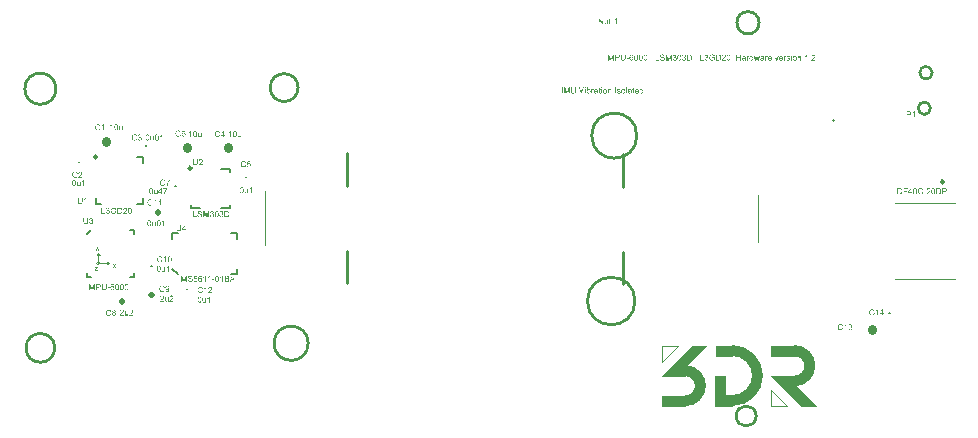
<source format=gto>
G04 Layer_Color=65535*
%FSAX42Y42*%
%MOMM*%
G71*
G01*
G75*
%ADD23C,0.25*%
%ADD30C,0.10*%
%ADD31C,0.25*%
%ADD32C,0.00*%
%ADD33C,0.20*%
%ADD34C,0.76*%
%ADD35C,0.51*%
%ADD36C,0.15*%
%ADD37C,0.01*%
%ADD38C,0.05*%
G36*
X006550Y007210D02*
X006551D01*
X006552Y007210D01*
X006553Y007210D01*
X006554Y007209D01*
X006555Y007209D01*
X006557Y007208D01*
X006557D01*
X006557Y007208D01*
X006557Y007208D01*
X006557Y007208D01*
X006558Y007208D01*
X006559Y007207D01*
X006560Y007206D01*
X006561Y007206D01*
X006561Y007205D01*
X006562Y007203D01*
Y007203D01*
X006562Y007203D01*
X006563Y007203D01*
X006563Y007202D01*
X006563Y007201D01*
X006564Y007200D01*
X006564Y007199D01*
X006564Y007198D01*
X006564Y007197D01*
Y007197D01*
Y007197D01*
Y007196D01*
X006564Y007196D01*
X006564Y007195D01*
X006564Y007194D01*
X006563Y007193D01*
X006563Y007192D01*
X006562Y007191D01*
X006562Y007191D01*
X006562Y007190D01*
X006562Y007190D01*
X006561Y007189D01*
X006560Y007189D01*
X006559Y007188D01*
X006558Y007187D01*
X006557Y007186D01*
X006557D01*
X006557Y007186D01*
X006558Y007186D01*
X006558Y007186D01*
X006558Y007186D01*
X006559Y007186D01*
X006560Y007186D01*
X006561Y007185D01*
X006562Y007184D01*
X006563Y007183D01*
X006564Y007182D01*
Y007182D01*
X006564Y007182D01*
X006564Y007182D01*
X006565Y007181D01*
X006565Y007181D01*
X006565Y007181D01*
X006565Y007180D01*
X006566Y007179D01*
X006566Y007177D01*
X006567Y007176D01*
X006567Y007174D01*
Y007174D01*
Y007174D01*
Y007173D01*
X006567Y007173D01*
X006567Y007172D01*
X006566Y007171D01*
X006566Y007171D01*
X006566Y007170D01*
X006566Y007169D01*
X006565Y007168D01*
X006565Y007167D01*
X006565Y007166D01*
X006564Y007165D01*
X006563Y007164D01*
X006563Y007163D01*
X006562Y007163D01*
X006562Y007162D01*
X006562Y007162D01*
X006561Y007162D01*
X006561Y007162D01*
X006560Y007161D01*
X006560Y007161D01*
X006559Y007161D01*
X006558Y007160D01*
X006558Y007160D01*
X006557Y007159D01*
X006556Y007159D01*
X006554Y007159D01*
X006553Y007158D01*
X006552Y007158D01*
X006551Y007158D01*
X006549Y007158D01*
X006549D01*
X006548Y007158D01*
X006548Y007158D01*
X006547Y007158D01*
X006546Y007158D01*
X006546Y007158D01*
X006544Y007159D01*
X006543Y007159D01*
X006542Y007160D01*
X006541Y007160D01*
X006540Y007161D01*
X006539Y007161D01*
X006538Y007162D01*
X006538Y007162D01*
X006538Y007162D01*
X006538Y007162D01*
X006538Y007163D01*
X006537Y007163D01*
X006537Y007164D01*
X006536Y007164D01*
X006536Y007165D01*
X006536Y007165D01*
X006535Y007166D01*
X006535Y007167D01*
X006534Y007168D01*
X006534Y007169D01*
X006534Y007170D01*
X006533Y007171D01*
X006533Y007172D01*
X006539Y007173D01*
Y007173D01*
X006540Y007173D01*
X006540Y007173D01*
X006540Y007172D01*
X006540Y007172D01*
X006540Y007171D01*
X006540Y007170D01*
X006541Y007169D01*
X006541Y007168D01*
X006542Y007166D01*
X006543Y007166D01*
X006543Y007165D01*
X006543Y007165D01*
X006544Y007165D01*
X006544Y007165D01*
X006545Y007164D01*
X006546Y007164D01*
X006547Y007164D01*
X006548Y007163D01*
X006549Y007163D01*
X006550D01*
X006550Y007163D01*
X006551D01*
X006551Y007163D01*
X006552Y007164D01*
X006553Y007164D01*
X006554Y007164D01*
X006556Y007165D01*
X006556Y007166D01*
X006557Y007166D01*
X006557Y007166D01*
X006557Y007166D01*
X006557Y007167D01*
X006557Y007167D01*
X006558Y007167D01*
X006558Y007168D01*
X006559Y007169D01*
X006560Y007171D01*
X006560Y007172D01*
X006560Y007173D01*
Y007174D01*
Y007174D01*
Y007174D01*
Y007174D01*
X006560Y007174D01*
Y007175D01*
X006560Y007175D01*
X006560Y007176D01*
X006559Y007177D01*
X006559Y007179D01*
X006558Y007180D01*
X006558Y007180D01*
X006557Y007181D01*
X006557Y007181D01*
X006557Y007181D01*
X006556Y007182D01*
X006555Y007182D01*
X006554Y007183D01*
X006553Y007183D01*
X006552Y007184D01*
X006550Y007184D01*
X006549D01*
X006549Y007184D01*
X006548Y007184D01*
X006547Y007183D01*
X006546Y007183D01*
X006546Y007183D01*
X006546Y007189D01*
X006546D01*
X006547Y007188D01*
X006547Y007188D01*
X006548D01*
X006548Y007188D01*
X006549Y007189D01*
X006550Y007189D01*
X006551Y007189D01*
X006552Y007189D01*
X006553Y007190D01*
X006554Y007190D01*
X006554D01*
X006555Y007191D01*
X006555Y007191D01*
X006555Y007191D01*
X006556Y007192D01*
X006557Y007193D01*
X006557Y007194D01*
X006558Y007195D01*
X006558Y007196D01*
X006558Y007197D01*
Y007197D01*
Y007197D01*
X006558Y007198D01*
X006558Y007198D01*
X006557Y007199D01*
X006557Y007200D01*
X006557Y007201D01*
X006556Y007202D01*
X006555Y007203D01*
X006555Y007203D01*
X006555Y007203D01*
X006554Y007203D01*
X006554Y007204D01*
X006553Y007204D01*
X006552Y007205D01*
X006551Y007205D01*
X006549Y007205D01*
X006549D01*
X006549Y007205D01*
X006548Y007205D01*
X006547Y007205D01*
X006546Y007204D01*
X006545Y007204D01*
X006544Y007203D01*
X006543Y007203D01*
X006543Y007203D01*
X006543Y007202D01*
X006542Y007202D01*
X006542Y007201D01*
X006541Y007200D01*
X006541Y007199D01*
X006540Y007197D01*
X006540Y007196D01*
X006534Y007197D01*
Y007197D01*
X006534Y007197D01*
X006534Y007198D01*
X006534Y007198D01*
X006534Y007198D01*
X006534Y007199D01*
X006535Y007200D01*
X006535Y007201D01*
X006536Y007202D01*
X006536Y007204D01*
X006538Y007205D01*
X006538Y007206D01*
X006539Y007207D01*
X006539Y007207D01*
X006539Y007207D01*
X006539Y007207D01*
X006540Y007207D01*
X006540Y007207D01*
X006541Y007208D01*
X006541Y007208D01*
X006542Y007208D01*
X006543Y007209D01*
X006543Y007209D01*
X006545Y007210D01*
X006547Y007210D01*
X006548Y007210D01*
X006549Y007210D01*
X006550D01*
X006550Y007210D01*
D02*
G37*
G36*
X006508Y007211D02*
X006508Y007211D01*
X006509Y007211D01*
X006510Y007210D01*
X006511Y007210D01*
X006513Y007210D01*
X006514Y007210D01*
X006515Y007209D01*
X006516Y007209D01*
X006517Y007208D01*
X006518Y007208D01*
X006519Y007207D01*
X006519Y007207D01*
X006519Y007207D01*
X006520Y007207D01*
X006520Y007206D01*
X006520Y007206D01*
X006521Y007205D01*
X006521Y007205D01*
X006522Y007204D01*
X006523Y007203D01*
X006523Y007203D01*
X006524Y007202D01*
X006524Y007201D01*
X006525Y007200D01*
X006526Y007198D01*
X006526Y007197D01*
X006527Y007196D01*
X006520Y007194D01*
Y007194D01*
X006520Y007195D01*
X006520Y007195D01*
X006520Y007195D01*
X006519Y007196D01*
X006519Y007196D01*
X006519Y007197D01*
X006518Y007199D01*
X006517Y007200D01*
X006516Y007201D01*
X006515Y007202D01*
X006515Y007202D01*
X006515D01*
X006515Y007203D01*
X006514Y007203D01*
X006514Y007203D01*
X006514Y007203D01*
X006513Y007203D01*
X006512Y007204D01*
X006511Y007204D01*
X006510Y007205D01*
X006508Y007205D01*
X006506Y007205D01*
X006506D01*
X006505Y007205D01*
X006505D01*
X006504Y007205D01*
X006503Y007205D01*
X006503Y007205D01*
X006501Y007204D01*
X006499Y007204D01*
X006498Y007203D01*
X006497Y007203D01*
X006496Y007202D01*
X006496D01*
X006496Y007202D01*
X006496Y007202D01*
X006496Y007202D01*
X006495Y007201D01*
X006494Y007200D01*
X006493Y007199D01*
X006492Y007198D01*
X006491Y007196D01*
X006491Y007195D01*
Y007195D01*
X006491Y007194D01*
X006491Y007194D01*
X006490Y007194D01*
X006490Y007193D01*
X006490Y007193D01*
X006490Y007192D01*
X006490Y007192D01*
X006490Y007190D01*
X006489Y007188D01*
X006489Y007187D01*
X006489Y007185D01*
Y007185D01*
Y007184D01*
Y007184D01*
Y007184D01*
X006489Y007183D01*
X006489Y007182D01*
Y007182D01*
X006489Y007181D01*
X006490Y007179D01*
X006490Y007177D01*
X006490Y007175D01*
X006491Y007173D01*
Y007173D01*
X006491Y007173D01*
X006491Y007173D01*
X006491Y007173D01*
X006492Y007172D01*
X006492Y007172D01*
X006492Y007171D01*
X006493Y007169D01*
X006494Y007168D01*
X006495Y007167D01*
X006497Y007166D01*
X006497D01*
X006497Y007166D01*
X006497Y007166D01*
X006498Y007166D01*
X006498Y007166D01*
X006498Y007165D01*
X006499Y007165D01*
X006501Y007164D01*
X006502Y007164D01*
X006504Y007164D01*
X006506Y007164D01*
X006506D01*
X006507Y007164D01*
X006507Y007164D01*
X006508Y007164D01*
X006508Y007164D01*
X006509Y007164D01*
X006510Y007165D01*
X006512Y007165D01*
X006513Y007165D01*
X006514Y007166D01*
X006514Y007166D01*
X006515Y007167D01*
X006515Y007167D01*
X006515Y007167D01*
X006516Y007167D01*
X006516Y007168D01*
X006516Y007168D01*
X006517Y007168D01*
X006517Y007169D01*
X006517Y007169D01*
X006518Y007170D01*
X006518Y007171D01*
X006519Y007172D01*
X006519Y007172D01*
X006520Y007173D01*
X006520Y007174D01*
X006520Y007175D01*
X006521Y007177D01*
X006527Y007175D01*
Y007175D01*
X006527Y007175D01*
X006527Y007174D01*
X006527Y007174D01*
X006527Y007173D01*
X006526Y007172D01*
X006526Y007171D01*
X006526Y007170D01*
X006525Y007169D01*
X006525Y007168D01*
X006524Y007167D01*
X006523Y007166D01*
X006522Y007165D01*
X006522Y007164D01*
X006521Y007163D01*
X006520Y007162D01*
X006520Y007162D01*
X006519Y007162D01*
X006519Y007162D01*
X006519Y007162D01*
X006518Y007161D01*
X006517Y007161D01*
X006517Y007161D01*
X006516Y007160D01*
X006515Y007160D01*
X006514Y007159D01*
X006513Y007159D01*
X006512Y007159D01*
X006510Y007158D01*
X006509Y007158D01*
X006508Y007158D01*
X006506Y007158D01*
X006505D01*
X006505Y007158D01*
X006504Y007158D01*
X006503Y007158D01*
X006502Y007158D01*
X006501Y007158D01*
X006499Y007159D01*
X006497Y007159D01*
X006496Y007160D01*
X006495Y007160D01*
X006494Y007161D01*
X006493Y007161D01*
X006493Y007161D01*
X006492Y007161D01*
X006492Y007162D01*
X006492Y007162D01*
X006491Y007162D01*
X006491Y007163D01*
X006490Y007163D01*
X006490Y007164D01*
X006489Y007164D01*
X006488Y007165D01*
X006488Y007166D01*
X006487Y007167D01*
X006486Y007168D01*
X006486Y007169D01*
X006485Y007170D01*
X006485Y007171D01*
Y007171D01*
X006485Y007171D01*
X006484Y007172D01*
X006484Y007172D01*
X006484Y007173D01*
X006484Y007173D01*
X006484Y007174D01*
X006483Y007175D01*
X006483Y007176D01*
X006483Y007177D01*
X006483Y007178D01*
X006482Y007179D01*
X006482Y007182D01*
X006482Y007185D01*
Y007185D01*
Y007185D01*
Y007186D01*
X006482Y007186D01*
Y007187D01*
X006482Y007188D01*
X006482Y007188D01*
X006482Y007189D01*
X006483Y007191D01*
X006483Y007192D01*
X006483Y007194D01*
X006484Y007196D01*
X006485Y007198D01*
X006485Y007199D01*
X006485Y007199D01*
X006485Y007199D01*
X006485Y007199D01*
X006486Y007200D01*
X006486Y007200D01*
X006486Y007201D01*
X006487Y007201D01*
X006487Y007202D01*
X006489Y007204D01*
X006490Y007205D01*
X006492Y007206D01*
X006493Y007207D01*
X006494Y007208D01*
X006494Y007208D01*
X006494Y007208D01*
X006494Y007208D01*
X006495Y007208D01*
X006495Y007208D01*
X006496Y007209D01*
X006497Y007209D01*
X006497Y007209D01*
X006498Y007210D01*
X006499Y007210D01*
X006501Y007210D01*
X006504Y007211D01*
X006505Y007211D01*
X006507D01*
X006508Y007211D01*
D02*
G37*
G36*
X006617Y007210D02*
X006617D01*
X006618Y007210D01*
X006619Y007210D01*
X006620Y007209D01*
X006622Y007209D01*
X006623Y007208D01*
X006623D01*
X006623Y007208D01*
X006623Y007208D01*
X006624Y007208D01*
X006625Y007207D01*
X006625Y007207D01*
X006626Y007206D01*
X006627Y007205D01*
X006628Y007204D01*
Y007204D01*
X006628Y007204D01*
X006628Y007203D01*
X006628Y007203D01*
X006629Y007203D01*
X006629Y007202D01*
X006630Y007200D01*
X006630Y007199D01*
X006631Y007198D01*
X006631Y007196D01*
Y007196D01*
X006631Y007196D01*
X006631Y007196D01*
X006631Y007195D01*
X006631Y007195D01*
X006631Y007194D01*
X006631Y007194D01*
X006632Y007193D01*
X006632Y007192D01*
X006632Y007191D01*
X006632Y007190D01*
X006632Y007189D01*
X006632Y007188D01*
X006632Y007187D01*
X006632Y007185D01*
Y007184D01*
Y007184D01*
Y007184D01*
Y007183D01*
Y007182D01*
X006632Y007182D01*
Y007181D01*
X006632Y007180D01*
X006632Y007179D01*
X006632Y007176D01*
X006631Y007174D01*
X006631Y007172D01*
X006631Y007170D01*
X006630Y007169D01*
Y007169D01*
X006630Y007169D01*
X006630Y007169D01*
X006630Y007169D01*
X006630Y007168D01*
X006630Y007168D01*
X006629Y007166D01*
X006628Y007165D01*
X006627Y007164D01*
X006626Y007162D01*
X006625Y007161D01*
X006625D01*
X006625Y007161D01*
X006624Y007161D01*
X006624Y007160D01*
X006624Y007160D01*
X006623Y007160D01*
X006623Y007160D01*
X006622Y007159D01*
X006621Y007159D01*
X006619Y007158D01*
X006617Y007158D01*
X006616Y007158D01*
X006615Y007158D01*
X006615D01*
X006615Y007158D01*
X006614D01*
X006614Y007158D01*
X006613Y007158D01*
X006612Y007158D01*
X006611Y007159D01*
X006610Y007159D01*
X006609Y007159D01*
X006608Y007160D01*
X006607Y007160D01*
X006606Y007161D01*
X006606Y007161D01*
X006605Y007162D01*
X006604Y007163D01*
X006604Y007163D01*
X006604Y007164D01*
X006603Y007164D01*
X006603Y007164D01*
X006603Y007165D01*
X006602Y007166D01*
X006602Y007167D01*
X006601Y007168D01*
X006601Y007170D01*
X006600Y007171D01*
X006600Y007173D01*
X006600Y007175D01*
X006599Y007177D01*
X006599Y007179D01*
X006599Y007181D01*
X006599Y007184D01*
Y007184D01*
Y007184D01*
Y007185D01*
Y007186D01*
X006599Y007186D01*
X006599Y007187D01*
Y007188D01*
X006599Y007189D01*
X006599Y007192D01*
X006600Y007194D01*
X006600Y007196D01*
X006600Y007198D01*
X006601Y007199D01*
Y007199D01*
X006601Y007199D01*
X006601Y007199D01*
X006601Y007200D01*
X006601Y007200D01*
X006601Y007201D01*
X006602Y007202D01*
X006603Y007203D01*
X006604Y007205D01*
X006605Y007206D01*
X006606Y007207D01*
X006606Y007207D01*
X006606Y007207D01*
X006607Y007207D01*
X006607Y007208D01*
X006607Y007208D01*
X006608Y007208D01*
X006608Y007208D01*
X006609Y007209D01*
X006610Y007209D01*
X006612Y007210D01*
X006613Y007210D01*
X006614Y007210D01*
X006616D01*
X006617Y007210D01*
D02*
G37*
G36*
X005994Y006825D02*
X005995D01*
X005996Y006825D01*
X005997Y006825D01*
X005998Y006825D01*
X005999Y006824D01*
X006001Y006824D01*
X006001D01*
X006001Y006824D01*
X006001Y006824D01*
X006002Y006823D01*
X006002Y006823D01*
X006003Y006822D01*
X006004Y006821D01*
X006005Y006820D01*
X006006Y006819D01*
Y006819D01*
X006006Y006819D01*
X006006Y006819D01*
X006006Y006819D01*
X006006Y006818D01*
X006007Y006817D01*
X006007Y006816D01*
X006008Y006815D01*
X006008Y006813D01*
X006009Y006811D01*
Y006811D01*
X006009Y006811D01*
X006009Y006811D01*
X006009Y006811D01*
X006009Y006810D01*
X006009Y006810D01*
X006009Y006809D01*
X006009Y006808D01*
X006009Y006807D01*
X006010Y006807D01*
X006010Y006806D01*
X006010Y006804D01*
X006010Y006803D01*
X006010Y006802D01*
X006010Y006801D01*
Y006799D01*
Y006799D01*
Y006799D01*
Y006799D01*
Y006798D01*
X006010Y006797D01*
Y006796D01*
X006010Y006795D01*
X006010Y006794D01*
X006009Y006792D01*
X006009Y006789D01*
X006009Y006787D01*
X006008Y006786D01*
X006008Y006785D01*
Y006785D01*
X006008Y006785D01*
X006008Y006784D01*
X006008Y006784D01*
X006008Y006783D01*
X006007Y006783D01*
X006007Y006782D01*
X006006Y006780D01*
X006005Y006779D01*
X006004Y006778D01*
X006003Y006776D01*
X006002D01*
X006002Y006776D01*
X006002Y006776D01*
X006002Y006776D01*
X006002Y006776D01*
X006001Y006775D01*
X006001Y006775D01*
X006000Y006775D01*
X005999Y006774D01*
X005997Y006774D01*
X005995Y006773D01*
X005994Y006773D01*
X005993Y006773D01*
X005993D01*
X005993Y006773D01*
X005992D01*
X005991Y006773D01*
X005991Y006774D01*
X005990Y006774D01*
X005989Y006774D01*
X005988Y006774D01*
X005987Y006775D01*
X005986Y006775D01*
X005985Y006776D01*
X005984Y006776D01*
X005983Y006777D01*
X005982Y006778D01*
X005982Y006779D01*
X005982Y006779D01*
X005981Y006779D01*
X005981Y006779D01*
X005981Y006780D01*
X005980Y006781D01*
X005980Y006781D01*
X005980Y006782D01*
X005979Y006784D01*
X005979Y006785D01*
X005978Y006786D01*
X005978Y006788D01*
X005977Y006790D01*
X005977Y006792D01*
X005977Y006794D01*
X005977Y006797D01*
X005977Y006799D01*
Y006800D01*
Y006800D01*
Y006800D01*
Y006801D01*
X005977Y006802D01*
X005977Y006803D01*
Y006804D01*
X005977Y006805D01*
X005977Y006807D01*
X005977Y006809D01*
X005978Y006812D01*
X005978Y006813D01*
X005978Y006814D01*
Y006814D01*
X005979Y006814D01*
X005979Y006815D01*
X005979Y006815D01*
X005979Y006815D01*
X005979Y006816D01*
X005980Y006817D01*
X005981Y006819D01*
X005982Y006820D01*
X005983Y006821D01*
X005984Y006823D01*
X005984Y006823D01*
X005984Y006823D01*
X005984Y006823D01*
X005985Y006823D01*
X005985Y006823D01*
X005985Y006823D01*
X005986Y006824D01*
X005987Y006824D01*
X005988Y006825D01*
X005989Y006825D01*
X005991Y006825D01*
X005992Y006826D01*
X005994D01*
X005994Y006825D01*
D02*
G37*
G36*
X006080Y006774D02*
X006073D01*
Y006814D01*
X006073Y006814D01*
X006073Y006814D01*
X006073Y006813D01*
X006072Y006813D01*
X006071Y006812D01*
X006070Y006811D01*
X006069Y006811D01*
X006067Y006810D01*
X006067D01*
X006067Y006810D01*
X006067Y006810D01*
X006067Y006810D01*
X006066Y006809D01*
X006065Y006809D01*
X006064Y006808D01*
X006063Y006808D01*
X006062Y006807D01*
X006061Y006807D01*
Y006813D01*
X006061D01*
X006061Y006813D01*
X006061Y006813D01*
X006062Y006813D01*
X006062Y006813D01*
X006063Y006814D01*
X006064Y006814D01*
X006065Y006815D01*
X006067Y006816D01*
X006069Y006817D01*
X006070Y006819D01*
X006070Y006819D01*
X006070Y006819D01*
X006070Y006819D01*
X006071Y006819D01*
X006071Y006820D01*
X006072Y006821D01*
X006073Y006822D01*
X006074Y006823D01*
X006075Y006824D01*
X006076Y006826D01*
X006080D01*
Y006774D01*
D02*
G37*
G36*
X006048D02*
X006042D01*
Y006780D01*
X006042Y006780D01*
X006042Y006779D01*
X006042Y006779D01*
X006042Y006779D01*
X006041Y006778D01*
X006041Y006778D01*
X006040Y006777D01*
X006039Y006777D01*
X006038Y006776D01*
X006038Y006775D01*
X006037Y006775D01*
X006036Y006774D01*
X006034Y006774D01*
X006033Y006774D01*
X006032Y006773D01*
X006031Y006773D01*
X006030D01*
X006029Y006773D01*
X006029Y006774D01*
X006028Y006774D01*
X006027Y006774D01*
X006026Y006774D01*
X006024Y006775D01*
X006024Y006775D01*
X006024Y006775D01*
X006023Y006775D01*
X006023Y006775D01*
X006022Y006776D01*
X006021Y006776D01*
X006021Y006777D01*
X006020Y006778D01*
X006020Y006778D01*
X006020Y006778D01*
X006020Y006778D01*
X006019Y006779D01*
X006019Y006780D01*
X006019Y006781D01*
X006019Y006781D01*
X006018Y006782D01*
Y006782D01*
X006018Y006783D01*
X006018Y006783D01*
Y006784D01*
X006018Y006785D01*
X006018Y006786D01*
X006018Y006787D01*
Y006788D01*
Y006811D01*
X006024D01*
Y006791D01*
Y006791D01*
Y006790D01*
Y006790D01*
Y006790D01*
Y006789D01*
Y006789D01*
X006024Y006788D01*
Y006787D01*
X006024Y006786D01*
X006024Y006785D01*
X006024Y006784D01*
X006025Y006784D01*
Y006784D01*
X006025Y006784D01*
X006025Y006783D01*
X006025Y006783D01*
X006025Y006782D01*
X006026Y006781D01*
X006026Y006781D01*
X006027Y006780D01*
X006027Y006780D01*
X006027Y006780D01*
X006028Y006780D01*
X006028Y006780D01*
X006029Y006779D01*
X006030Y006779D01*
X006031Y006779D01*
X006032Y006779D01*
X006032D01*
X006033Y006779D01*
X006034Y006779D01*
X006034Y006779D01*
X006035Y006779D01*
X006036Y006780D01*
X006037Y006780D01*
X006037Y006780D01*
X006038Y006780D01*
X006038Y006781D01*
X006039Y006781D01*
X006039Y006782D01*
X006040Y006782D01*
X006040Y006783D01*
X006041Y006784D01*
X006041Y006784D01*
X006041Y006785D01*
X006041Y006785D01*
X006041Y006786D01*
X006041Y006787D01*
X006042Y006788D01*
X006042Y006790D01*
X006042Y006791D01*
Y006811D01*
X006048D01*
Y006774D01*
D02*
G37*
G36*
X006696Y007210D02*
X006696D01*
X006697Y007210D01*
X006699Y007210D01*
X006700Y007209D01*
X006701Y007209D01*
X006702Y007208D01*
X006702D01*
X006702Y007208D01*
X006703Y007208D01*
X006703Y007208D01*
X006704Y007207D01*
X006705Y007207D01*
X006706Y007206D01*
X006707Y007205D01*
X006707Y007204D01*
Y007204D01*
X006707Y007204D01*
X006707Y007203D01*
X006708Y007203D01*
X006708Y007203D01*
X006708Y007202D01*
X006709Y007200D01*
X006709Y007199D01*
X006710Y007198D01*
X006710Y007196D01*
Y007196D01*
X006710Y007196D01*
X006711Y007196D01*
X006711Y007195D01*
X006711Y007195D01*
X006711Y007194D01*
X006711Y007194D01*
X006711Y007193D01*
X006711Y007192D01*
X006711Y007191D01*
X006711Y007190D01*
X006711Y007189D01*
X006711Y007188D01*
X006712Y007187D01*
X006712Y007185D01*
Y007184D01*
Y007184D01*
Y007184D01*
Y007183D01*
Y007182D01*
X006712Y007182D01*
Y007181D01*
X006711Y007180D01*
X006711Y007179D01*
X006711Y007176D01*
X006711Y007174D01*
X006710Y007172D01*
X006710Y007170D01*
X006710Y007169D01*
Y007169D01*
X006710Y007169D01*
X006710Y007169D01*
X006709Y007169D01*
X006709Y007168D01*
X006709Y007168D01*
X006708Y007166D01*
X006708Y007165D01*
X006707Y007164D01*
X006706Y007162D01*
X006704Y007161D01*
X006704D01*
X006704Y007161D01*
X006704Y007161D01*
X006704Y007160D01*
X006703Y007160D01*
X006703Y007160D01*
X006702Y007160D01*
X006702Y007159D01*
X006700Y007159D01*
X006699Y007158D01*
X006697Y007158D01*
X006696Y007158D01*
X006695Y007158D01*
X006695D01*
X006694Y007158D01*
X006694D01*
X006693Y007158D01*
X006692Y007158D01*
X006692Y007158D01*
X006691Y007159D01*
X006690Y007159D01*
X006689Y007159D01*
X006688Y007160D01*
X006687Y007160D01*
X006686Y007161D01*
X006685Y007161D01*
X006684Y007162D01*
X006683Y007163D01*
X006683Y007163D01*
X006683Y007164D01*
X006683Y007164D01*
X006682Y007164D01*
X006682Y007165D01*
X006682Y007166D01*
X006681Y007167D01*
X006681Y007168D01*
X006680Y007170D01*
X006680Y007171D01*
X006679Y007173D01*
X006679Y007175D01*
X006679Y007177D01*
X006678Y007179D01*
X006678Y007181D01*
X006678Y007184D01*
Y007184D01*
Y007184D01*
Y007185D01*
Y007186D01*
X006678Y007186D01*
X006678Y007187D01*
Y007188D01*
X006679Y007189D01*
X006679Y007192D01*
X006679Y007194D01*
X006680Y007196D01*
X006680Y007198D01*
X006680Y007199D01*
Y007199D01*
X006680Y007199D01*
X006680Y007199D01*
X006680Y007200D01*
X006681Y007200D01*
X006681Y007201D01*
X006682Y007202D01*
X006682Y007203D01*
X006683Y007205D01*
X006684Y007206D01*
X006686Y007207D01*
X006686Y007207D01*
X006686Y007207D01*
X006686Y007207D01*
X006686Y007208D01*
X006687Y007208D01*
X006687Y007208D01*
X006688Y007208D01*
X006688Y007209D01*
X006690Y007209D01*
X006691Y007210D01*
X006693Y007210D01*
X006694Y007210D01*
X006696D01*
X006696Y007210D01*
D02*
G37*
G36*
X007211Y007241D02*
X007211Y007241D01*
X007212Y007241D01*
X007213Y007241D01*
X007214Y007241D01*
X007216Y007240D01*
X007217Y007240D01*
X007218Y007239D01*
X007219Y007239D01*
X007220Y007238D01*
X007221Y007238D01*
X007222Y007237D01*
X007223Y007237D01*
X007223Y007237D01*
X007223Y007237D01*
X007223Y007236D01*
X007224Y007236D01*
X007224Y007235D01*
X007225Y007235D01*
X007225Y007234D01*
X007226Y007233D01*
X007227Y007233D01*
X007227Y007232D01*
X007228Y007231D01*
X007228Y007230D01*
X007229Y007229D01*
X007229Y007227D01*
X007230Y007226D01*
X007223Y007224D01*
Y007225D01*
X007223Y007225D01*
X007223Y007225D01*
X007223Y007225D01*
X007223Y007226D01*
X007222Y007226D01*
X007222Y007228D01*
X007221Y007229D01*
X007220Y007230D01*
X007219Y007232D01*
X007219Y007232D01*
X007218Y007233D01*
X007218D01*
X007218Y007233D01*
X007218Y007233D01*
X007217Y007233D01*
X007217Y007233D01*
X007217Y007233D01*
X007216Y007234D01*
X007214Y007234D01*
X007213Y007235D01*
X007211Y007235D01*
X007209Y007235D01*
X007209D01*
X007208Y007235D01*
X007208D01*
X007207Y007235D01*
X007207Y007235D01*
X007206Y007235D01*
X007204Y007235D01*
X007203Y007234D01*
X007201Y007233D01*
X007200Y007233D01*
X007199Y007232D01*
X007199D01*
X007199Y007232D01*
X007199Y007232D01*
X007199Y007232D01*
X007198Y007231D01*
X007197Y007230D01*
X007196Y007229D01*
X007195Y007228D01*
X007195Y007226D01*
X007194Y007225D01*
Y007225D01*
X007194Y007225D01*
X007194Y007224D01*
X007194Y007224D01*
X007194Y007223D01*
X007193Y007223D01*
X007193Y007222D01*
X007193Y007222D01*
X007193Y007220D01*
X007193Y007219D01*
X007192Y007217D01*
X007192Y007215D01*
Y007215D01*
Y007215D01*
Y007214D01*
Y007214D01*
X007192Y007213D01*
X007192Y007213D01*
Y007212D01*
X007193Y007211D01*
X007193Y007209D01*
X007193Y007207D01*
X007194Y007205D01*
X007194Y007204D01*
Y007203D01*
X007194Y007203D01*
X007194Y007203D01*
X007195Y007203D01*
X007195Y007202D01*
X007195Y007202D01*
X007196Y007201D01*
X007197Y007200D01*
X007198Y007198D01*
X007199Y007197D01*
X007200Y007196D01*
X007200D01*
X007200Y007196D01*
X007201Y007196D01*
X007201Y007196D01*
X007201Y007196D01*
X007202Y007196D01*
X007203Y007195D01*
X007204Y007195D01*
X007206Y007194D01*
X007207Y007194D01*
X007209Y007194D01*
X007209D01*
X007210Y007194D01*
X007210Y007194D01*
X007211Y007194D01*
X007212Y007194D01*
X007212Y007194D01*
X007214Y007195D01*
X007215Y007195D01*
X007216Y007196D01*
X007217Y007196D01*
X007218Y007197D01*
X007219Y007197D01*
X007219Y007197D01*
X007219Y007197D01*
X007219Y007197D01*
X007219Y007198D01*
X007219Y007198D01*
X007220Y007199D01*
X007220Y007199D01*
X007221Y007200D01*
X007221Y007200D01*
X007222Y007201D01*
X007222Y007202D01*
X007222Y007203D01*
X007223Y007204D01*
X007223Y007205D01*
X007224Y007206D01*
X007224Y007207D01*
X007231Y007205D01*
Y007205D01*
X007231Y007205D01*
X007230Y007204D01*
X007230Y007204D01*
X007230Y007203D01*
X007230Y007202D01*
X007229Y007201D01*
X007229Y007200D01*
X007228Y007199D01*
X007228Y007198D01*
X007227Y007197D01*
X007226Y007196D01*
X007226Y007195D01*
X007225Y007194D01*
X007224Y007193D01*
X007223Y007192D01*
X007223Y007192D01*
X007223Y007192D01*
X007222Y007192D01*
X007222Y007192D01*
X007221Y007191D01*
X007221Y007191D01*
X007220Y007191D01*
X007219Y007190D01*
X007218Y007190D01*
X007217Y007189D01*
X007216Y007189D01*
X007215Y007189D01*
X007214Y007188D01*
X007212Y007188D01*
X007211Y007188D01*
X007209Y007188D01*
X007209D01*
X007208Y007188D01*
X007207Y007188D01*
X007207Y007188D01*
X007206Y007188D01*
X007205Y007188D01*
X007203Y007189D01*
X007200Y007189D01*
X007199Y007190D01*
X007198Y007190D01*
X007197Y007191D01*
X007196Y007191D01*
X007196Y007191D01*
X007196Y007192D01*
X007195Y007192D01*
X007195Y007192D01*
X007195Y007192D01*
X007194Y007193D01*
X007194Y007193D01*
X007193Y007194D01*
X007192Y007195D01*
X007192Y007195D01*
X007191Y007196D01*
X007190Y007197D01*
X007190Y007198D01*
X007189Y007199D01*
X007189Y007200D01*
X007188Y007201D01*
Y007201D01*
X007188Y007201D01*
X007188Y007202D01*
X007188Y007202D01*
X007187Y007203D01*
X007187Y007204D01*
X007187Y007204D01*
X007187Y007205D01*
X007186Y007206D01*
X007186Y007207D01*
X007186Y007208D01*
X007186Y007210D01*
X007186Y007212D01*
X007185Y007215D01*
Y007215D01*
Y007215D01*
Y007216D01*
X007185Y007216D01*
Y007217D01*
X007186Y007218D01*
X007186Y007219D01*
X007186Y007220D01*
X007186Y007221D01*
X007186Y007222D01*
X007187Y007224D01*
X007187Y007226D01*
X007188Y007228D01*
X007188Y007229D01*
X007188Y007229D01*
X007188Y007229D01*
X007189Y007229D01*
X007189Y007230D01*
X007189Y007230D01*
X007190Y007231D01*
X007190Y007231D01*
X007191Y007232D01*
X007192Y007234D01*
X007193Y007235D01*
X007195Y007237D01*
X007196Y007237D01*
X007197Y007238D01*
X007197Y007238D01*
X007197Y007238D01*
X007198Y007238D01*
X007198Y007238D01*
X007199Y007239D01*
X007199Y007239D01*
X007200Y007239D01*
X007201Y007239D01*
X007202Y007240D01*
X007203Y007240D01*
X007205Y007241D01*
X007207Y007241D01*
X007208Y007241D01*
X007210D01*
X007211Y007241D01*
D02*
G37*
G36*
X007355Y007240D02*
X007356D01*
X007357Y007239D01*
X007358Y007239D01*
X007359Y007239D01*
X007360Y007238D01*
X007362Y007238D01*
X007362D01*
X007362Y007238D01*
X007362Y007238D01*
X007363Y007237D01*
X007363Y007237D01*
X007364Y007236D01*
X007365Y007235D01*
X007366Y007234D01*
X007367Y007233D01*
Y007233D01*
X007367Y007233D01*
X007367Y007233D01*
X007367Y007233D01*
X007367Y007232D01*
X007368Y007231D01*
X007368Y007230D01*
X007369Y007229D01*
X007369Y007227D01*
X007370Y007225D01*
Y007225D01*
X007370Y007225D01*
X007370Y007225D01*
X007370Y007225D01*
X007370Y007224D01*
X007370Y007224D01*
X007370Y007223D01*
X007371Y007222D01*
X007371Y007221D01*
X007371Y007221D01*
X007371Y007220D01*
X007371Y007218D01*
X007371Y007217D01*
X007371Y007216D01*
X007371Y007215D01*
Y007213D01*
Y007213D01*
Y007213D01*
Y007213D01*
Y007212D01*
X007371Y007211D01*
Y007210D01*
X007371Y007209D01*
X007371Y007208D01*
X007371Y007206D01*
X007370Y007203D01*
X007370Y007201D01*
X007370Y007200D01*
X007369Y007199D01*
Y007199D01*
X007369Y007199D01*
X007369Y007198D01*
X007369Y007198D01*
X007369Y007197D01*
X007368Y007197D01*
X007368Y007196D01*
X007367Y007194D01*
X007366Y007193D01*
X007365Y007192D01*
X007364Y007190D01*
X007364D01*
X007364Y007190D01*
X007363Y007190D01*
X007363Y007190D01*
X007363Y007190D01*
X007362Y007189D01*
X007362Y007189D01*
X007361Y007189D01*
X007360Y007188D01*
X007358Y007188D01*
X007356Y007187D01*
X007355Y007187D01*
X007354Y007187D01*
X007354D01*
X007354Y007187D01*
X007353D01*
X007353Y007187D01*
X007352Y007188D01*
X007351Y007188D01*
X007350Y007188D01*
X007349Y007188D01*
X007348Y007189D01*
X007347Y007189D01*
X007346Y007190D01*
X007345Y007190D01*
X007345Y007191D01*
X007344Y007192D01*
X007343Y007193D01*
X007343Y007193D01*
X007343Y007193D01*
X007342Y007193D01*
X007342Y007194D01*
X007342Y007195D01*
X007341Y007195D01*
X007341Y007196D01*
X007340Y007198D01*
X007340Y007199D01*
X007339Y007201D01*
X007339Y007202D01*
X007339Y007204D01*
X007338Y007206D01*
X007338Y007208D01*
X007338Y007211D01*
X007338Y007213D01*
Y007214D01*
Y007214D01*
Y007214D01*
Y007215D01*
X007338Y007216D01*
X007338Y007217D01*
Y007218D01*
X007338Y007219D01*
X007338Y007221D01*
X007339Y007223D01*
X007339Y007226D01*
X007339Y007227D01*
X007340Y007228D01*
Y007228D01*
X007340Y007228D01*
X007340Y007229D01*
X007340Y007229D01*
X007340Y007229D01*
X007340Y007230D01*
X007341Y007231D01*
X007342Y007233D01*
X007343Y007234D01*
X007344Y007235D01*
X007345Y007237D01*
X007345Y007237D01*
X007345Y007237D01*
X007346Y007237D01*
X007346Y007237D01*
X007346Y007237D01*
X007347Y007238D01*
X007347Y007238D01*
X007348Y007238D01*
X007349Y007239D01*
X007351Y007239D01*
X007352Y007239D01*
X007353Y007240D01*
X007355D01*
X007355Y007240D01*
D02*
G37*
G36*
X007322Y007188D02*
X007315D01*
Y007228D01*
X007315Y007228D01*
X007315Y007228D01*
X007315Y007227D01*
X007314Y007227D01*
X007313Y007226D01*
X007312Y007225D01*
X007311Y007225D01*
X007309Y007224D01*
X007309D01*
X007309Y007224D01*
X007309Y007224D01*
X007309Y007224D01*
X007308Y007223D01*
X007307Y007223D01*
X007306Y007222D01*
X007305Y007222D01*
X007304Y007221D01*
X007303Y007221D01*
Y007227D01*
X007303D01*
X007303Y007227D01*
X007303Y007227D01*
X007304Y007227D01*
X007304Y007227D01*
X007305Y007228D01*
X007306Y007228D01*
X007307Y007229D01*
X007309Y007230D01*
X007311Y007231D01*
X007312Y007233D01*
X007312Y007233D01*
X007312Y007233D01*
X007312Y007233D01*
X007313Y007233D01*
X007313Y007234D01*
X007314Y007235D01*
X007315Y007236D01*
X007316Y007237D01*
X007317Y007238D01*
X007318Y007240D01*
X007322D01*
Y007188D01*
D02*
G37*
G36*
X006742Y007159D02*
X006735D01*
Y007199D01*
X006735Y007199D01*
X006735Y007198D01*
X006734Y007198D01*
X006734Y007197D01*
X006733Y007197D01*
X006732Y007196D01*
X006731Y007195D01*
X006729Y007194D01*
X006729D01*
X006729Y007194D01*
X006729Y007194D01*
X006729Y007194D01*
X006728Y007194D01*
X006727Y007193D01*
X006726Y007193D01*
X006725Y007192D01*
X006724Y007192D01*
X006723Y007191D01*
Y007197D01*
X006723D01*
X006723Y007197D01*
X006723Y007198D01*
X006724Y007198D01*
X006724Y007198D01*
X006725Y007198D01*
X006726Y007199D01*
X006727Y007200D01*
X006729Y007201D01*
X006730Y007202D01*
X006732Y007203D01*
X006732Y007203D01*
X006732Y007203D01*
X006732Y007204D01*
X006733Y007204D01*
X006733Y007205D01*
X006734Y007206D01*
X006735Y007207D01*
X006736Y007208D01*
X006737Y007209D01*
X006738Y007210D01*
X006742D01*
Y007159D01*
D02*
G37*
G36*
X006670D02*
X006665D01*
Y007164D01*
X006665Y007164D01*
X006664Y007164D01*
X006664Y007164D01*
X006664Y007163D01*
X006663Y007163D01*
X006663Y007162D01*
X006662Y007162D01*
X006661Y007161D01*
X006661Y007161D01*
X006660Y007160D01*
X006659Y007159D01*
X006658Y007159D01*
X006657Y007159D01*
X006655Y007158D01*
X006654Y007158D01*
X006653Y007158D01*
X006652D01*
X006652Y007158D01*
X006651Y007158D01*
X006650Y007158D01*
X006649Y007159D01*
X006648Y007159D01*
X006647Y007159D01*
X006647Y007159D01*
X006646Y007159D01*
X006646Y007160D01*
X006645Y007160D01*
X006644Y007161D01*
X006644Y007161D01*
X006643Y007162D01*
X006642Y007162D01*
X006642Y007162D01*
X006642Y007163D01*
X006642Y007163D01*
X006642Y007164D01*
X006641Y007164D01*
X006641Y007165D01*
X006641Y007166D01*
X006640Y007167D01*
Y007167D01*
X006640Y007167D01*
X006640Y007168D01*
Y007169D01*
X006640Y007169D01*
X006640Y007170D01*
X006640Y007171D01*
Y007173D01*
Y007196D01*
X006646D01*
Y007175D01*
Y007175D01*
Y007175D01*
Y007175D01*
Y007174D01*
Y007174D01*
Y007174D01*
X006646Y007173D01*
Y007171D01*
X006647Y007170D01*
X006647Y007169D01*
X006647Y007169D01*
X006647Y007169D01*
Y007169D01*
X006647Y007168D01*
X006647Y007168D01*
X006647Y007167D01*
X006648Y007167D01*
X006648Y007166D01*
X006649Y007165D01*
X006649Y007165D01*
X006649Y007165D01*
X006650Y007165D01*
X006650Y007164D01*
X006651Y007164D01*
X006651Y007164D01*
X006652Y007164D01*
X006653Y007163D01*
X006654Y007163D01*
X006654D01*
X006655Y007163D01*
X006656Y007164D01*
X006657Y007164D01*
X006657Y007164D01*
X006658Y007164D01*
X006659Y007165D01*
X006659Y007165D01*
X006660Y007165D01*
X006660Y007165D01*
X006661Y007166D01*
X006661Y007166D01*
X006662Y007167D01*
X006662Y007168D01*
X006663Y007169D01*
X006663Y007169D01*
X006663Y007169D01*
X006663Y007170D01*
X006663Y007171D01*
X006664Y007172D01*
X006664Y007173D01*
X006664Y007174D01*
X006664Y007176D01*
Y007196D01*
X006670D01*
Y007159D01*
D02*
G37*
G36*
X007263Y007207D02*
X007270D01*
Y007201D01*
X007263D01*
Y007189D01*
X007257D01*
Y007201D01*
X007234D01*
Y007207D01*
X007258Y007240D01*
X007263D01*
Y007207D01*
D02*
G37*
G36*
X006004Y006895D02*
X006004Y006895D01*
X006005Y006895D01*
X006006Y006894D01*
X006007Y006894D01*
X006009Y006894D01*
X006010Y006894D01*
X006011Y006893D01*
X006012Y006893D01*
X006013Y006892D01*
X006014Y006892D01*
X006015Y006891D01*
X006016Y006891D01*
X006016Y006891D01*
X006016Y006890D01*
X006016Y006890D01*
X006017Y006890D01*
X006017Y006889D01*
X006018Y006889D01*
X006018Y006888D01*
X006019Y006887D01*
X006020Y006886D01*
X006020Y006886D01*
X006021Y006885D01*
X006021Y006884D01*
X006022Y006882D01*
X006022Y006881D01*
X006023Y006880D01*
X006016Y006878D01*
Y006878D01*
X006016Y006879D01*
X006016Y006879D01*
X006016Y006879D01*
X006016Y006880D01*
X006015Y006880D01*
X006015Y006881D01*
X006014Y006883D01*
X006013Y006884D01*
X006012Y006885D01*
X006012Y006886D01*
X006011Y006886D01*
X006011D01*
X006011Y006887D01*
X006011Y006887D01*
X006010Y006887D01*
X006010Y006887D01*
X006010Y006887D01*
X006009Y006888D01*
X006007Y006888D01*
X006006Y006889D01*
X006004Y006889D01*
X006002Y006889D01*
X006002D01*
X006001Y006889D01*
X006001D01*
X006000Y006889D01*
X006000Y006889D01*
X005999Y006889D01*
X005997Y006888D01*
X005996Y006888D01*
X005994Y006887D01*
X005993Y006887D01*
X005993Y006886D01*
X005992D01*
X005992Y006886D01*
X005992Y006886D01*
X005992Y006886D01*
X005991Y006885D01*
X005990Y006884D01*
X005989Y006883D01*
X005989Y006882D01*
X005988Y006880D01*
X005987Y006879D01*
Y006878D01*
X005987Y006878D01*
X005987Y006878D01*
X005987Y006878D01*
X005987Y006877D01*
X005986Y006877D01*
X005986Y006876D01*
X005986Y006876D01*
X005986Y006874D01*
X005986Y006872D01*
X005985Y006871D01*
X005985Y006869D01*
Y006869D01*
Y006868D01*
Y006868D01*
Y006868D01*
X005985Y006867D01*
X005986Y006866D01*
Y006866D01*
X005986Y006865D01*
X005986Y006863D01*
X005986Y006861D01*
X005987Y006859D01*
X005987Y006857D01*
Y006857D01*
X005987Y006857D01*
X005987Y006857D01*
X005988Y006857D01*
X005988Y006856D01*
X005988Y006856D01*
X005989Y006855D01*
X005990Y006853D01*
X005991Y006852D01*
X005992Y006851D01*
X005993Y006850D01*
X005993D01*
X005993Y006850D01*
X005994Y006850D01*
X005994Y006850D01*
X005994Y006850D01*
X005995Y006849D01*
X005996Y006849D01*
X005997Y006848D01*
X005999Y006848D01*
X006000Y006848D01*
X006002Y006848D01*
X006002D01*
X006003Y006848D01*
X006003Y006848D01*
X006004Y006848D01*
X006005Y006848D01*
X006005Y006848D01*
X006007Y006848D01*
X006008Y006849D01*
X006009Y006849D01*
X006010Y006850D01*
X006011Y006850D01*
X006012Y006851D01*
X006012Y006851D01*
X006012Y006851D01*
X006012Y006851D01*
X006012Y006852D01*
X006012Y006852D01*
X006013Y006852D01*
X006013Y006853D01*
X006014Y006853D01*
X006014Y006854D01*
X006015Y006855D01*
X006015Y006856D01*
X006015Y006856D01*
X006016Y006857D01*
X006016Y006858D01*
X006017Y006859D01*
X006017Y006861D01*
X006024Y006859D01*
Y006859D01*
X006024Y006859D01*
X006023Y006858D01*
X006023Y006858D01*
X006023Y006857D01*
X006023Y006856D01*
X006022Y006855D01*
X006022Y006854D01*
X006021Y006853D01*
X006021Y006852D01*
X006020Y006851D01*
X006020Y006850D01*
X006019Y006849D01*
X006018Y006848D01*
X006017Y006847D01*
X006016Y006846D01*
X006016Y006846D01*
X006016Y006846D01*
X006015Y006846D01*
X006015Y006846D01*
X006014Y006845D01*
X006014Y006845D01*
X006013Y006844D01*
X006012Y006844D01*
X006011Y006844D01*
X006010Y006843D01*
X006009Y006843D01*
X006008Y006843D01*
X006007Y006842D01*
X006005Y006842D01*
X006004Y006842D01*
X006003Y006842D01*
X006002D01*
X006001Y006842D01*
X006000Y006842D01*
X006000Y006842D01*
X005999Y006842D01*
X005998Y006842D01*
X005996Y006843D01*
X005993Y006843D01*
X005992Y006844D01*
X005991Y006844D01*
X005990Y006845D01*
X005989Y006845D01*
X005989Y006845D01*
X005989Y006845D01*
X005989Y006846D01*
X005988Y006846D01*
X005988Y006846D01*
X005987Y006847D01*
X005987Y006847D01*
X005986Y006848D01*
X005985Y006848D01*
X005985Y006849D01*
X005984Y006850D01*
X005983Y006851D01*
X005983Y006852D01*
X005982Y006853D01*
X005982Y006854D01*
X005981Y006855D01*
Y006855D01*
X005981Y006855D01*
X005981Y006856D01*
X005981Y006856D01*
X005980Y006857D01*
X005980Y006857D01*
X005980Y006858D01*
X005980Y006859D01*
X005979Y006860D01*
X005979Y006861D01*
X005979Y006862D01*
X005979Y006863D01*
X005979Y006866D01*
X005978Y006869D01*
Y006869D01*
Y006869D01*
Y006870D01*
X005978Y006870D01*
Y006871D01*
X005979Y006872D01*
X005979Y006872D01*
X005979Y006873D01*
X005979Y006875D01*
X005979Y006876D01*
X005980Y006878D01*
X005980Y006880D01*
X005981Y006881D01*
X005981Y006883D01*
X005981Y006883D01*
X005982Y006883D01*
X005982Y006883D01*
X005982Y006884D01*
X005982Y006884D01*
X005983Y006885D01*
X005983Y006885D01*
X005984Y006886D01*
X005985Y006887D01*
X005986Y006889D01*
X005988Y006890D01*
X005989Y006891D01*
X005990Y006892D01*
X005990Y006892D01*
X005990Y006892D01*
X005991Y006892D01*
X005991Y006892D01*
X005992Y006892D01*
X005992Y006893D01*
X005993Y006893D01*
X005994Y006893D01*
X005995Y006894D01*
X005996Y006894D01*
X005998Y006894D01*
X006000Y006895D01*
X006001Y006895D01*
X006003D01*
X006004Y006895D01*
D02*
G37*
G36*
X011399Y007888D02*
X011399D01*
X011400Y007888D01*
X011401Y007888D01*
X011402Y007887D01*
X011404Y007887D01*
X011406Y007887D01*
X011407Y007886D01*
X011408D01*
X011408Y007886D01*
X011408Y007886D01*
X011408Y007886D01*
X011409Y007886D01*
X011409Y007885D01*
X011410Y007885D01*
X011411Y007884D01*
X011412Y007883D01*
X011413Y007882D01*
X011414Y007881D01*
Y007881D01*
X011415Y007881D01*
X011415Y007881D01*
X011415Y007880D01*
X011415Y007880D01*
X011415Y007880D01*
X011416Y007879D01*
X011417Y007878D01*
X011417Y007876D01*
X011418Y007875D01*
X011418Y007873D01*
X011412Y007871D01*
Y007871D01*
X011412Y007871D01*
X011412Y007871D01*
X011412Y007872D01*
X011412Y007872D01*
X011411Y007873D01*
X011411Y007874D01*
X011411Y007875D01*
X011410Y007876D01*
X011409Y007877D01*
X011409Y007877D01*
X011409Y007878D01*
X011409Y007878D01*
X011408Y007878D01*
X011407Y007879D01*
X011407Y007880D01*
X011406Y007880D01*
X011404Y007881D01*
X011404D01*
X011404Y007881D01*
X011404Y007881D01*
X011403Y007881D01*
X011402Y007881D01*
X011401Y007882D01*
X011400Y007882D01*
X011399Y007882D01*
X011397Y007882D01*
X011397D01*
X011396Y007882D01*
X011396D01*
X011395Y007882D01*
X011394Y007882D01*
X011392Y007882D01*
X011391Y007881D01*
X011389Y007881D01*
X011389D01*
X011389Y007881D01*
X011389Y007880D01*
X011388Y007880D01*
X011388Y007880D01*
X011387Y007879D01*
X011386Y007879D01*
X011385Y007878D01*
X011384Y007877D01*
X011384Y007877D01*
X011384Y007877D01*
X011383Y007876D01*
X011383Y007875D01*
X011382Y007875D01*
X011382Y007874D01*
X011381Y007873D01*
X011381Y007872D01*
Y007872D01*
X011381Y007872D01*
X011381Y007871D01*
X011381Y007871D01*
X011380Y007871D01*
X011380Y007870D01*
X011380Y007870D01*
X011380Y007869D01*
X011379Y007867D01*
X011379Y007866D01*
X011379Y007864D01*
X011379Y007862D01*
Y007862D01*
Y007861D01*
Y007861D01*
X011379Y007860D01*
Y007860D01*
X011379Y007859D01*
X011379Y007858D01*
X011379Y007858D01*
X011379Y007856D01*
X011380Y007854D01*
X011380Y007852D01*
X011381Y007850D01*
Y007850D01*
X011381Y007850D01*
X011381Y007850D01*
X011382Y007849D01*
X011382Y007849D01*
X011382Y007849D01*
X011383Y007848D01*
X011384Y007846D01*
X011385Y007845D01*
X011386Y007844D01*
X011388Y007843D01*
X011388D01*
X011388Y007843D01*
X011388Y007843D01*
X011389Y007843D01*
X011389Y007843D01*
X011390Y007843D01*
X011390Y007842D01*
X011391Y007842D01*
X011392Y007842D01*
X011394Y007841D01*
X011396Y007841D01*
X011398Y007841D01*
X011398D01*
X011399Y007841D01*
X011399D01*
X011400Y007841D01*
X011402Y007841D01*
X011403Y007842D01*
X011405Y007842D01*
X011406Y007843D01*
X011406D01*
X011406Y007843D01*
X011407Y007843D01*
X011407Y007843D01*
X011408Y007843D01*
X011409Y007844D01*
X011410Y007844D01*
X011411Y007845D01*
X011412Y007846D01*
X011413Y007846D01*
Y007856D01*
X011397D01*
Y007862D01*
X011419D01*
Y007843D01*
X011419Y007843D01*
X011419Y007843D01*
X011419Y007843D01*
X011418Y007842D01*
X011418Y007842D01*
X011417Y007842D01*
X011417Y007841D01*
X011416Y007841D01*
X011414Y007840D01*
X011413Y007839D01*
X011411Y007838D01*
X011409Y007837D01*
X011409D01*
X011409Y007837D01*
X011408Y007837D01*
X011408Y007837D01*
X011407Y007837D01*
X011407Y007836D01*
X011406Y007836D01*
X011406Y007836D01*
X011404Y007836D01*
X011402Y007835D01*
X011400Y007835D01*
X011398Y007835D01*
X011397D01*
X011397Y007835D01*
X011396D01*
X011395Y007835D01*
X011394Y007835D01*
X011393Y007835D01*
X011392Y007836D01*
X011391Y007836D01*
X011389Y007836D01*
X011387Y007837D01*
X011385Y007838D01*
X011384Y007838D01*
X011384Y007838D01*
X011384Y007838D01*
X011384Y007839D01*
X011383Y007839D01*
X011383Y007839D01*
X011382Y007840D01*
X011382Y007840D01*
X011381Y007841D01*
X011380Y007841D01*
X011379Y007842D01*
X011379Y007843D01*
X011378Y007844D01*
X011377Y007844D01*
X011376Y007845D01*
X011376Y007846D01*
X011375Y007848D01*
Y007848D01*
X011375Y007848D01*
X011375Y007848D01*
X011375Y007849D01*
X011374Y007849D01*
X011374Y007850D01*
X011374Y007851D01*
X011373Y007852D01*
X011373Y007853D01*
X011373Y007854D01*
X011373Y007855D01*
X011372Y007856D01*
X011372Y007858D01*
X011372Y007860D01*
X011372Y007861D01*
Y007861D01*
Y007862D01*
Y007862D01*
X011372Y007862D01*
Y007863D01*
X011372Y007864D01*
X011372Y007865D01*
X011372Y007866D01*
X011372Y007867D01*
X011373Y007868D01*
X011373Y007870D01*
X011374Y007873D01*
X011374Y007874D01*
X011375Y007875D01*
X011375Y007875D01*
X011375Y007875D01*
X011375Y007876D01*
X011376Y007876D01*
X011376Y007877D01*
X011376Y007877D01*
X011377Y007878D01*
X011377Y007879D01*
X011378Y007880D01*
X011379Y007880D01*
X011379Y007881D01*
X011380Y007882D01*
X011382Y007883D01*
X011383Y007884D01*
X011384Y007885D01*
X011384Y007885D01*
X011384Y007885D01*
X011385Y007885D01*
X011385Y007885D01*
X011386Y007885D01*
X011386Y007886D01*
X011387Y007886D01*
X011388Y007886D01*
X011389Y007887D01*
X011390Y007887D01*
X011391Y007887D01*
X011392Y007887D01*
X011395Y007888D01*
X011396Y007888D01*
X011397Y007888D01*
X011398D01*
X011399Y007888D01*
D02*
G37*
G36*
X010976D02*
X010976D01*
X010977Y007888D01*
X010978Y007888D01*
X010979Y007887D01*
X010981Y007887D01*
X010983Y007887D01*
X010984Y007886D01*
X010984D01*
X010984Y007886D01*
X010985Y007886D01*
X010985Y007886D01*
X010986Y007885D01*
X010987Y007885D01*
X010988Y007884D01*
X010989Y007883D01*
X010990Y007882D01*
X010991Y007881D01*
Y007881D01*
X010991Y007880D01*
X010991Y007880D01*
X010991Y007880D01*
X010991Y007880D01*
X010992Y007879D01*
X010992Y007878D01*
X010993Y007877D01*
X010993Y007876D01*
X010993Y007874D01*
X010993Y007873D01*
X010987Y007872D01*
Y007872D01*
Y007872D01*
X010987Y007873D01*
X010987Y007873D01*
X010987Y007873D01*
X010987Y007874D01*
X010986Y007875D01*
X010986Y007876D01*
X010985Y007877D01*
X010984Y007878D01*
X010983Y007879D01*
X010983Y007880D01*
X010983Y007880D01*
X010983Y007880D01*
X010983Y007880D01*
X010982Y007880D01*
X010982Y007880D01*
X010981Y007881D01*
X010981Y007881D01*
X010980Y007881D01*
X010979Y007881D01*
X010978Y007881D01*
X010978Y007882D01*
X010977Y007882D01*
X010976Y007882D01*
X010974D01*
X010973Y007882D01*
X010972Y007882D01*
X010971Y007882D01*
X010970Y007881D01*
X010968Y007881D01*
X010967Y007880D01*
X010966Y007880D01*
X010966Y007880D01*
X010965Y007879D01*
X010965Y007879D01*
X010965Y007879D01*
X010964Y007878D01*
X010964Y007877D01*
X010963Y007876D01*
X010963Y007875D01*
X010963Y007874D01*
Y007874D01*
Y007874D01*
X010963Y007873D01*
X010963Y007873D01*
X010963Y007872D01*
X010964Y007871D01*
X010964Y007870D01*
X010965Y007870D01*
X010965Y007870D01*
X010965Y007869D01*
X010965Y007869D01*
X010965Y007869D01*
X010966Y007869D01*
X010966Y007869D01*
X010967Y007869D01*
X010967Y007868D01*
X010968Y007868D01*
X010969Y007868D01*
X010970Y007867D01*
X010971Y007867D01*
X010972Y007867D01*
X010973Y007866D01*
X010975Y007866D01*
X010975D01*
X010975Y007866D01*
X010976Y007866D01*
X010976Y007866D01*
X010977Y007866D01*
X010978Y007865D01*
X010979Y007865D01*
X010979Y007865D01*
X010981Y007864D01*
X010983Y007864D01*
X010984Y007864D01*
X010985Y007863D01*
X010986Y007863D01*
X010986Y007863D01*
X010986D01*
X010986Y007863D01*
X010987Y007863D01*
X010987Y007862D01*
X010988Y007862D01*
X010989Y007861D01*
X010990Y007861D01*
X010991Y007860D01*
X010992Y007859D01*
X010993Y007858D01*
Y007857D01*
X010993Y007857D01*
X010993Y007857D01*
X010993Y007857D01*
X010993Y007856D01*
X010994Y007855D01*
X010994Y007854D01*
X010995Y007853D01*
X010995Y007852D01*
X010995Y007850D01*
Y007850D01*
Y007850D01*
Y007850D01*
X010995Y007850D01*
Y007849D01*
X010995Y007849D01*
X010995Y007848D01*
X010994Y007847D01*
X010994Y007845D01*
X010993Y007844D01*
X010993Y007843D01*
Y007843D01*
X010992Y007842D01*
X010992Y007842D01*
X010992Y007842D01*
X010992Y007841D01*
X010991Y007841D01*
X010990Y007840D01*
X010989Y007839D01*
X010987Y007838D01*
X010986Y007837D01*
X010986D01*
X010986Y007837D01*
X010985Y007837D01*
X010985Y007837D01*
X010985Y007837D01*
X010984Y007836D01*
X010984Y007836D01*
X010983Y007836D01*
X010982Y007836D01*
X010980Y007835D01*
X010978Y007835D01*
X010976Y007835D01*
X010975D01*
X010975Y007835D01*
X010974D01*
X010974Y007835D01*
X010973Y007835D01*
X010972Y007835D01*
X010970Y007836D01*
X010968Y007836D01*
X010966Y007836D01*
X010964Y007837D01*
X010964D01*
X010964Y007837D01*
X010964Y007837D01*
X010964Y007837D01*
X010963Y007838D01*
X010963Y007838D01*
X010962Y007839D01*
X010961Y007839D01*
X010959Y007840D01*
X010958Y007842D01*
X010957Y007843D01*
Y007843D01*
X010957Y007843D01*
X010957Y007844D01*
X010957Y007844D01*
X010957Y007844D01*
X010956Y007845D01*
X010956Y007845D01*
X010956Y007846D01*
X010955Y007847D01*
X010955Y007849D01*
X010954Y007851D01*
X010954Y007852D01*
X010961Y007853D01*
Y007853D01*
Y007853D01*
X010961Y007853D01*
Y007852D01*
X010961Y007852D01*
X010961Y007851D01*
X010961Y007850D01*
X010962Y007849D01*
X010962Y007848D01*
X010963Y007847D01*
X010963Y007846D01*
X010963Y007846D01*
X010964Y007846D01*
X010964Y007845D01*
X010965Y007844D01*
X010966Y007844D01*
X010967Y007843D01*
X010968Y007843D01*
X010968D01*
X010968Y007842D01*
X010968Y007842D01*
X010969Y007842D01*
X010969Y007842D01*
X010969Y007842D01*
X010970Y007842D01*
X010971Y007842D01*
X010973Y007841D01*
X010974Y007841D01*
X010976Y007841D01*
X010976D01*
X010977Y007841D01*
X010978Y007841D01*
X010979Y007841D01*
X010980Y007842D01*
X010981Y007842D01*
X010983Y007842D01*
X010983D01*
X010983Y007842D01*
X010983Y007842D01*
X010984Y007843D01*
X010984Y007843D01*
X010985Y007843D01*
X010986Y007844D01*
X010986Y007845D01*
X010987Y007845D01*
X010987Y007845D01*
X010987Y007846D01*
X010987Y007846D01*
X010988Y007847D01*
X010988Y007847D01*
X010988Y007848D01*
X010988Y007849D01*
X010988Y007850D01*
Y007850D01*
Y007850D01*
X010988Y007851D01*
X010988Y007851D01*
X010988Y007852D01*
X010988Y007853D01*
X010987Y007853D01*
X010987Y007854D01*
X010987Y007854D01*
X010987Y007854D01*
X010986Y007855D01*
X010986Y007855D01*
X010985Y007855D01*
X010984Y007856D01*
X010984Y007856D01*
X010982Y007857D01*
X010982Y007857D01*
X010982Y007857D01*
X010982Y007857D01*
X010981Y007857D01*
X010981Y007857D01*
X010981Y007858D01*
X010980Y007858D01*
X010979Y007858D01*
X010979Y007858D01*
X010978Y007858D01*
X010977Y007859D01*
X010976Y007859D01*
X010975Y007859D01*
X010973Y007859D01*
X010973D01*
X010973Y007859D01*
X010973Y007860D01*
X010972Y007860D01*
X010972Y007860D01*
X010971Y007860D01*
X010969Y007860D01*
X010968Y007861D01*
X010966Y007862D01*
X010965Y007862D01*
X010964Y007862D01*
X010963Y007863D01*
X010963D01*
X010963Y007863D01*
X010963Y007863D01*
X010963Y007863D01*
X010962Y007863D01*
X010961Y007864D01*
X010961Y007865D01*
X010960Y007865D01*
X010959Y007866D01*
X010958Y007867D01*
Y007867D01*
X010958Y007868D01*
X010958Y007868D01*
X010957Y007868D01*
X010957Y007869D01*
X010957Y007870D01*
X010957Y007871D01*
X010956Y007873D01*
X010956Y007874D01*
Y007874D01*
Y007874D01*
Y007874D01*
X010956Y007874D01*
X010956Y007875D01*
X010957Y007876D01*
X010957Y007877D01*
X010957Y007878D01*
X010958Y007880D01*
X010958Y007881D01*
Y007881D01*
X010959Y007881D01*
X010959Y007882D01*
X010959Y007882D01*
X010960Y007883D01*
X010961Y007884D01*
X010962Y007885D01*
X010963Y007885D01*
X010965Y007886D01*
X010965D01*
X010965Y007886D01*
X010965Y007886D01*
X010966Y007886D01*
X010966Y007887D01*
X010966Y007887D01*
X010967Y007887D01*
X010968Y007887D01*
X010969Y007887D01*
X010971Y007888D01*
X010972Y007888D01*
X010974Y007888D01*
X010975D01*
X010976Y007888D01*
D02*
G37*
G36*
X010715Y007887D02*
X010716Y007887D01*
X010716Y007887D01*
X010717Y007887D01*
X010718Y007887D01*
X010719Y007886D01*
X010721Y007886D01*
X010722Y007885D01*
X010722Y007885D01*
X010723Y007884D01*
X010724Y007884D01*
X010724Y007884D01*
X010724Y007884D01*
X010724Y007884D01*
X010724Y007883D01*
X010725Y007883D01*
X010725Y007882D01*
X010726Y007882D01*
X010726Y007881D01*
X010726Y007881D01*
X010727Y007880D01*
X010727Y007879D01*
X010727Y007878D01*
X010728Y007877D01*
X010728Y007876D01*
X010729Y007875D01*
X010722Y007874D01*
Y007874D01*
X010722Y007874D01*
Y007874D01*
X010722Y007875D01*
X010722Y007875D01*
X010722Y007876D01*
X010721Y007877D01*
X010721Y007878D01*
X010720Y007879D01*
X010720Y007879D01*
X010720Y007880D01*
X010719Y007880D01*
X010719Y007880D01*
X010718Y007881D01*
X010717Y007881D01*
X010716Y007882D01*
X010715Y007882D01*
X010714Y007882D01*
X010713D01*
X010713Y007882D01*
X010712Y007882D01*
X010711Y007882D01*
X010710Y007881D01*
X010709Y007881D01*
X010708Y007880D01*
X010708Y007880D01*
X010708Y007880D01*
X010707Y007879D01*
X010707Y007879D01*
X010706Y007878D01*
X010705Y007877D01*
X010704Y007876D01*
X010704Y007874D01*
Y007874D01*
X010704Y007874D01*
X010703Y007874D01*
X010703Y007873D01*
X010703Y007873D01*
X010703Y007872D01*
X010703Y007872D01*
X010703Y007871D01*
X010703Y007870D01*
X010702Y007869D01*
X010702Y007868D01*
X010702Y007867D01*
X010702Y007866D01*
X010702Y007865D01*
X010702Y007864D01*
Y007862D01*
X010702Y007862D01*
X010702Y007863D01*
X010703Y007863D01*
X010703Y007864D01*
X010704Y007865D01*
X010705Y007866D01*
X010706Y007867D01*
X010707Y007867D01*
X010707D01*
X010708Y007867D01*
X010708Y007868D01*
X010708Y007868D01*
X010709Y007868D01*
X010709Y007868D01*
X010711Y007869D01*
X010712Y007869D01*
X010713Y007869D01*
X010714Y007869D01*
X010715D01*
X010715Y007869D01*
X010716Y007869D01*
X010717Y007869D01*
X010717Y007869D01*
X010718Y007869D01*
X010719Y007868D01*
X010720Y007868D01*
X010721Y007868D01*
X010721Y007867D01*
X010722Y007867D01*
X010723Y007866D01*
X010724Y007865D01*
X010725Y007864D01*
X010725Y007864D01*
X010725Y007864D01*
X010725Y007864D01*
X010726Y007864D01*
X010726Y007863D01*
X010726Y007863D01*
X010727Y007862D01*
X010727Y007861D01*
X010728Y007860D01*
X010728Y007859D01*
X010728Y007859D01*
X010729Y007857D01*
X010729Y007856D01*
X010729Y007855D01*
X010729Y007854D01*
X010729Y007852D01*
Y007852D01*
Y007852D01*
Y007852D01*
Y007852D01*
X010729Y007851D01*
X010729Y007851D01*
X010729Y007850D01*
X010729Y007848D01*
X010729Y007847D01*
X010728Y007845D01*
X010727Y007844D01*
Y007843D01*
X010727Y007843D01*
X010727Y007843D01*
X010727Y007843D01*
X010726Y007842D01*
X010726Y007841D01*
X010725Y007840D01*
X010724Y007839D01*
X010723Y007838D01*
X010722Y007837D01*
X010721D01*
X010721Y007837D01*
X010721Y007837D01*
X010721Y007837D01*
X010721Y007837D01*
X010720Y007837D01*
X010719Y007836D01*
X010718Y007836D01*
X010717Y007835D01*
X010715Y007835D01*
X010713Y007835D01*
X010713D01*
X010713Y007835D01*
X010712D01*
X010711Y007835D01*
X010711Y007835D01*
X010710Y007836D01*
X010709Y007836D01*
X010708Y007836D01*
X010707Y007836D01*
X010706Y007837D01*
X010705Y007837D01*
X010704Y007838D01*
X010703Y007839D01*
X010702Y007840D01*
X010701Y007841D01*
X010700Y007841D01*
X010700Y007841D01*
X010700Y007841D01*
X010700Y007842D01*
X010699Y007842D01*
X010699Y007843D01*
X010699Y007844D01*
X010698Y007845D01*
X010698Y007847D01*
X010697Y007848D01*
X010697Y007850D01*
X010696Y007851D01*
X010696Y007853D01*
X010696Y007855D01*
X010696Y007857D01*
X010696Y007860D01*
Y007860D01*
Y007860D01*
Y007860D01*
Y007860D01*
Y007861D01*
X010696Y007861D01*
Y007862D01*
X010696Y007863D01*
X010696Y007865D01*
X010696Y007866D01*
X010696Y007868D01*
X010697Y007870D01*
X010697Y007872D01*
X010697Y007873D01*
X010698Y007875D01*
X010699Y007877D01*
X010699Y007878D01*
X010700Y007880D01*
X010701Y007881D01*
X010701Y007881D01*
X010701Y007882D01*
X010702Y007882D01*
X010702Y007882D01*
X010702Y007883D01*
X010703Y007883D01*
X010704Y007884D01*
X010704Y007884D01*
X010705Y007885D01*
X010706Y007885D01*
X010707Y007886D01*
X010709Y007886D01*
X010710Y007887D01*
X010711Y007887D01*
X010713Y007887D01*
X010714Y007887D01*
X010715D01*
X010715Y007887D01*
D02*
G37*
G36*
X012019Y007874D02*
X012020Y007874D01*
X012021Y007873D01*
X012022Y007873D01*
X012023Y007872D01*
X012024Y007872D01*
X012022Y007866D01*
X012022Y007866D01*
X012022Y007866D01*
X012021Y007866D01*
X012021Y007867D01*
X012020Y007867D01*
X012019Y007867D01*
X012018Y007867D01*
X012018Y007867D01*
X012017D01*
X012017Y007867D01*
X012016Y007867D01*
X012016Y007867D01*
X012015Y007867D01*
X012014Y007866D01*
X012014Y007866D01*
X012014Y007866D01*
X012014Y007866D01*
X012013Y007865D01*
X012013Y007865D01*
X012013Y007865D01*
X012012Y007864D01*
X012012Y007863D01*
X012011Y007863D01*
Y007862D01*
X012011Y007862D01*
Y007862D01*
X012011Y007862D01*
X012011Y007861D01*
X012011Y007860D01*
X012011Y007859D01*
X012011Y007858D01*
X012011Y007857D01*
X012010Y007855D01*
Y007836D01*
X012004D01*
Y007873D01*
X012010D01*
Y007867D01*
X012010Y007867D01*
X012010Y007868D01*
X012010Y007868D01*
X012011Y007869D01*
X012011Y007869D01*
X012012Y007870D01*
X012012Y007871D01*
X012013Y007872D01*
X012014Y007873D01*
X012014Y007873D01*
X012014Y007873D01*
X012015Y007873D01*
X012015Y007873D01*
X012016Y007873D01*
X012016Y007874D01*
X012017Y007874D01*
X012018Y007874D01*
X012018D01*
X012019Y007874D01*
D02*
G37*
G36*
X012138Y007874D02*
X012139Y007874D01*
X012140Y007873D01*
X012141Y007873D01*
X012142Y007873D01*
X012143Y007873D01*
X012143Y007872D01*
X012143Y007872D01*
X012144Y007872D01*
X012145Y007872D01*
X012145Y007871D01*
X012146Y007871D01*
X012147Y007870D01*
X012147Y007869D01*
X012147Y007869D01*
X012147Y007869D01*
X012148Y007869D01*
X012148Y007868D01*
X012148Y007867D01*
X012149Y007867D01*
X012149Y007866D01*
X012149Y007865D01*
Y007865D01*
X012149Y007864D01*
X012149Y007864D01*
X012149Y007863D01*
X012149Y007862D01*
X012149Y007861D01*
X012150Y007860D01*
Y007859D01*
Y007836D01*
X012143D01*
Y007858D01*
Y007858D01*
Y007859D01*
Y007859D01*
Y007859D01*
X012143Y007860D01*
Y007861D01*
X012143Y007861D01*
X012143Y007862D01*
X012143Y007863D01*
X012142Y007864D01*
Y007864D01*
X012142Y007864D01*
X012142Y007865D01*
X012142Y007865D01*
X012142Y007866D01*
X012141Y007866D01*
X012141Y007867D01*
X012140Y007867D01*
X012140Y007867D01*
X012140Y007867D01*
X012139Y007868D01*
X012139Y007868D01*
X012138Y007868D01*
X012137Y007868D01*
X012136Y007868D01*
X012136Y007868D01*
X012135D01*
X012135Y007868D01*
X012134Y007868D01*
X012133Y007868D01*
X012132Y007868D01*
X012131Y007867D01*
X012130Y007867D01*
X012129Y007866D01*
X012128Y007866D01*
X012128Y007865D01*
X012128Y007865D01*
X012128Y007865D01*
X012128Y007865D01*
X012127Y007864D01*
X012127Y007864D01*
X012127Y007863D01*
X012127Y007862D01*
X012126Y007861D01*
X012126Y007861D01*
X012126Y007860D01*
X012126Y007859D01*
X012126Y007857D01*
X012126Y007856D01*
Y007836D01*
X012119D01*
Y007873D01*
X012125D01*
Y007868D01*
X012125Y007868D01*
X012125Y007868D01*
X012126Y007868D01*
X012126Y007869D01*
X012126Y007869D01*
X012127Y007870D01*
X012127Y007870D01*
X012128Y007871D01*
X012129Y007871D01*
X012130Y007872D01*
X012131Y007872D01*
X012132Y007873D01*
X012133Y007873D01*
X012134Y007874D01*
X012135Y007874D01*
X012137Y007874D01*
X012137D01*
X012138Y007874D01*
D02*
G37*
G36*
X011744Y007836D02*
X011738D01*
Y007841D01*
X011738Y007841D01*
X011738Y007840D01*
X011738Y007840D01*
X011738Y007840D01*
X011737Y007839D01*
X011737Y007839D01*
X011736Y007838D01*
X011736Y007838D01*
X011735Y007837D01*
X011734Y007837D01*
X011733Y007836D01*
X011732Y007836D01*
X011731Y007836D01*
X011730Y007835D01*
X011729Y007835D01*
X011728Y007835D01*
X011727D01*
X011727Y007835D01*
X011727D01*
X011726Y007835D01*
X011725Y007835D01*
X011724Y007836D01*
X011723Y007836D01*
X011721Y007837D01*
X011720Y007837D01*
X011720D01*
X011720Y007838D01*
X011719Y007838D01*
X011719Y007838D01*
X011718Y007838D01*
X011718Y007839D01*
X011717Y007840D01*
X011716Y007841D01*
X011715Y007843D01*
X011714Y007844D01*
Y007844D01*
X011714Y007844D01*
X011714Y007845D01*
X011714Y007845D01*
X011714Y007845D01*
X011713Y007846D01*
X011713Y007847D01*
X011713Y007847D01*
X011713Y007849D01*
X011712Y007850D01*
X011712Y007852D01*
X011712Y007854D01*
Y007854D01*
Y007855D01*
Y007855D01*
Y007855D01*
X011712Y007856D01*
Y007856D01*
X011712Y007857D01*
X011712Y007858D01*
X011712Y007859D01*
X011713Y007861D01*
X011713Y007863D01*
X011714Y007864D01*
Y007864D01*
X011714Y007865D01*
X011714Y007865D01*
X011714Y007865D01*
X011714Y007866D01*
X011715Y007866D01*
X011715Y007867D01*
X011716Y007868D01*
X011717Y007869D01*
X011718Y007870D01*
X011719Y007871D01*
X011719D01*
X011720Y007871D01*
X011720Y007872D01*
X011720Y007872D01*
X011720Y007872D01*
X011721Y007872D01*
X011722Y007873D01*
X011723Y007873D01*
X011724Y007873D01*
X011726Y007874D01*
X011728Y007874D01*
X011728D01*
X011729Y007874D01*
X011730Y007874D01*
X011731Y007873D01*
X011732Y007873D01*
X011733Y007873D01*
X011734Y007872D01*
X011734Y007872D01*
X011734Y007872D01*
X011734Y007872D01*
X011735Y007871D01*
X011736Y007871D01*
X011736Y007870D01*
X011737Y007869D01*
X011738Y007869D01*
Y007887D01*
X011744D01*
Y007836D01*
D02*
G37*
G36*
X012070Y007880D02*
X012064D01*
Y007887D01*
X012070D01*
Y007880D01*
D02*
G37*
G36*
X006318Y007247D02*
X006312D01*
Y007287D01*
X006312Y007287D01*
X006312Y007286D01*
X006311Y007286D01*
X006311Y007285D01*
X006310Y007285D01*
X006309Y007284D01*
X006307Y007283D01*
X006306Y007282D01*
X006306D01*
X006306Y007282D01*
X006306Y007282D01*
X006306Y007282D01*
X006305Y007282D01*
X006304Y007281D01*
X006303Y007281D01*
X006302Y007280D01*
X006301Y007279D01*
X006300Y007279D01*
Y007285D01*
X006300D01*
X006300Y007285D01*
X006300Y007285D01*
X006300Y007286D01*
X006301Y007286D01*
X006301Y007286D01*
X006303Y007287D01*
X006304Y007288D01*
X006306Y007289D01*
X006307Y007290D01*
X006309Y007291D01*
X006309Y007291D01*
X006309Y007291D01*
X006309Y007291D01*
X006309Y007292D01*
X006310Y007292D01*
X006311Y007293D01*
X006312Y007294D01*
X006313Y007296D01*
X006314Y007297D01*
X006314Y007298D01*
X006318D01*
Y007247D01*
D02*
G37*
G36*
X006406D02*
X006400D01*
Y007252D01*
X006400Y007252D01*
X006400Y007252D01*
X006400Y007251D01*
X006399Y007251D01*
X006399Y007251D01*
X006398Y007250D01*
X006398Y007250D01*
X006397Y007249D01*
X006396Y007248D01*
X006395Y007248D01*
X006394Y007247D01*
X006393Y007247D01*
X006392Y007246D01*
X006391Y007246D01*
X006390Y007246D01*
X006388Y007246D01*
X006388D01*
X006387Y007246D01*
X006386Y007246D01*
X006386Y007246D01*
X006385Y007246D01*
X006383Y007247D01*
X006382Y007247D01*
X006382Y007247D01*
X006382Y007247D01*
X006381Y007248D01*
X006381Y007248D01*
X006380Y007248D01*
X006379Y007249D01*
X006379Y007249D01*
X006378Y007250D01*
X006378Y007250D01*
X006378Y007250D01*
X006378Y007251D01*
X006377Y007251D01*
X006377Y007252D01*
X006377Y007253D01*
X006376Y007254D01*
X006376Y007255D01*
Y007255D01*
X006376Y007255D01*
X006376Y007256D01*
Y007256D01*
X006376Y007257D01*
X006376Y007258D01*
X006376Y007259D01*
Y007261D01*
Y007284D01*
X006382D01*
Y007263D01*
Y007263D01*
Y007263D01*
Y007263D01*
Y007262D01*
Y007262D01*
Y007261D01*
X006382Y007260D01*
Y007259D01*
X006382Y007258D01*
X006382Y007257D01*
X006382Y007257D01*
X006382Y007256D01*
Y007256D01*
X006383Y007256D01*
X006383Y007256D01*
X006383Y007255D01*
X006383Y007254D01*
X006384Y007254D01*
X006384Y007253D01*
X006385Y007253D01*
X006385Y007253D01*
X006385Y007252D01*
X006386Y007252D01*
X006386Y007252D01*
X006387Y007252D01*
X006388Y007251D01*
X006389Y007251D01*
X006390Y007251D01*
X006390D01*
X006391Y007251D01*
X006391Y007251D01*
X006392Y007252D01*
X006393Y007252D01*
X006394Y007252D01*
X006395Y007253D01*
X006395Y007253D01*
X006395Y007253D01*
X006396Y007253D01*
X006396Y007254D01*
X006397Y007254D01*
X006398Y007255D01*
X006398Y007256D01*
X006399Y007257D01*
X006399Y007257D01*
X006399Y007257D01*
X006399Y007258D01*
X006399Y007258D01*
X006399Y007259D01*
X006399Y007261D01*
X006400Y007262D01*
X006400Y007264D01*
Y007284D01*
X006406D01*
Y007247D01*
D02*
G37*
G36*
X006048Y006894D02*
X006048Y006894D01*
X006049Y006894D01*
X006050Y006894D01*
X006051Y006894D01*
X006052Y006893D01*
X006053Y006893D01*
X006054Y006892D01*
X006055Y006892D01*
X006056Y006891D01*
X006057Y006891D01*
X006058Y006890D01*
X006058Y006890D01*
X006058Y006890D01*
X006058Y006890D01*
X006059Y006889D01*
X006059Y006889D01*
X006059Y006888D01*
X006060Y006888D01*
X006060Y006887D01*
X006061Y006887D01*
X006061Y006886D01*
X006062Y006884D01*
X006062Y006883D01*
X006062Y006882D01*
X006062Y006881D01*
X006062Y006880D01*
Y006880D01*
Y006879D01*
X006062Y006879D01*
X006062Y006878D01*
X006062Y006877D01*
X006062Y006876D01*
X006062Y006875D01*
X006061Y006874D01*
X006061Y006874D01*
X006061Y006873D01*
X006061Y006873D01*
X006060Y006872D01*
X006060Y006871D01*
X006059Y006870D01*
X006058Y006869D01*
X006057Y006868D01*
Y006868D01*
X006057Y006867D01*
X006057Y006867D01*
X006056Y006867D01*
X006056Y006867D01*
X006056Y006866D01*
X006055Y006866D01*
X006055Y006865D01*
X006054Y006865D01*
X006053Y006864D01*
X006052Y006863D01*
X006052Y006862D01*
X006051Y006862D01*
X006050Y006861D01*
X006048Y006860D01*
X006047Y006859D01*
X006047Y006859D01*
X006047Y006858D01*
X006047Y006858D01*
X006046Y006858D01*
X006046Y006857D01*
X006045Y006857D01*
X006044Y006856D01*
X006043Y006855D01*
X006042Y006854D01*
X006041Y006853D01*
X006041Y006853D01*
X006040Y006852D01*
X006040Y006852D01*
X006040Y006852D01*
X006040Y006852D01*
X006039Y006852D01*
X006039Y006851D01*
X006039Y006851D01*
X006038Y006850D01*
X006037Y006849D01*
X006062D01*
Y006843D01*
X006029D01*
Y006843D01*
Y006843D01*
Y006844D01*
X006029Y006844D01*
X006029Y006845D01*
X006029Y006846D01*
X006029Y006846D01*
X006029Y006847D01*
Y006847D01*
X006029Y006847D01*
X006029Y006847D01*
X006030Y006848D01*
X006030Y006848D01*
X006030Y006849D01*
X006031Y006850D01*
X006032Y006851D01*
X006032Y006853D01*
X006033Y006854D01*
X006034Y006854D01*
X006034Y006854D01*
X006034Y006854D01*
X006034Y006854D01*
X006035Y006855D01*
X006036Y006856D01*
X006037Y006857D01*
X006038Y006859D01*
X006040Y006860D01*
X006042Y006862D01*
X006042Y006862D01*
X006042Y006862D01*
X006042Y006862D01*
X006043Y006863D01*
X006044Y006863D01*
X006044Y006864D01*
X006045Y006865D01*
X006046Y006866D01*
X006048Y006867D01*
X006050Y006869D01*
X006051Y006870D01*
X006052Y006871D01*
X006052Y006872D01*
X006053Y006873D01*
X006053Y006873D01*
X006053Y006873D01*
X006053Y006873D01*
X006053Y006873D01*
X006054Y006874D01*
X006054Y006874D01*
X006054Y006875D01*
X006055Y006876D01*
X006055Y006877D01*
X006056Y006879D01*
X006056Y006879D01*
Y006880D01*
Y006880D01*
Y006880D01*
Y006880D01*
X006056Y006881D01*
X006056Y006881D01*
X006056Y006882D01*
X006055Y006883D01*
X006055Y006884D01*
X006054Y006885D01*
X006053Y006886D01*
X006053Y006886D01*
X006053Y006887D01*
X006052Y006887D01*
X006051Y006888D01*
X006050Y006888D01*
X006049Y006889D01*
X006048Y006889D01*
X006046Y006889D01*
X006046D01*
X006045Y006889D01*
X006045D01*
X006045Y006889D01*
X006044Y006889D01*
X006042Y006888D01*
X006041Y006888D01*
X006040Y006887D01*
X006039Y006886D01*
X006039Y006886D01*
X006039Y006886D01*
X006038Y006885D01*
X006038Y006884D01*
X006037Y006883D01*
X006037Y006882D01*
X006036Y006880D01*
X006036Y006879D01*
X006030Y006879D01*
Y006879D01*
X006030Y006880D01*
Y006880D01*
X006030Y006881D01*
X006030Y006881D01*
X006030Y006882D01*
X006030Y006883D01*
X006031Y006883D01*
X006031Y006885D01*
X006032Y006886D01*
X006032Y006887D01*
X006033Y006888D01*
X006033Y006889D01*
X006034Y006890D01*
X006035Y006890D01*
X006035Y006890D01*
X006035Y006890D01*
X006035Y006891D01*
X006036Y006891D01*
X006036Y006891D01*
X006037Y006892D01*
X006037Y006892D01*
X006038Y006892D01*
X006039Y006893D01*
X006040Y006893D01*
X006040Y006893D01*
X006042Y006894D01*
X006043Y006894D01*
X006044Y006894D01*
X006045Y006894D01*
X006046Y006894D01*
X006047D01*
X006048Y006894D01*
D02*
G37*
G36*
X006246Y007245D02*
X006239D01*
Y007285D01*
X006239Y007285D01*
X006239Y007285D01*
X006238Y007284D01*
X006238Y007284D01*
X006237Y007283D01*
X006236Y007282D01*
X006235Y007281D01*
X006233Y007281D01*
X006233D01*
X006233Y007281D01*
X006233Y007280D01*
X006233Y007280D01*
X006232Y007280D01*
X006231Y007279D01*
X006230Y007279D01*
X006229Y007278D01*
X006228Y007278D01*
X006227Y007277D01*
Y007283D01*
X006227D01*
X006227Y007284D01*
X006227Y007284D01*
X006228Y007284D01*
X006228Y007284D01*
X006229Y007284D01*
X006230Y007285D01*
X006231Y007286D01*
X006233Y007287D01*
X006234Y007288D01*
X006236Y007289D01*
X006236Y007290D01*
X006236Y007290D01*
X006236Y007290D01*
X006237Y007290D01*
X006237Y007291D01*
X006238Y007292D01*
X006239Y007293D01*
X006240Y007294D01*
X006241Y007295D01*
X006242Y007296D01*
X006246D01*
Y007245D01*
D02*
G37*
G36*
X006196Y007297D02*
X006197Y007297D01*
X006198Y007297D01*
X006199Y007297D01*
X006200Y007297D01*
X006202Y007296D01*
X006203Y007296D01*
X006204Y007295D01*
X006205Y007295D01*
X006206Y007294D01*
X006207Y007294D01*
X006208Y007293D01*
X006208Y007293D01*
X006208Y007293D01*
X006209Y007293D01*
X006209Y007292D01*
X006209Y007292D01*
X006210Y007291D01*
X006210Y007291D01*
X006211Y007290D01*
X006212Y007289D01*
X006212Y007289D01*
X006213Y007288D01*
X006213Y007287D01*
X006214Y007286D01*
X006214Y007285D01*
X006215Y007283D01*
X006215Y007282D01*
X006209Y007280D01*
Y007281D01*
X006209Y007281D01*
X006209Y007281D01*
X006208Y007281D01*
X006208Y007282D01*
X006208Y007282D01*
X006207Y007284D01*
X006207Y007285D01*
X006206Y007286D01*
X006205Y007288D01*
X006204Y007288D01*
X006204Y007289D01*
X006203D01*
X006203Y007289D01*
X006203Y007289D01*
X006203Y007289D01*
X006203Y007289D01*
X006202Y007289D01*
X006201Y007290D01*
X006200Y007290D01*
X006198Y007291D01*
X006197Y007291D01*
X006195Y007291D01*
X006194D01*
X006194Y007291D01*
X006194D01*
X006193Y007291D01*
X006192Y007291D01*
X006192Y007291D01*
X006190Y007291D01*
X006188Y007290D01*
X006187Y007289D01*
X006186Y007289D01*
X006185Y007288D01*
X006185D01*
X006185Y007288D01*
X006185Y007288D01*
X006184Y007288D01*
X006184Y007287D01*
X006183Y007286D01*
X006182Y007285D01*
X006181Y007284D01*
X006180Y007282D01*
X006180Y007281D01*
Y007281D01*
X006179Y007281D01*
X006179Y007280D01*
X006179Y007280D01*
X006179Y007279D01*
X006179Y007279D01*
X006179Y007278D01*
X006179Y007278D01*
X006178Y007276D01*
X006178Y007275D01*
X006178Y007273D01*
X006178Y007271D01*
Y007271D01*
Y007271D01*
Y007270D01*
Y007270D01*
X006178Y007269D01*
X006178Y007269D01*
Y007268D01*
X006178Y007267D01*
X006178Y007265D01*
X006179Y007263D01*
X006179Y007261D01*
X006180Y007260D01*
Y007259D01*
X006180Y007259D01*
X006180Y007259D01*
X006180Y007259D01*
X006180Y007258D01*
X006181Y007258D01*
X006181Y007257D01*
X006182Y007256D01*
X006183Y007254D01*
X006184Y007253D01*
X006186Y007252D01*
X006186D01*
X006186Y007252D01*
X006186Y007252D01*
X006186Y007252D01*
X006187Y007252D01*
X006187Y007252D01*
X006188Y007251D01*
X006190Y007251D01*
X006191Y007250D01*
X006193Y007250D01*
X006194Y007250D01*
X006195D01*
X006195Y007250D01*
X006196Y007250D01*
X006196Y007250D01*
X006197Y007250D01*
X006198Y007250D01*
X006199Y007251D01*
X006201Y007251D01*
X006202Y007252D01*
X006203Y007252D01*
X006203Y007253D01*
X006204Y007253D01*
X006204Y007253D01*
X006204Y007253D01*
X006204Y007253D01*
X006205Y007254D01*
X006205Y007254D01*
X006205Y007255D01*
X006206Y007255D01*
X006206Y007256D01*
X006207Y007256D01*
X006207Y007257D01*
X006208Y007258D01*
X006208Y007259D01*
X006208Y007260D01*
X006209Y007261D01*
X006209Y007262D01*
X006209Y007263D01*
X006216Y007261D01*
Y007261D01*
X006216Y007261D01*
X006216Y007260D01*
X006216Y007260D01*
X006216Y007259D01*
X006215Y007258D01*
X006215Y007257D01*
X006214Y007256D01*
X006214Y007255D01*
X006213Y007254D01*
X006213Y007253D01*
X006212Y007252D01*
X006211Y007251D01*
X006210Y007250D01*
X006210Y007249D01*
X006209Y007248D01*
X006208Y007248D01*
X006208Y007248D01*
X006208Y007248D01*
X006208Y007248D01*
X006207Y007247D01*
X006206Y007247D01*
X006206Y007247D01*
X006205Y007246D01*
X006204Y007246D01*
X006203Y007245D01*
X006202Y007245D01*
X006200Y007245D01*
X006199Y007244D01*
X006198Y007244D01*
X006196Y007244D01*
X006195Y007244D01*
X006194D01*
X006194Y007244D01*
X006193Y007244D01*
X006192Y007244D01*
X006191Y007244D01*
X006190Y007244D01*
X006188Y007245D01*
X006186Y007245D01*
X006185Y007246D01*
X006184Y007246D01*
X006183Y007247D01*
X006182Y007247D01*
X006181Y007247D01*
X006181Y007248D01*
X006181Y007248D01*
X006181Y007248D01*
X006180Y007248D01*
X006180Y007249D01*
X006179Y007249D01*
X006179Y007250D01*
X006178Y007251D01*
X006177Y007251D01*
X006177Y007252D01*
X006176Y007253D01*
X006175Y007254D01*
X006175Y007255D01*
X006174Y007256D01*
X006174Y007257D01*
Y007257D01*
X006173Y007257D01*
X006173Y007258D01*
X006173Y007258D01*
X006173Y007259D01*
X006173Y007260D01*
X006173Y007260D01*
X006172Y007261D01*
X006172Y007262D01*
X006172Y007263D01*
X006172Y007264D01*
X006171Y007266D01*
X006171Y007268D01*
X006171Y007271D01*
Y007271D01*
Y007271D01*
Y007272D01*
X006171Y007272D01*
Y007273D01*
X006171Y007274D01*
X006171Y007275D01*
X006171Y007276D01*
X006171Y007277D01*
X006172Y007278D01*
X006172Y007280D01*
X006173Y007282D01*
X006173Y007284D01*
X006174Y007285D01*
X006174Y007285D01*
X006174Y007285D01*
X006174Y007285D01*
X006175Y007286D01*
X006175Y007286D01*
X006175Y007287D01*
X006176Y007287D01*
X006176Y007288D01*
X006177Y007290D01*
X006179Y007291D01*
X006181Y007293D01*
X006182Y007293D01*
X006183Y007294D01*
X006183Y007294D01*
X006183Y007294D01*
X006183Y007294D01*
X006184Y007294D01*
X006184Y007295D01*
X006185Y007295D01*
X006186Y007295D01*
X006186Y007295D01*
X006187Y007296D01*
X006188Y007296D01*
X006190Y007297D01*
X006193Y007297D01*
X006194Y007297D01*
X006196D01*
X006196Y007297D01*
D02*
G37*
G36*
X006352Y007298D02*
X006353D01*
X006354Y007298D01*
X006355Y007298D01*
X006356Y007297D01*
X006357Y007297D01*
X006358Y007296D01*
X006358D01*
X006359Y007296D01*
X006359Y007296D01*
X006359Y007296D01*
X006360Y007295D01*
X006361Y007294D01*
X006362Y007294D01*
X006363Y007293D01*
X006364Y007292D01*
Y007291D01*
X006364Y007291D01*
X006364Y007291D01*
X006364Y007291D01*
X006364Y007290D01*
X006365Y007289D01*
X006365Y007288D01*
X006366Y007287D01*
X006366Y007285D01*
X006367Y007284D01*
Y007284D01*
X006367Y007284D01*
X006367Y007283D01*
X006367Y007283D01*
X006367Y007283D01*
X006367Y007282D01*
X006367Y007281D01*
X006367Y007281D01*
X006367Y007280D01*
X006367Y007279D01*
X006368Y007278D01*
X006368Y007277D01*
X006368Y007276D01*
X006368Y007275D01*
X006368Y007273D01*
Y007272D01*
Y007272D01*
Y007271D01*
Y007271D01*
Y007270D01*
X006368Y007270D01*
Y007269D01*
X006368Y007268D01*
X006368Y007267D01*
X006367Y007264D01*
X006367Y007262D01*
X006367Y007259D01*
X006366Y007258D01*
X006366Y007257D01*
Y007257D01*
X006366Y007257D01*
X006366Y007257D01*
X006366Y007256D01*
X006365Y007256D01*
X006365Y007255D01*
X006365Y007254D01*
X006364Y007253D01*
X006363Y007251D01*
X006362Y007250D01*
X006360Y007249D01*
X006360D01*
X006360Y007249D01*
X006360Y007248D01*
X006360Y007248D01*
X006359Y007248D01*
X006359Y007248D01*
X006358Y007248D01*
X006358Y007247D01*
X006357Y007247D01*
X006355Y007246D01*
X006353Y007246D01*
X006352Y007246D01*
X006351Y007246D01*
X006351D01*
X006350Y007246D01*
X006350D01*
X006349Y007246D01*
X006349Y007246D01*
X006348Y007246D01*
X006347Y007246D01*
X006346Y007247D01*
X006345Y007247D01*
X006344Y007247D01*
X006343Y007248D01*
X006342Y007249D01*
X006341Y007249D01*
X006340Y007250D01*
X006340Y007251D01*
X006339Y007251D01*
X006339Y007251D01*
X006339Y007252D01*
X006339Y007252D01*
X006338Y007253D01*
X006338Y007254D01*
X006338Y007255D01*
X006337Y007256D01*
X006337Y007257D01*
X006336Y007259D01*
X006336Y007261D01*
X006335Y007263D01*
X006335Y007265D01*
X006335Y007267D01*
X006335Y007269D01*
X006335Y007272D01*
Y007272D01*
Y007272D01*
Y007273D01*
Y007273D01*
X006335Y007274D01*
X006335Y007275D01*
Y007276D01*
X006335Y007277D01*
X006335Y007279D01*
X006335Y007282D01*
X006336Y007284D01*
X006336Y007285D01*
X006336Y007286D01*
Y007286D01*
X006336Y007287D01*
X006337Y007287D01*
X006337Y007287D01*
X006337Y007288D01*
X006337Y007288D01*
X006338Y007290D01*
X006339Y007291D01*
X006340Y007292D01*
X006341Y007294D01*
X006342Y007295D01*
X006342Y007295D01*
X006342Y007295D01*
X006342Y007295D01*
X006343Y007295D01*
X006343Y007296D01*
X006343Y007296D01*
X006344Y007296D01*
X006344Y007297D01*
X006346Y007297D01*
X006347Y007298D01*
X006349Y007298D01*
X006350Y007298D01*
X006352D01*
X006352Y007298D01*
D02*
G37*
G36*
X007409Y007188D02*
X007404D01*
Y007194D01*
X007403Y007194D01*
X007403Y007193D01*
X007403Y007193D01*
X007403Y007193D01*
X007402Y007192D01*
X007402Y007192D01*
X007401Y007191D01*
X007400Y007191D01*
X007400Y007190D01*
X007399Y007189D01*
X007398Y007189D01*
X007397Y007188D01*
X007396Y007188D01*
X007394Y007188D01*
X007393Y007187D01*
X007392Y007187D01*
X007391D01*
X007391Y007187D01*
X007390Y007188D01*
X007389Y007188D01*
X007388Y007188D01*
X007387Y007188D01*
X007386Y007189D01*
X007386Y007189D01*
X007385Y007189D01*
X007385Y007189D01*
X007384Y007189D01*
X007383Y007190D01*
X007383Y007190D01*
X007382Y007191D01*
X007381Y007192D01*
X007381Y007192D01*
X007381Y007192D01*
X007381Y007192D01*
X007381Y007193D01*
X007380Y007194D01*
X007380Y007195D01*
X007380Y007195D01*
X007379Y007196D01*
Y007197D01*
X007379Y007197D01*
X007379Y007197D01*
Y007198D01*
X007379Y007199D01*
X007379Y007200D01*
X007379Y007201D01*
Y007202D01*
Y007225D01*
X007385D01*
Y007205D01*
Y007205D01*
Y007205D01*
Y007204D01*
Y007204D01*
Y007204D01*
Y007203D01*
X007385Y007202D01*
Y007201D01*
X007386Y007200D01*
X007386Y007199D01*
X007386Y007198D01*
X007386Y007198D01*
Y007198D01*
X007386Y007198D01*
X007386Y007197D01*
X007386Y007197D01*
X007387Y007196D01*
X007387Y007195D01*
X007388Y007195D01*
X007388Y007194D01*
X007388Y007194D01*
X007389Y007194D01*
X007389Y007194D01*
X007390Y007194D01*
X007390Y007193D01*
X007391Y007193D01*
X007392Y007193D01*
X007393Y007193D01*
X007393D01*
X007394Y007193D01*
X007395Y007193D01*
X007395Y007193D01*
X007396Y007193D01*
X007397Y007194D01*
X007398Y007194D01*
X007398Y007194D01*
X007399Y007194D01*
X007399Y007195D01*
X007400Y007195D01*
X007400Y007196D01*
X007401Y007196D01*
X007401Y007197D01*
X007402Y007198D01*
X007402Y007198D01*
X007402Y007199D01*
X007402Y007199D01*
X007402Y007200D01*
X007403Y007201D01*
X007403Y007202D01*
X007403Y007204D01*
X007403Y007205D01*
Y007225D01*
X007409D01*
Y007188D01*
D02*
G37*
G36*
X006741Y005930D02*
X006742Y005929D01*
X006742Y005929D01*
X006743Y005929D01*
X006744Y005929D01*
X006746Y005929D01*
X006747Y005928D01*
X006748Y005928D01*
X006749Y005927D01*
X006750Y005927D01*
X006752Y005926D01*
X006753Y005926D01*
X006753Y005926D01*
X006753Y005925D01*
X006753Y005925D01*
X006753Y005925D01*
X006754Y005925D01*
X006754Y005924D01*
X006755Y005923D01*
X006755Y005923D01*
X006756Y005922D01*
X006757Y005921D01*
X006757Y005920D01*
X006758Y005919D01*
X006758Y005918D01*
X006759Y005917D01*
X006760Y005916D01*
X006760Y005915D01*
X006753Y005913D01*
Y005913D01*
X006753Y005913D01*
X006753Y005914D01*
X006753Y005914D01*
X006753Y005914D01*
X006753Y005915D01*
X006752Y005916D01*
X006751Y005918D01*
X006750Y005919D01*
X006749Y005920D01*
X006749Y005921D01*
X006748Y005921D01*
X006748D01*
X006748Y005921D01*
X006748Y005921D01*
X006748Y005922D01*
X006747Y005922D01*
X006747Y005922D01*
X006746Y005923D01*
X006745Y005923D01*
X006743Y005923D01*
X006741Y005924D01*
X006740Y005924D01*
X006739D01*
X006739Y005924D01*
X006738D01*
X006737Y005924D01*
X006737Y005924D01*
X006736Y005923D01*
X006735Y005923D01*
X006733Y005923D01*
X006731Y005922D01*
X006730Y005921D01*
X006730Y005921D01*
X006730D01*
X006729Y005921D01*
X006729Y005921D01*
X006729Y005920D01*
X006728Y005920D01*
X006727Y005919D01*
X006727Y005918D01*
X006726Y005917D01*
X006725Y005915D01*
X006724Y005913D01*
Y005913D01*
X006724Y005913D01*
X006724Y005913D01*
X006724Y005913D01*
X006724Y005912D01*
X006724Y005912D01*
X006723Y005911D01*
X006723Y005910D01*
X006723Y005909D01*
X006723Y005907D01*
X006723Y005905D01*
X006722Y005904D01*
Y005903D01*
Y005903D01*
Y005903D01*
Y005902D01*
X006723Y005902D01*
X006723Y005901D01*
Y005900D01*
X006723Y005900D01*
X006723Y005898D01*
X006723Y005896D01*
X006724Y005894D01*
X006724Y005892D01*
Y005892D01*
X006724Y005892D01*
X006725Y005892D01*
X006725Y005891D01*
X006725Y005891D01*
X006725Y005890D01*
X006726Y005889D01*
X006727Y005888D01*
X006728Y005887D01*
X006729Y005886D01*
X006730Y005885D01*
X006730D01*
X006730Y005885D01*
X006731Y005885D01*
X006731Y005884D01*
X006731Y005884D01*
X006732Y005884D01*
X006733Y005884D01*
X006734Y005883D01*
X006736Y005883D01*
X006737Y005883D01*
X006739Y005882D01*
X006740D01*
X006740Y005883D01*
X006740Y005883D01*
X006741Y005883D01*
X006742Y005883D01*
X006742Y005883D01*
X006744Y005883D01*
X006745Y005884D01*
X006746Y005884D01*
X006747Y005885D01*
X006748Y005885D01*
X006749Y005886D01*
X006749Y005886D01*
X006749Y005886D01*
X006749Y005886D01*
X006749Y005886D01*
X006750Y005887D01*
X006750Y005887D01*
X006750Y005888D01*
X006751Y005888D01*
X006751Y005889D01*
X006752Y005890D01*
X006752Y005890D01*
X006753Y005891D01*
X006753Y005892D01*
X006753Y005893D01*
X006754Y005894D01*
X006754Y005895D01*
X006761Y005894D01*
Y005894D01*
X006761Y005893D01*
X006761Y005893D01*
X006760Y005892D01*
X006760Y005892D01*
X006760Y005891D01*
X006759Y005890D01*
X006759Y005889D01*
X006759Y005888D01*
X006758Y005887D01*
X006757Y005886D01*
X006757Y005885D01*
X006756Y005884D01*
X006755Y005883D01*
X006754Y005882D01*
X006753Y005881D01*
X006753Y005881D01*
X006753Y005881D01*
X006753Y005881D01*
X006752Y005880D01*
X006752Y005880D01*
X006751Y005880D01*
X006750Y005879D01*
X006749Y005879D01*
X006748Y005878D01*
X006747Y005878D01*
X006746Y005878D01*
X006745Y005877D01*
X006744Y005877D01*
X006742Y005877D01*
X006741Y005877D01*
X006740Y005877D01*
X006739D01*
X006738Y005877D01*
X006738Y005877D01*
X006737Y005877D01*
X006736Y005877D01*
X006735Y005877D01*
X006733Y005877D01*
X006730Y005878D01*
X006729Y005878D01*
X006728Y005879D01*
X006727Y005879D01*
X006726Y005880D01*
X006726Y005880D01*
X006726Y005880D01*
X006726Y005880D01*
X006725Y005881D01*
X006725Y005881D01*
X006724Y005881D01*
X006724Y005882D01*
X006723Y005883D01*
X006722Y005883D01*
X006722Y005884D01*
X006721Y005885D01*
X006721Y005886D01*
X006720Y005887D01*
X006719Y005888D01*
X006719Y005889D01*
X006718Y005890D01*
Y005890D01*
X006718Y005890D01*
X006718Y005890D01*
X006718Y005891D01*
X006718Y005892D01*
X006717Y005892D01*
X006717Y005893D01*
X006717Y005894D01*
X006717Y005895D01*
X006716Y005896D01*
X006716Y005897D01*
X006716Y005898D01*
X006716Y005901D01*
X006715Y005904D01*
Y005904D01*
Y005904D01*
Y005904D01*
X006716Y005905D01*
Y005906D01*
X006716Y005906D01*
X006716Y005907D01*
X006716Y005908D01*
X006716Y005909D01*
X006716Y005910D01*
X006717Y005913D01*
X006717Y005915D01*
X006718Y005916D01*
X006718Y005917D01*
X006719Y005917D01*
X006719Y005918D01*
X006719Y005918D01*
X006719Y005918D01*
X006719Y005919D01*
X006720Y005919D01*
X006720Y005920D01*
X006721Y005921D01*
X006722Y005922D01*
X006723Y005924D01*
X006725Y005925D01*
X006726Y005926D01*
X006727Y005926D01*
X006727Y005927D01*
X006727Y005927D01*
X006728Y005927D01*
X006728Y005927D01*
X006729Y005927D01*
X006729Y005927D01*
X006730Y005928D01*
X006731Y005928D01*
X006732Y005928D01*
X006733Y005929D01*
X006735Y005929D01*
X006737Y005929D01*
X006738Y005930D01*
X006740D01*
X006741Y005930D01*
D02*
G37*
G36*
X006741Y005847D02*
X006742Y005846D01*
X006742Y005846D01*
X006743Y005846D01*
X006744Y005846D01*
X006746Y005846D01*
X006747Y005845D01*
X006748Y005845D01*
X006749Y005844D01*
X006750Y005844D01*
X006751Y005843D01*
X006751Y005842D01*
X006752Y005842D01*
X006752Y005842D01*
X006752Y005842D01*
X006752Y005842D01*
X006752Y005841D01*
X006753Y005841D01*
X006753Y005840D01*
X006754Y005840D01*
X006754Y005839D01*
X006754Y005838D01*
X006755Y005837D01*
X006755Y005836D01*
X006756Y005835D01*
X006756Y005834D01*
X006756Y005832D01*
Y005832D01*
Y005832D01*
X006756Y005831D01*
X006756Y005830D01*
X006755Y005830D01*
X006755Y005829D01*
X006755Y005827D01*
X006755Y005826D01*
X006754Y005826D01*
X006754Y005826D01*
X006754Y005825D01*
X006754Y005824D01*
X006753Y005824D01*
X006752Y005822D01*
X006751Y005821D01*
X006750Y005820D01*
Y005820D01*
X006750Y005820D01*
X006750Y005820D01*
X006750Y005819D01*
X006749Y005819D01*
X006749Y005819D01*
X006749Y005818D01*
X006748Y005818D01*
X006747Y005817D01*
X006747Y005816D01*
X006746Y005816D01*
X006745Y005815D01*
X006744Y005814D01*
X006743Y005813D01*
X006742Y005812D01*
X006741Y005811D01*
X006741Y005811D01*
X006740Y005811D01*
X006740Y005811D01*
X006740Y005810D01*
X006739Y005810D01*
X006739Y005809D01*
X006738Y005808D01*
X006736Y005807D01*
X006735Y005806D01*
X006735Y005806D01*
X006734Y005805D01*
X006734Y005805D01*
X006733Y005805D01*
X006733Y005805D01*
X006733Y005804D01*
X006733Y005804D01*
X006732Y005804D01*
X006732Y005803D01*
X006732Y005802D01*
X006731Y005801D01*
X006756D01*
Y005795D01*
X006722D01*
Y005795D01*
Y005796D01*
Y005796D01*
X006722Y005797D01*
X006722Y005797D01*
X006722Y005798D01*
X006722Y005799D01*
X006723Y005800D01*
Y005800D01*
X006723Y005800D01*
X006723Y005800D01*
X006723Y005800D01*
X006723Y005801D01*
X006724Y005802D01*
X006724Y005803D01*
X006725Y005804D01*
X006726Y005805D01*
X006727Y005806D01*
X006727Y005806D01*
X006727Y005806D01*
X006727Y005807D01*
X006727Y005807D01*
X006728Y005808D01*
X006729Y005809D01*
X006730Y005810D01*
X006731Y005811D01*
X006733Y005813D01*
X006735Y005814D01*
X006735Y005814D01*
X006735Y005814D01*
X006736Y005815D01*
X006736Y005815D01*
X006737Y005816D01*
X006738Y005817D01*
X006739Y005817D01*
X006740Y005818D01*
X006741Y005820D01*
X006743Y005822D01*
X006744Y005823D01*
X006745Y005823D01*
X006746Y005824D01*
X006746Y005825D01*
X006746Y005825D01*
X006746Y005825D01*
X006747Y005825D01*
X006747Y005826D01*
X006747Y005826D01*
X006747Y005826D01*
X006748Y005827D01*
X006748Y005829D01*
X006749Y005830D01*
X006749Y005831D01*
X006749Y005832D01*
Y005833D01*
Y005833D01*
Y005833D01*
Y005833D01*
X006749Y005833D01*
X006749Y005834D01*
X006749Y005835D01*
X006749Y005836D01*
X006748Y005837D01*
X006748Y005838D01*
X006747Y005839D01*
X006746Y005839D01*
X006746Y005839D01*
X006746Y005840D01*
X006745Y005840D01*
X006744Y005841D01*
X006743Y005841D01*
X006741Y005841D01*
X006740Y005841D01*
X006739D01*
X006739Y005841D01*
X006738D01*
X006738Y005841D01*
X006737Y005841D01*
X006736Y005841D01*
X006735Y005840D01*
X006733Y005840D01*
X006732Y005839D01*
X006732Y005839D01*
X006732Y005838D01*
X006731Y005838D01*
X006731Y005837D01*
X006730Y005836D01*
X006730Y005834D01*
X006730Y005833D01*
X006730Y005831D01*
X006723Y005832D01*
Y005832D01*
X006723Y005832D01*
Y005833D01*
X006723Y005833D01*
X006723Y005834D01*
X006724Y005834D01*
X006724Y005835D01*
X006724Y005836D01*
X006725Y005838D01*
X006725Y005839D01*
X006726Y005839D01*
X006726Y005840D01*
X006727Y005841D01*
X006727Y005842D01*
X006728Y005843D01*
X006728Y005843D01*
X006728Y005843D01*
X006729Y005843D01*
X006729Y005843D01*
X006729Y005844D01*
X006730Y005844D01*
X006730Y005844D01*
X006731Y005845D01*
X006732Y005845D01*
X006733Y005845D01*
X006734Y005846D01*
X006735Y005846D01*
X006736Y005846D01*
X006737Y005846D01*
X006738Y005847D01*
X006740Y005847D01*
X006740D01*
X006741Y005847D01*
D02*
G37*
G36*
X006820D02*
X006821Y005846D01*
X006822Y005846D01*
X006823Y005846D01*
X006823Y005846D01*
X006825Y005846D01*
X006826Y005845D01*
X006827Y005845D01*
X006828Y005844D01*
X006829Y005844D01*
X006830Y005843D01*
X006831Y005842D01*
X006831Y005842D01*
X006831Y005842D01*
X006831Y005842D01*
X006832Y005842D01*
X006832Y005841D01*
X006832Y005841D01*
X006833Y005840D01*
X006833Y005840D01*
X006834Y005839D01*
X006834Y005838D01*
X006835Y005837D01*
X006835Y005836D01*
X006835Y005835D01*
X006835Y005834D01*
X006835Y005832D01*
Y005832D01*
Y005832D01*
X006835Y005831D01*
X006835Y005830D01*
X006835Y005830D01*
X006835Y005829D01*
X006834Y005827D01*
X006834Y005826D01*
X006834Y005826D01*
X006834Y005826D01*
X006833Y005825D01*
X006833Y005824D01*
X006832Y005824D01*
X006832Y005822D01*
X006831Y005821D01*
X006830Y005820D01*
Y005820D01*
X006830Y005820D01*
X006829Y005820D01*
X006829Y005819D01*
X006829Y005819D01*
X006829Y005819D01*
X006828Y005818D01*
X006827Y005818D01*
X006827Y005817D01*
X006826Y005816D01*
X006825Y005816D01*
X006824Y005815D01*
X006823Y005814D01*
X006822Y005813D01*
X006821Y005812D01*
X006820Y005811D01*
X006820Y005811D01*
X006820Y005811D01*
X006820Y005811D01*
X006819Y005810D01*
X006819Y005810D01*
X006818Y005809D01*
X006817Y005808D01*
X006816Y005807D01*
X006815Y005806D01*
X006814Y005806D01*
X006814Y005805D01*
X006813Y005805D01*
X006813Y005805D01*
X006813Y005805D01*
X006813Y005804D01*
X006812Y005804D01*
X006812Y005804D01*
X006811Y005803D01*
X006811Y005802D01*
X006810Y005801D01*
X006835D01*
Y005795D01*
X006801D01*
Y005795D01*
Y005796D01*
Y005796D01*
X006802Y005797D01*
X006802Y005797D01*
X006802Y005798D01*
X006802Y005799D01*
X006802Y005800D01*
Y005800D01*
X006802Y005800D01*
X006802Y005800D01*
X006802Y005800D01*
X006803Y005801D01*
X006803Y005802D01*
X006804Y005803D01*
X006804Y005804D01*
X006805Y005805D01*
X006806Y005806D01*
X006806Y005806D01*
X006806Y005806D01*
X006807Y005807D01*
X006807Y005807D01*
X006807Y005808D01*
X006808Y005809D01*
X006810Y005810D01*
X006811Y005811D01*
X006813Y005813D01*
X006815Y005814D01*
X006815Y005814D01*
X006815Y005814D01*
X006815Y005815D01*
X006816Y005815D01*
X006817Y005816D01*
X006817Y005817D01*
X006818Y005817D01*
X006819Y005818D01*
X006821Y005820D01*
X006823Y005822D01*
X006824Y005823D01*
X006824Y005823D01*
X006825Y005824D01*
X006826Y005825D01*
X006826Y005825D01*
X006826Y005825D01*
X006826Y005825D01*
X006826Y005826D01*
X006826Y005826D01*
X006827Y005826D01*
X006827Y005827D01*
X006828Y005829D01*
X006828Y005830D01*
X006829Y005831D01*
X006829Y005832D01*
Y005833D01*
Y005833D01*
Y005833D01*
Y005833D01*
X006829Y005833D01*
X006829Y005834D01*
X006828Y005835D01*
X006828Y005836D01*
X006828Y005837D01*
X006827Y005838D01*
X006826Y005839D01*
X006826Y005839D01*
X006826Y005839D01*
X006825Y005840D01*
X006824Y005840D01*
X006823Y005841D01*
X006822Y005841D01*
X006821Y005841D01*
X006819Y005841D01*
X006819D01*
X006818Y005841D01*
X006818D01*
X006817Y005841D01*
X006816Y005841D01*
X006815Y005841D01*
X006814Y005840D01*
X006813Y005840D01*
X006812Y005839D01*
X006812Y005839D01*
X006811Y005838D01*
X006811Y005838D01*
X006810Y005837D01*
X006810Y005836D01*
X006809Y005834D01*
X006809Y005833D01*
X006809Y005831D01*
X006803Y005832D01*
Y005832D01*
X006803Y005832D01*
Y005833D01*
X006803Y005833D01*
X006803Y005834D01*
X006803Y005834D01*
X006803Y005835D01*
X006804Y005836D01*
X006804Y005838D01*
X006805Y005839D01*
X006805Y005839D01*
X006805Y005840D01*
X006806Y005841D01*
X006807Y005842D01*
X006808Y005843D01*
X006808Y005843D01*
X006808Y005843D01*
X006808Y005843D01*
X006808Y005843D01*
X006809Y005844D01*
X006809Y005844D01*
X006810Y005844D01*
X006811Y005845D01*
X006811Y005845D01*
X006812Y005845D01*
X006813Y005846D01*
X006814Y005846D01*
X006815Y005846D01*
X006817Y005846D01*
X006818Y005847D01*
X006819Y005847D01*
X006820D01*
X006820Y005847D01*
D02*
G37*
G36*
X006782Y006751D02*
X006782Y006751D01*
X006782Y006751D01*
X006782Y006751D01*
X006781Y006750D01*
X006781Y006750D01*
X006780Y006749D01*
X006780Y006748D01*
X006779Y006748D01*
X006778Y006747D01*
X006778Y006746D01*
X006777Y006744D01*
X006776Y006743D01*
X006775Y006742D01*
X006774Y006740D01*
X006773Y006739D01*
X006772Y006737D01*
X006772Y006737D01*
X006772Y006737D01*
X006772Y006736D01*
X006772Y006736D01*
X006771Y006735D01*
X006771Y006734D01*
X006770Y006733D01*
X006770Y006732D01*
X006769Y006731D01*
X006768Y006729D01*
X006768Y006728D01*
X006767Y006726D01*
X006766Y006723D01*
X006765Y006720D01*
Y006720D01*
X006765Y006719D01*
X006765Y006719D01*
X006765Y006719D01*
X006765Y006718D01*
X006764Y006717D01*
X006764Y006716D01*
X006764Y006715D01*
X006764Y006714D01*
X006764Y006713D01*
X006763Y006712D01*
X006763Y006711D01*
X006763Y006708D01*
X006763Y006706D01*
X006756D01*
Y006706D01*
Y006706D01*
Y006706D01*
X006756Y006707D01*
Y006707D01*
X006756Y006708D01*
X006756Y006709D01*
X006757Y006710D01*
X006757Y006711D01*
X006757Y006712D01*
X006757Y006713D01*
X006757Y006714D01*
X006757Y006716D01*
X006758Y006717D01*
X006758Y006719D01*
X006759Y006720D01*
Y006720D01*
X006759Y006721D01*
X006759Y006721D01*
X006759Y006722D01*
X006759Y006722D01*
X006759Y006723D01*
X006760Y006724D01*
X006760Y006725D01*
X006761Y006727D01*
X006761Y006728D01*
X006762Y006731D01*
X006763Y006734D01*
X006765Y006737D01*
X006765Y006737D01*
X006765Y006737D01*
X006765Y006737D01*
X006766Y006738D01*
X006766Y006739D01*
X006767Y006739D01*
X006767Y006740D01*
X006768Y006741D01*
X006769Y006743D01*
X006771Y006746D01*
X006772Y006748D01*
X006774Y006750D01*
X006749D01*
Y006756D01*
X006782D01*
Y006751D01*
D02*
G37*
G36*
X006701Y006706D02*
X006695D01*
Y006711D01*
X006695Y006711D01*
X006695Y006711D01*
X006695Y006710D01*
X006694Y006710D01*
X006694Y006710D01*
X006693Y006709D01*
X006693Y006709D01*
X006692Y006708D01*
X006691Y006707D01*
X006690Y006707D01*
X006689Y006706D01*
X006688Y006706D01*
X006687Y006705D01*
X006686Y006705D01*
X006685Y006705D01*
X006683Y006705D01*
X006683D01*
X006682Y006705D01*
X006681Y006705D01*
X006680Y006705D01*
X006679Y006705D01*
X006678Y006706D01*
X006677Y006706D01*
X006677Y006706D01*
X006677Y006706D01*
X006676Y006707D01*
X006676Y006707D01*
X006675Y006707D01*
X006674Y006708D01*
X006674Y006708D01*
X006673Y006709D01*
X006673Y006709D01*
X006673Y006709D01*
X006673Y006710D01*
X006672Y006710D01*
X006672Y006711D01*
X006672Y006712D01*
X006671Y006713D01*
X006671Y006714D01*
Y006714D01*
X006671Y006714D01*
X006671Y006715D01*
Y006715D01*
X006671Y006716D01*
X006671Y006717D01*
X006671Y006718D01*
Y006720D01*
Y006743D01*
X006677D01*
Y006722D01*
Y006722D01*
Y006722D01*
Y006722D01*
Y006721D01*
Y006721D01*
Y006720D01*
X006677Y006719D01*
Y006718D01*
X006677Y006717D01*
X006677Y006716D01*
X006677Y006716D01*
X006677Y006715D01*
Y006715D01*
X006677Y006715D01*
X006678Y006715D01*
X006678Y006714D01*
X006678Y006713D01*
X006679Y006713D01*
X006679Y006712D01*
X006680Y006712D01*
X006680Y006712D01*
X006680Y006711D01*
X006681Y006711D01*
X006681Y006711D01*
X006682Y006711D01*
X006683Y006710D01*
X006684Y006710D01*
X006685Y006710D01*
X006685D01*
X006686Y006710D01*
X006686Y006710D01*
X006687Y006711D01*
X006688Y006711D01*
X006689Y006711D01*
X006690Y006712D01*
X006690Y006712D01*
X006690Y006712D01*
X006691Y006712D01*
X006691Y006713D01*
X006692Y006713D01*
X006692Y006714D01*
X006693Y006715D01*
X006693Y006716D01*
X006693Y006716D01*
X006694Y006716D01*
X006694Y006717D01*
X006694Y006717D01*
X006694Y006718D01*
X006694Y006720D01*
X006694Y006721D01*
X006694Y006723D01*
Y006743D01*
X006701D01*
Y006706D01*
D02*
G37*
G36*
X006784Y005929D02*
X006784D01*
X006784Y005929D01*
X006786Y005929D01*
X006787Y005928D01*
X006789Y005928D01*
X006790Y005927D01*
X006792Y005926D01*
X006792D01*
X006792Y005926D01*
X006792Y005926D01*
X006792Y005926D01*
X006793Y005925D01*
X006794Y005924D01*
X006795Y005923D01*
X006796Y005922D01*
X006797Y005920D01*
X006798Y005919D01*
Y005918D01*
X006798Y005918D01*
X006798Y005918D01*
X006798Y005918D01*
X006799Y005917D01*
X006799Y005916D01*
X006799Y005916D01*
X006799Y005915D01*
X006799Y005914D01*
X006800Y005913D01*
X006800Y005912D01*
X006800Y005910D01*
X006800Y005909D01*
X006800Y005908D01*
X006800Y005906D01*
Y005904D01*
Y005904D01*
Y005904D01*
Y005903D01*
Y005903D01*
X006800Y005902D01*
X006800Y005901D01*
X006800Y005900D01*
X006800Y005899D01*
X006800Y005897D01*
X006800Y005896D01*
X006799Y005893D01*
X006799Y005891D01*
X006798Y005890D01*
X006798Y005889D01*
Y005888D01*
X006798Y005888D01*
X006798Y005888D01*
X006798Y005888D01*
X006797Y005887D01*
X006797Y005887D01*
X006796Y005885D01*
X006796Y005884D01*
X006794Y005882D01*
X006793Y005881D01*
X006792Y005880D01*
X006792D01*
X006791Y005880D01*
X006791Y005879D01*
X006791Y005879D01*
X006791Y005879D01*
X006790Y005879D01*
X006789Y005878D01*
X006789Y005878D01*
X006787Y005878D01*
X006786Y005877D01*
X006784Y005877D01*
X006783Y005877D01*
X006782Y005877D01*
X006781D01*
X006781Y005877D01*
X006780Y005877D01*
X006780Y005877D01*
X006779Y005877D01*
X006778Y005877D01*
X006777Y005877D01*
X006775Y005878D01*
X006774Y005878D01*
X006774Y005879D01*
X006773Y005879D01*
X006772Y005880D01*
X006772Y005880D01*
X006772Y005880D01*
X006772Y005880D01*
X006771Y005881D01*
X006771Y005881D01*
X006771Y005881D01*
X006770Y005882D01*
X006770Y005882D01*
X006770Y005883D01*
X006769Y005884D01*
X006769Y005885D01*
X006769Y005885D01*
X006768Y005886D01*
X006768Y005887D01*
X006768Y005888D01*
X006768Y005889D01*
X006774Y005890D01*
Y005890D01*
X006774Y005890D01*
Y005889D01*
X006774Y005889D01*
X006774Y005888D01*
X006774Y005888D01*
X006775Y005886D01*
X006775Y005885D01*
X006776Y005885D01*
X006776Y005884D01*
X006777Y005884D01*
X006777Y005883D01*
X006777Y005883D01*
X006778Y005883D01*
X006779Y005882D01*
X006780Y005882D01*
X006781Y005882D01*
X006782Y005882D01*
X006783D01*
X006783Y005882D01*
X006784Y005882D01*
X006785Y005882D01*
X006785Y005882D01*
X006786Y005883D01*
X006787Y005883D01*
X006787Y005883D01*
X006787Y005883D01*
X006788Y005884D01*
X006788Y005884D01*
X006789Y005885D01*
X006790Y005885D01*
X006790Y005886D01*
X006791Y005887D01*
X006791Y005887D01*
X006791Y005887D01*
X006791Y005888D01*
X006791Y005888D01*
X006792Y005889D01*
X006792Y005890D01*
X006793Y005891D01*
X006793Y005893D01*
Y005893D01*
X006793Y005893D01*
Y005893D01*
X006793Y005893D01*
X006793Y005894D01*
X006793Y005894D01*
X006793Y005895D01*
X006794Y005896D01*
X006794Y005898D01*
X006794Y005899D01*
X006794Y005900D01*
Y005900D01*
Y005901D01*
Y005901D01*
Y005902D01*
X006794Y005902D01*
X006794Y005901D01*
X006793Y005901D01*
X006793Y005900D01*
X006792Y005899D01*
X006791Y005898D01*
X006790Y005898D01*
X006789Y005897D01*
X006789D01*
X006789Y005897D01*
X006788Y005897D01*
X006788Y005897D01*
X006788Y005896D01*
X006787Y005896D01*
X006786Y005896D01*
X006784Y005895D01*
X006783Y005895D01*
X006782Y005895D01*
X006781D01*
X006781Y005895D01*
X006780Y005895D01*
X006779Y005895D01*
X006779Y005895D01*
X006778Y005896D01*
X006777Y005896D01*
X006776Y005896D01*
X006775Y005896D01*
X006775Y005897D01*
X006774Y005897D01*
X006773Y005898D01*
X006772Y005899D01*
X006771Y005900D01*
X006771Y005900D01*
X006771Y005900D01*
X006771Y005900D01*
X006770Y005900D01*
X006770Y005901D01*
X006770Y005901D01*
X006769Y005902D01*
X006769Y005903D01*
X006768Y005904D01*
X006768Y005905D01*
X006768Y005906D01*
X006767Y005907D01*
X006767Y005908D01*
X006767Y005909D01*
X006767Y005910D01*
X006767Y005912D01*
Y005912D01*
Y005912D01*
Y005912D01*
X006767Y005913D01*
X006767Y005914D01*
X006767Y005914D01*
X006767Y005915D01*
X006767Y005916D01*
X006768Y005918D01*
X006768Y005919D01*
X006769Y005920D01*
X006769Y005921D01*
X006770Y005922D01*
X006770Y005923D01*
X006771Y005924D01*
X006771Y005924D01*
X006771Y005924D01*
X006772Y005925D01*
X006772Y005925D01*
X006772Y005925D01*
X006773Y005926D01*
X006774Y005926D01*
X006774Y005927D01*
X006775Y005927D01*
X006776Y005927D01*
X006777Y005928D01*
X006778Y005928D01*
X006779Y005928D01*
X006780Y005929D01*
X006781Y005929D01*
X006783Y005929D01*
X006783D01*
X006784Y005929D01*
D02*
G37*
G36*
X006794Y005795D02*
X006789D01*
Y005801D01*
X006789Y005801D01*
X006788Y005800D01*
X006788Y005800D01*
X006788Y005800D01*
X006787Y005799D01*
X006787Y005799D01*
X006786Y005798D01*
X006786Y005798D01*
X006785Y005797D01*
X006784Y005796D01*
X006783Y005796D01*
X006782Y005795D01*
X006781Y005795D01*
X006780Y005795D01*
X006778Y005795D01*
X006777Y005794D01*
X006776D01*
X006776Y005795D01*
X006775Y005795D01*
X006774Y005795D01*
X006773Y005795D01*
X006772Y005795D01*
X006771Y005796D01*
X006771Y005796D01*
X006770Y005796D01*
X006770Y005796D01*
X006769Y005797D01*
X006768Y005797D01*
X006768Y005798D01*
X006767Y005798D01*
X006767Y005799D01*
X006766Y005799D01*
X006766Y005799D01*
X006766Y005799D01*
X006766Y005800D01*
X006765Y005801D01*
X006765Y005802D01*
X006765Y005802D01*
X006765Y005803D01*
Y005804D01*
X006765Y005804D01*
X006764Y005804D01*
Y005805D01*
X006764Y005806D01*
X006764Y005807D01*
X006764Y005808D01*
Y005809D01*
Y005832D01*
X006770D01*
Y005812D01*
Y005812D01*
Y005812D01*
Y005811D01*
Y005811D01*
Y005811D01*
Y005810D01*
X006771Y005809D01*
Y005808D01*
X006771Y005807D01*
X006771Y005806D01*
X006771Y005805D01*
X006771Y005805D01*
Y005805D01*
X006771Y005805D01*
X006771Y005804D01*
X006771Y005804D01*
X006772Y005803D01*
X006772Y005802D01*
X006773Y005802D01*
X006773Y005801D01*
X006773Y005801D01*
X006774Y005801D01*
X006774Y005801D01*
X006775Y005801D01*
X006775Y005800D01*
X006776Y005800D01*
X006777Y005800D01*
X006778Y005800D01*
X006779D01*
X006779Y005800D01*
X006780Y005800D01*
X006781Y005800D01*
X006782Y005800D01*
X006782Y005801D01*
X006783Y005801D01*
X006784Y005801D01*
X006784Y005801D01*
X006784Y005802D01*
X006785Y005802D01*
X006785Y005803D01*
X006786Y005803D01*
X006786Y005804D01*
X006787Y005805D01*
X006787Y005805D01*
X006787Y005806D01*
X006787Y005806D01*
X006787Y005807D01*
X006788Y005808D01*
X006788Y005809D01*
X006788Y005811D01*
X006788Y005812D01*
Y005832D01*
X006794D01*
Y005795D01*
D02*
G37*
G36*
X006711Y006099D02*
X006712D01*
X006713Y006098D01*
X006714Y006098D01*
X006715Y006098D01*
X006716Y006098D01*
X006718Y006097D01*
X006718D01*
X006718Y006097D01*
X006718Y006097D01*
X006719Y006096D01*
X006719Y006096D01*
X006720Y006095D01*
X006721Y006094D01*
X006722Y006093D01*
X006723Y006092D01*
Y006092D01*
X006723Y006092D01*
X006723Y006092D01*
X006723Y006092D01*
X006723Y006091D01*
X006724Y006090D01*
X006724Y006089D01*
X006725Y006088D01*
X006725Y006086D01*
X006726Y006085D01*
Y006085D01*
X006726Y006084D01*
X006726Y006084D01*
X006726Y006084D01*
X006726Y006083D01*
X006726Y006083D01*
X006726Y006082D01*
X006726Y006081D01*
X006727Y006081D01*
X006727Y006080D01*
X006727Y006079D01*
X006727Y006078D01*
X006727Y006076D01*
X006727Y006075D01*
X006727Y006074D01*
Y006073D01*
Y006072D01*
Y006072D01*
Y006072D01*
Y006071D01*
X006727Y006070D01*
Y006069D01*
X006727Y006068D01*
X006727Y006067D01*
X006727Y006065D01*
X006726Y006063D01*
X006726Y006060D01*
X006725Y006059D01*
X006725Y006058D01*
Y006058D01*
X006725Y006058D01*
X006725Y006057D01*
X006725Y006057D01*
X006725Y006057D01*
X006724Y006056D01*
X006724Y006055D01*
X006723Y006053D01*
X006722Y006052D01*
X006721Y006051D01*
X006720Y006049D01*
X006719D01*
X006719Y006049D01*
X006719Y006049D01*
X006719Y006049D01*
X006719Y006049D01*
X006718Y006048D01*
X006718Y006048D01*
X006717Y006048D01*
X006716Y006047D01*
X006714Y006047D01*
X006712Y006047D01*
X006711Y006047D01*
X006710Y006046D01*
X006710D01*
X006710Y006047D01*
X006709D01*
X006708Y006047D01*
X006708Y006047D01*
X006707Y006047D01*
X006706Y006047D01*
X006705Y006047D01*
X006704Y006048D01*
X006703Y006048D01*
X006702Y006049D01*
X006701Y006049D01*
X006700Y006050D01*
X006700Y006051D01*
X006699Y006052D01*
X006699Y006052D01*
X006698Y006052D01*
X006698Y006052D01*
X006698Y006053D01*
X006698Y006054D01*
X006697Y006054D01*
X006697Y006055D01*
X006696Y006057D01*
X006696Y006058D01*
X006695Y006060D01*
X006695Y006061D01*
X006694Y006063D01*
X006694Y006065D01*
X006694Y006067D01*
X006694Y006070D01*
X006694Y006073D01*
Y006073D01*
Y006073D01*
Y006073D01*
Y006074D01*
X006694Y006075D01*
X006694Y006076D01*
Y006077D01*
X006694Y006078D01*
X006694Y006080D01*
X006694Y006083D01*
X006695Y006085D01*
X006695Y006086D01*
X006696Y006087D01*
Y006087D01*
X006696Y006087D01*
X006696Y006088D01*
X006696Y006088D01*
X006696Y006088D01*
X006696Y006089D01*
X006697Y006090D01*
X006698Y006092D01*
X006699Y006093D01*
X006700Y006094D01*
X006701Y006096D01*
X006701Y006096D01*
X006701Y006096D01*
X006701Y006096D01*
X006702Y006096D01*
X006702Y006096D01*
X006703Y006097D01*
X006703Y006097D01*
X006704Y006097D01*
X006705Y006098D01*
X006707Y006098D01*
X006708Y006099D01*
X006709Y006099D01*
X006711D01*
X006711Y006099D01*
D02*
G37*
G36*
X006797Y006047D02*
X006791D01*
Y006087D01*
X006790Y006087D01*
X006790Y006087D01*
X006790Y006086D01*
X006789Y006086D01*
X006788Y006085D01*
X006787Y006085D01*
X006786Y006084D01*
X006785Y006083D01*
X006784D01*
X006784Y006083D01*
X006784Y006083D01*
X006784Y006083D01*
X006783Y006082D01*
X006782Y006082D01*
X006781Y006081D01*
X006780Y006081D01*
X006779Y006080D01*
X006778Y006080D01*
Y006086D01*
X006778D01*
X006778Y006086D01*
X006778Y006086D01*
X006779Y006086D01*
X006779Y006086D01*
X006780Y006087D01*
X006781Y006087D01*
X006782Y006088D01*
X006784Y006089D01*
X006786Y006091D01*
X006787Y006092D01*
X006787Y006092D01*
X006787Y006092D01*
X006788Y006092D01*
X006788Y006092D01*
X006788Y006093D01*
X006789Y006094D01*
X006790Y006095D01*
X006791Y006096D01*
X006792Y006097D01*
X006793Y006099D01*
X006797D01*
Y006047D01*
D02*
G37*
G36*
X006765D02*
X006759D01*
Y006053D01*
X006759Y006053D01*
X006759Y006052D01*
X006759Y006052D01*
X006759Y006052D01*
X006758Y006051D01*
X006758Y006051D01*
X006757Y006050D01*
X006756Y006050D01*
X006756Y006049D01*
X006755Y006048D01*
X006754Y006048D01*
X006753Y006047D01*
X006752Y006047D01*
X006750Y006047D01*
X006749Y006047D01*
X006748Y006047D01*
X006747D01*
X006746Y006047D01*
X006746Y006047D01*
X006745Y006047D01*
X006744Y006047D01*
X006743Y006047D01*
X006742Y006048D01*
X006741Y006048D01*
X006741Y006048D01*
X006741Y006048D01*
X006740Y006049D01*
X006739Y006049D01*
X006739Y006050D01*
X006738Y006050D01*
X006737Y006051D01*
X006737Y006051D01*
X006737Y006051D01*
X006737Y006052D01*
X006737Y006052D01*
X006736Y006053D01*
X006736Y006054D01*
X006736Y006055D01*
X006735Y006056D01*
Y006056D01*
X006735Y006056D01*
X006735Y006056D01*
Y006057D01*
X006735Y006058D01*
X006735Y006059D01*
X006735Y006060D01*
Y006061D01*
Y006084D01*
X006741D01*
Y006064D01*
Y006064D01*
Y006064D01*
Y006063D01*
Y006063D01*
Y006063D01*
Y006062D01*
X006741Y006061D01*
Y006060D01*
X006741Y006059D01*
X006741Y006058D01*
X006742Y006057D01*
X006742Y006057D01*
Y006057D01*
X006742Y006057D01*
X006742Y006056D01*
X006742Y006056D01*
X006742Y006055D01*
X006743Y006054D01*
X006743Y006054D01*
X006744Y006053D01*
X006744Y006053D01*
X006744Y006053D01*
X006745Y006053D01*
X006745Y006053D01*
X006746Y006052D01*
X006747Y006052D01*
X006748Y006052D01*
X006749Y006052D01*
X006749D01*
X006750Y006052D01*
X006751Y006052D01*
X006751Y006052D01*
X006752Y006052D01*
X006753Y006053D01*
X006754Y006053D01*
X006754Y006053D01*
X006755Y006054D01*
X006755Y006054D01*
X006756Y006054D01*
X006756Y006055D01*
X006757Y006056D01*
X006757Y006056D01*
X006758Y006057D01*
X006758Y006057D01*
X006758Y006058D01*
X006758Y006058D01*
X006758Y006059D01*
X006758Y006060D01*
X006759Y006061D01*
X006759Y006063D01*
X006759Y006064D01*
Y006084D01*
X006765D01*
Y006047D01*
D02*
G37*
G36*
X006804Y006178D02*
X006804D01*
X006805Y006178D01*
X006806Y006177D01*
X006808Y006177D01*
X006809Y006177D01*
X006810Y006176D01*
X006810D01*
X006810Y006176D01*
X006811Y006176D01*
X006811Y006176D01*
X006812Y006175D01*
X006813Y006174D01*
X006813Y006173D01*
X006814Y006173D01*
X006815Y006171D01*
Y006171D01*
X006815Y006171D01*
X006815Y006171D01*
X006815Y006171D01*
X006816Y006170D01*
X006816Y006169D01*
X006817Y006168D01*
X006817Y006167D01*
X006818Y006165D01*
X006818Y006164D01*
Y006164D01*
X006818Y006164D01*
X006818Y006163D01*
X006818Y006163D01*
X006818Y006162D01*
X006819Y006162D01*
X006819Y006161D01*
X006819Y006161D01*
X006819Y006160D01*
X006819Y006159D01*
X006819Y006158D01*
X006819Y006157D01*
X006819Y006156D01*
X006819Y006154D01*
X006819Y006153D01*
Y006152D01*
Y006152D01*
Y006151D01*
Y006151D01*
Y006150D01*
X006819Y006149D01*
Y006149D01*
X006819Y006148D01*
X006819Y006147D01*
X006819Y006144D01*
X006819Y006142D01*
X006818Y006139D01*
X006818Y006138D01*
X006818Y006137D01*
Y006137D01*
X006817Y006137D01*
X006817Y006137D01*
X006817Y006136D01*
X006817Y006136D01*
X006817Y006135D01*
X006816Y006134D01*
X006815Y006133D01*
X006814Y006131D01*
X006813Y006130D01*
X006812Y006129D01*
X006812D01*
X006812Y006128D01*
X006812Y006128D01*
X006811Y006128D01*
X006811Y006128D01*
X006811Y006128D01*
X006810Y006127D01*
X006809Y006127D01*
X006808Y006127D01*
X006807Y006126D01*
X006805Y006126D01*
X006804Y006126D01*
X006803Y006126D01*
X006802D01*
X006802Y006126D01*
X006802D01*
X006801Y006126D01*
X006800Y006126D01*
X006799Y006126D01*
X006799Y006126D01*
X006798Y006127D01*
X006797Y006127D01*
X006796Y006127D01*
X006795Y006128D01*
X006794Y006128D01*
X006793Y006129D01*
X006792Y006130D01*
X006791Y006131D01*
X006791Y006131D01*
X006791Y006131D01*
X006791Y006132D01*
X006790Y006132D01*
X006790Y006133D01*
X006789Y006134D01*
X006789Y006135D01*
X006789Y006136D01*
X006788Y006137D01*
X006788Y006139D01*
X006787Y006140D01*
X006787Y006142D01*
X006787Y006144D01*
X006786Y006147D01*
X006786Y006149D01*
X006786Y006152D01*
Y006152D01*
Y006152D01*
Y006153D01*
Y006153D01*
X006786Y006154D01*
X006786Y006155D01*
Y006156D01*
X006786Y006157D01*
X006787Y006159D01*
X006787Y006162D01*
X006787Y006164D01*
X006788Y006165D01*
X006788Y006166D01*
Y006166D01*
X006788Y006167D01*
X006788Y006167D01*
X006788Y006167D01*
X006788Y006168D01*
X006789Y006168D01*
X006789Y006169D01*
X006790Y006171D01*
X006791Y006172D01*
X006792Y006174D01*
X006793Y006175D01*
X006794Y006175D01*
X006794Y006175D01*
X006794Y006175D01*
X006794Y006175D01*
X006794Y006176D01*
X006795Y006176D01*
X006795Y006176D01*
X006796Y006176D01*
X006797Y006177D01*
X006799Y006177D01*
X006801Y006178D01*
X006802Y006178D01*
X006803D01*
X006804Y006178D01*
D02*
G37*
G36*
X006770Y006126D02*
X006764D01*
Y006166D01*
X006764Y006166D01*
X006763Y006166D01*
X006763Y006166D01*
X006762Y006165D01*
X006761Y006164D01*
X006760Y006164D01*
X006759Y006163D01*
X006758Y006162D01*
X006758D01*
X006758Y006162D01*
X006757Y006162D01*
X006757Y006162D01*
X006756Y006161D01*
X006756Y006161D01*
X006755Y006160D01*
X006753Y006160D01*
X006752Y006159D01*
X006751Y006159D01*
Y006165D01*
X006751D01*
X006751Y006165D01*
X006752Y006165D01*
X006752Y006165D01*
X006752Y006166D01*
X006753Y006166D01*
X006754Y006167D01*
X006756Y006168D01*
X006757Y006169D01*
X006759Y006170D01*
X006760Y006171D01*
X006760Y006171D01*
X006761Y006171D01*
X006761Y006171D01*
X006761Y006172D01*
X006762Y006172D01*
X006763Y006173D01*
X006763Y006174D01*
X006764Y006175D01*
X006765Y006177D01*
X006766Y006178D01*
X006770D01*
Y006126D01*
D02*
G37*
G36*
X006721Y006178D02*
X006721Y006178D01*
X006722Y006178D01*
X006723Y006178D01*
X006724Y006178D01*
X006726Y006178D01*
X006727Y006177D01*
X006728Y006177D01*
X006729Y006176D01*
X006730Y006176D01*
X006731Y006175D01*
X006732Y006175D01*
X006732Y006175D01*
X006733Y006174D01*
X006733Y006174D01*
X006733Y006174D01*
X006734Y006173D01*
X006734Y006173D01*
X006735Y006172D01*
X006735Y006172D01*
X006736Y006171D01*
X006736Y006170D01*
X006737Y006169D01*
X006738Y006168D01*
X006738Y006167D01*
X006739Y006166D01*
X006739Y006165D01*
X006740Y006164D01*
X006733Y006162D01*
Y006162D01*
X006733Y006162D01*
X006733Y006163D01*
X006733Y006163D01*
X006733Y006163D01*
X006732Y006164D01*
X006732Y006165D01*
X006731Y006166D01*
X006730Y006168D01*
X006729Y006169D01*
X006728Y006170D01*
X006728Y006170D01*
X006728D01*
X006728Y006170D01*
X006728Y006170D01*
X006727Y006171D01*
X006727Y006171D01*
X006727Y006171D01*
X006726Y006171D01*
X006724Y006172D01*
X006723Y006172D01*
X006721Y006173D01*
X006719Y006173D01*
X006719D01*
X006718Y006173D01*
X006718D01*
X006717Y006173D01*
X006717Y006172D01*
X006716Y006172D01*
X006714Y006172D01*
X006713Y006172D01*
X006711Y006171D01*
X006710Y006170D01*
X006709Y006170D01*
X006709D01*
X006709Y006170D01*
X006709Y006170D01*
X006709Y006169D01*
X006708Y006169D01*
X006707Y006168D01*
X006706Y006167D01*
X006705Y006165D01*
X006704Y006164D01*
X006704Y006162D01*
Y006162D01*
X006704Y006162D01*
X006704Y006162D01*
X006704Y006161D01*
X006703Y006161D01*
X006703Y006160D01*
X006703Y006160D01*
X006703Y006159D01*
X006703Y006158D01*
X006703Y006156D01*
X006702Y006154D01*
X006702Y006152D01*
Y006152D01*
Y006152D01*
Y006152D01*
Y006151D01*
X006702Y006151D01*
X006702Y006150D01*
Y006149D01*
X006703Y006149D01*
X006703Y006147D01*
X006703Y006145D01*
X006704Y006143D01*
X006704Y006141D01*
Y006141D01*
X006704Y006141D01*
X006704Y006141D01*
X006704Y006140D01*
X006705Y006140D01*
X006705Y006139D01*
X006706Y006138D01*
X006706Y006137D01*
X006707Y006136D01*
X006709Y006135D01*
X006710Y006134D01*
X006710D01*
X006710Y006134D01*
X006710Y006134D01*
X006711Y006133D01*
X006711Y006133D01*
X006712Y006133D01*
X006713Y006133D01*
X006714Y006132D01*
X006715Y006132D01*
X006717Y006132D01*
X006719Y006131D01*
X006719D01*
X006720Y006131D01*
X006720Y006132D01*
X006721Y006132D01*
X006721Y006132D01*
X006722Y006132D01*
X006724Y006132D01*
X006725Y006133D01*
X006726Y006133D01*
X006727Y006134D01*
X006728Y006134D01*
X006728Y006135D01*
X006728Y006135D01*
X006729Y006135D01*
X006729Y006135D01*
X006729Y006135D01*
X006729Y006136D01*
X006730Y006136D01*
X006730Y006137D01*
X006731Y006137D01*
X006731Y006138D01*
X006731Y006138D01*
X006732Y006139D01*
X006732Y006140D01*
X006733Y006141D01*
X006733Y006142D01*
X006733Y006143D01*
X006734Y006144D01*
X006741Y006143D01*
Y006143D01*
X006740Y006142D01*
X006740Y006142D01*
X006740Y006141D01*
X006740Y006141D01*
X006740Y006140D01*
X006739Y006139D01*
X006739Y006138D01*
X006738Y006137D01*
X006738Y006136D01*
X006737Y006135D01*
X006736Y006134D01*
X006736Y006133D01*
X006735Y006132D01*
X006734Y006131D01*
X006733Y006130D01*
X006733Y006130D01*
X006733Y006130D01*
X006732Y006130D01*
X006732Y006129D01*
X006731Y006129D01*
X006731Y006129D01*
X006730Y006128D01*
X006729Y006128D01*
X006728Y006127D01*
X006727Y006127D01*
X006726Y006127D01*
X006725Y006126D01*
X006724Y006126D01*
X006722Y006126D01*
X006721Y006126D01*
X006719Y006126D01*
X006719D01*
X006718Y006126D01*
X006717Y006126D01*
X006716Y006126D01*
X006716Y006126D01*
X006715Y006126D01*
X006712Y006126D01*
X006710Y006127D01*
X006709Y006127D01*
X006708Y006128D01*
X006707Y006128D01*
X006706Y006129D01*
X006706Y006129D01*
X006706Y006129D01*
X006705Y006129D01*
X006705Y006130D01*
X006705Y006130D01*
X006704Y006130D01*
X006704Y006131D01*
X006703Y006131D01*
X006702Y006132D01*
X006702Y006133D01*
X006701Y006134D01*
X006700Y006135D01*
X006700Y006135D01*
X006699Y006136D01*
X006698Y006138D01*
X006698Y006139D01*
Y006139D01*
X006698Y006139D01*
X006698Y006139D01*
X006698Y006140D01*
X006697Y006140D01*
X006697Y006141D01*
X006697Y006142D01*
X006697Y006143D01*
X006696Y006144D01*
X006696Y006145D01*
X006696Y006146D01*
X006696Y006147D01*
X006695Y006150D01*
X006695Y006152D01*
Y006153D01*
Y006153D01*
Y006153D01*
X006695Y006154D01*
Y006154D01*
X006695Y006155D01*
X006696Y006156D01*
X006696Y006157D01*
X006696Y006158D01*
X006696Y006159D01*
X006697Y006162D01*
X006697Y006164D01*
X006698Y006165D01*
X006698Y006166D01*
X006698Y006166D01*
X006698Y006167D01*
X006699Y006167D01*
X006699Y006167D01*
X006699Y006168D01*
X006700Y006168D01*
X006700Y006169D01*
X006701Y006170D01*
X006702Y006171D01*
X006703Y006173D01*
X006705Y006174D01*
X006706Y006175D01*
X006707Y006175D01*
X006707Y006175D01*
X006707Y006176D01*
X006708Y006176D01*
X006708Y006176D01*
X006708Y006176D01*
X006709Y006176D01*
X006710Y006177D01*
X006711Y006177D01*
X006712Y006177D01*
X006712Y006178D01*
X006715Y006178D01*
X006717Y006178D01*
X006718Y006179D01*
X006720D01*
X006721Y006178D01*
D02*
G37*
G36*
X006735Y006724D02*
X006742D01*
Y006718D01*
X006735D01*
Y006706D01*
X006729D01*
Y006718D01*
X006707D01*
Y006724D01*
X006730Y006757D01*
X006735D01*
Y006724D01*
D02*
G37*
G36*
X007498Y006713D02*
X007492D01*
Y006753D01*
X007492Y006753D01*
X007492Y006753D01*
X007491Y006752D01*
X007490Y006752D01*
X007490Y006751D01*
X007489Y006750D01*
X007487Y006750D01*
X007486Y006749D01*
X007486D01*
X007486Y006749D01*
X007486Y006749D01*
X007485Y006749D01*
X007485Y006748D01*
X007484Y006748D01*
X007483Y006747D01*
X007482Y006747D01*
X007481Y006746D01*
X007479Y006746D01*
Y006752D01*
X007480D01*
X007480Y006752D01*
X007480Y006752D01*
X007480Y006752D01*
X007481Y006752D01*
X007481Y006753D01*
X007483Y006753D01*
X007484Y006754D01*
X007486Y006755D01*
X007487Y006756D01*
X007489Y006758D01*
X007489Y006758D01*
X007489Y006758D01*
X007489Y006758D01*
X007489Y006758D01*
X007490Y006759D01*
X007491Y006760D01*
X007492Y006761D01*
X007493Y006762D01*
X007493Y006763D01*
X007494Y006765D01*
X007498D01*
Y006713D01*
D02*
G37*
G36*
X007467D02*
X007461D01*
Y006719D01*
X007461Y006719D01*
X007461Y006718D01*
X007460Y006718D01*
X007460Y006718D01*
X007460Y006717D01*
X007459Y006717D01*
X007459Y006716D01*
X007458Y006716D01*
X007457Y006715D01*
X007456Y006714D01*
X007455Y006714D01*
X007454Y006713D01*
X007453Y006713D01*
X007452Y006713D01*
X007451Y006712D01*
X007449Y006712D01*
X007449D01*
X007448Y006712D01*
X007447Y006713D01*
X007446Y006713D01*
X007445Y006713D01*
X007444Y006713D01*
X007443Y006714D01*
X007443Y006714D01*
X007443Y006714D01*
X007442Y006714D01*
X007441Y006714D01*
X007441Y006715D01*
X007440Y006715D01*
X007439Y006716D01*
X007439Y006717D01*
X007439Y006717D01*
X007439Y006717D01*
X007438Y006717D01*
X007438Y006718D01*
X007438Y006719D01*
X007437Y006720D01*
X007437Y006720D01*
X007437Y006721D01*
Y006722D01*
X007437Y006722D01*
X007437Y006722D01*
Y006723D01*
X007437Y006724D01*
X007437Y006725D01*
X007437Y006726D01*
Y006727D01*
Y006750D01*
X007443D01*
Y006730D01*
Y006730D01*
Y006730D01*
Y006729D01*
Y006729D01*
Y006729D01*
Y006728D01*
X007443Y006727D01*
Y006726D01*
X007443Y006725D01*
X007443Y006724D01*
X007443Y006723D01*
X007443Y006723D01*
Y006723D01*
X007443Y006723D01*
X007443Y006722D01*
X007444Y006722D01*
X007444Y006721D01*
X007444Y006720D01*
X007445Y006720D01*
X007446Y006719D01*
X007446Y006719D01*
X007446Y006719D01*
X007446Y006719D01*
X007447Y006719D01*
X007448Y006718D01*
X007448Y006718D01*
X007449Y006718D01*
X007450Y006718D01*
X007451D01*
X007451Y006718D01*
X007452Y006718D01*
X007453Y006718D01*
X007454Y006718D01*
X007455Y006719D01*
X007456Y006719D01*
X007456Y006719D01*
X007456Y006719D01*
X007457Y006720D01*
X007457Y006720D01*
X007458Y006721D01*
X007458Y006721D01*
X007459Y006722D01*
X007459Y006723D01*
X007459Y006723D01*
X007459Y006724D01*
X007460Y006724D01*
X007460Y006725D01*
X007460Y006726D01*
X007460Y006727D01*
X007460Y006729D01*
X007460Y006730D01*
Y006750D01*
X007467D01*
Y006713D01*
D02*
G37*
G36*
X006878Y007244D02*
X006878Y007244D01*
X006879Y007244D01*
X006880Y007244D01*
X006881Y007244D01*
X006883Y007243D01*
X006884Y007243D01*
X006885Y007243D01*
X006886Y007242D01*
X006887Y007242D01*
X006888Y007241D01*
X006889Y007240D01*
X006889Y007240D01*
X006889Y007240D01*
X006890Y007240D01*
X006890Y007240D01*
X006891Y007239D01*
X006891Y007239D01*
X006892Y007238D01*
X006892Y007238D01*
X006893Y007237D01*
X006893Y007236D01*
X006894Y007235D01*
X006895Y007234D01*
X006895Y007233D01*
X006896Y007232D01*
X006896Y007231D01*
X006897Y007229D01*
X006890Y007228D01*
Y007228D01*
X006890Y007228D01*
X006890Y007228D01*
X006890Y007229D01*
X006889Y007229D01*
X006889Y007230D01*
X006889Y007231D01*
X006888Y007232D01*
X006887Y007234D01*
X006886Y007235D01*
X006885Y007235D01*
X006885Y007236D01*
X006885D01*
X006885Y007236D01*
X006884Y007236D01*
X006884Y007236D01*
X006884Y007237D01*
X006883Y007237D01*
X006882Y007237D01*
X006881Y007238D01*
X006880Y007238D01*
X006878Y007238D01*
X006876Y007239D01*
X006876D01*
X006875Y007238D01*
X006875D01*
X006874Y007238D01*
X006874Y007238D01*
X006873Y007238D01*
X006871Y007238D01*
X006870Y007237D01*
X006868Y007237D01*
X006867Y007236D01*
X006866Y007236D01*
X006866D01*
X006866Y007236D01*
X006866Y007235D01*
X006866Y007235D01*
X006865Y007235D01*
X006864Y007234D01*
X006863Y007233D01*
X006862Y007231D01*
X006861Y007230D01*
X006861Y007228D01*
Y007228D01*
X006861Y007228D01*
X006861Y007228D01*
X006861Y007227D01*
X006860Y007227D01*
X006860Y007226D01*
X006860Y007226D01*
X006860Y007225D01*
X006860Y007224D01*
X006859Y007222D01*
X006859Y007220D01*
X006859Y007218D01*
Y007218D01*
Y007218D01*
Y007218D01*
Y007217D01*
X006859Y007217D01*
X006859Y007216D01*
Y007215D01*
X006859Y007214D01*
X006860Y007213D01*
X006860Y007211D01*
X006860Y007209D01*
X006861Y007207D01*
Y007207D01*
X006861Y007207D01*
X006861Y007206D01*
X006861Y007206D01*
X006862Y007206D01*
X006862Y007205D01*
X006863Y007204D01*
X006863Y007203D01*
X006864Y007202D01*
X006866Y007201D01*
X006867Y007200D01*
X006867D01*
X006867Y007199D01*
X006867Y007199D01*
X006868Y007199D01*
X006868Y007199D01*
X006869Y007199D01*
X006870Y007198D01*
X006871Y007198D01*
X006872Y007198D01*
X006874Y007197D01*
X006876Y007197D01*
X006876D01*
X006877Y007197D01*
X006877Y007197D01*
X006878Y007197D01*
X006878Y007197D01*
X006879Y007198D01*
X006881Y007198D01*
X006882Y007199D01*
X006883Y007199D01*
X006884Y007199D01*
X006885Y007200D01*
X006885Y007200D01*
X006885Y007201D01*
X006886Y007201D01*
X006886Y007201D01*
X006886Y007201D01*
X006886Y007201D01*
X006887Y007202D01*
X006887Y007202D01*
X006887Y007203D01*
X006888Y007204D01*
X006888Y007204D01*
X006889Y007205D01*
X006889Y007206D01*
X006890Y007207D01*
X006890Y007208D01*
X006890Y007209D01*
X006891Y007210D01*
X006898Y007208D01*
Y007208D01*
X006897Y007208D01*
X006897Y007208D01*
X006897Y007207D01*
X006897Y007206D01*
X006897Y007206D01*
X006896Y007205D01*
X006896Y007204D01*
X006895Y007203D01*
X006895Y007202D01*
X006894Y007201D01*
X006893Y007200D01*
X006893Y007199D01*
X006892Y007198D01*
X006891Y007197D01*
X006890Y007196D01*
X006890Y007196D01*
X006890Y007196D01*
X006889Y007195D01*
X006889Y007195D01*
X006888Y007195D01*
X006888Y007194D01*
X006887Y007194D01*
X006886Y007194D01*
X006885Y007193D01*
X006884Y007193D01*
X006883Y007192D01*
X006882Y007192D01*
X006881Y007192D01*
X006879Y007192D01*
X006878Y007191D01*
X006876Y007191D01*
X006876D01*
X006875Y007191D01*
X006874Y007192D01*
X006873Y007192D01*
X006873Y007192D01*
X006872Y007192D01*
X006869Y007192D01*
X006867Y007193D01*
X006866Y007193D01*
X006865Y007194D01*
X006864Y007194D01*
X006863Y007195D01*
X006863Y007195D01*
X006863Y007195D01*
X006862Y007195D01*
X006862Y007195D01*
X006862Y007196D01*
X006861Y007196D01*
X006860Y007197D01*
X006860Y007197D01*
X006859Y007198D01*
X006859Y007199D01*
X006858Y007199D01*
X006857Y007200D01*
X006857Y007201D01*
X006856Y007202D01*
X006855Y007203D01*
X006855Y007205D01*
Y007205D01*
X006855Y007205D01*
X006855Y007205D01*
X006854Y007206D01*
X006854Y007206D01*
X006854Y007207D01*
X006854Y007208D01*
X006854Y007209D01*
X006853Y007210D01*
X006853Y007211D01*
X006853Y007212D01*
X006853Y007213D01*
X006852Y007216D01*
X006852Y007218D01*
Y007218D01*
Y007219D01*
Y007219D01*
X006852Y007220D01*
Y007220D01*
X006852Y007221D01*
X006852Y007222D01*
X006853Y007223D01*
X006853Y007224D01*
X006853Y007225D01*
X006853Y007227D01*
X006854Y007230D01*
X006855Y007231D01*
X006855Y007232D01*
X006855Y007232D01*
X006855Y007232D01*
X006856Y007233D01*
X006856Y007233D01*
X006856Y007234D01*
X006856Y007234D01*
X006857Y007235D01*
X006857Y007236D01*
X006859Y007237D01*
X006860Y007238D01*
X006862Y007240D01*
X006863Y007241D01*
X006864Y007241D01*
X006864Y007241D01*
X006864Y007241D01*
X006865Y007241D01*
X006865Y007242D01*
X006865Y007242D01*
X006866Y007242D01*
X006867Y007242D01*
X006868Y007243D01*
X006869Y007243D01*
X006869Y007243D01*
X006872Y007244D01*
X006874Y007244D01*
X006875Y007244D01*
X006877D01*
X006878Y007244D01*
D02*
G37*
G36*
X007487Y006976D02*
X007467D01*
X007464Y006962D01*
X007464Y006962D01*
X007464Y006962D01*
X007465Y006963D01*
X007465Y006963D01*
X007465Y006963D01*
X007466Y006963D01*
X007466Y006964D01*
X007467Y006964D01*
X007469Y006965D01*
X007470Y006965D01*
X007472Y006965D01*
X007473Y006966D01*
X007474Y006966D01*
X007474D01*
X007475Y006966D01*
X007475Y006965D01*
X007476Y006965D01*
X007477Y006965D01*
X007478Y006965D01*
X007479Y006965D01*
X007479Y006964D01*
X007480Y006964D01*
X007481Y006964D01*
X007482Y006963D01*
X007483Y006962D01*
X007484Y006962D01*
X007485Y006961D01*
X007485Y006961D01*
X007485Y006961D01*
X007485Y006960D01*
X007486Y006960D01*
X007486Y006960D01*
X007487Y006959D01*
X007487Y006958D01*
X007487Y006958D01*
X007488Y006957D01*
X007488Y006956D01*
X007489Y006955D01*
X007489Y006954D01*
X007489Y006953D01*
X007490Y006952D01*
X007490Y006950D01*
X007490Y006949D01*
Y006949D01*
Y006949D01*
Y006948D01*
X007490Y006948D01*
X007490Y006947D01*
X007490Y006946D01*
X007489Y006946D01*
X007489Y006945D01*
X007489Y006943D01*
X007488Y006942D01*
X007488Y006941D01*
X007488Y006940D01*
X007487Y006939D01*
X007486Y006938D01*
X007486Y006937D01*
X007486Y006937D01*
X007485Y006937D01*
X007485Y006936D01*
X007485Y006936D01*
X007484Y006936D01*
X007484Y006935D01*
X007483Y006934D01*
X007482Y006934D01*
X007481Y006933D01*
X007480Y006933D01*
X007479Y006932D01*
X007478Y006932D01*
X007477Y006931D01*
X007475Y006931D01*
X007474Y006931D01*
X007472Y006931D01*
X007472D01*
X007471Y006931D01*
X007471Y006931D01*
X007470Y006931D01*
X007469Y006931D01*
X007468Y006931D01*
X007466Y006932D01*
X007465Y006932D01*
X007465Y006932D01*
X007464Y006933D01*
X007463Y006933D01*
X007462Y006934D01*
X007461Y006935D01*
X007461Y006935D01*
X007461Y006935D01*
X007460Y006935D01*
X007460Y006935D01*
X007460Y006936D01*
X007459Y006936D01*
X007459Y006937D01*
X007459Y006937D01*
X007458Y006938D01*
X007458Y006939D01*
X007457Y006940D01*
X007457Y006941D01*
X007457Y006942D01*
X007456Y006943D01*
X007456Y006944D01*
X007456Y006945D01*
X007462Y006946D01*
Y006945D01*
X007463Y006945D01*
Y006945D01*
X007463Y006945D01*
X007463Y006944D01*
X007463Y006944D01*
X007463Y006943D01*
X007464Y006942D01*
X007464Y006940D01*
X007465Y006939D01*
X007466Y006938D01*
X007466Y006938D01*
X007466Y006938D01*
X007467Y006938D01*
X007468Y006937D01*
X007469Y006937D01*
X007470Y006936D01*
X007471Y006936D01*
X007472Y006936D01*
X007473D01*
X007473Y006936D01*
X007473Y006936D01*
X007474Y006936D01*
X007475Y006936D01*
X007476Y006937D01*
X007477Y006937D01*
X007478Y006938D01*
X007479Y006938D01*
X007479Y006939D01*
X007480Y006939D01*
X007480Y006939D01*
X007480Y006940D01*
X007480Y006940D01*
X007480Y006940D01*
X007481Y006940D01*
X007481Y006941D01*
X007481Y006941D01*
X007482Y006942D01*
X007482Y006943D01*
X007483Y006945D01*
X007483Y006946D01*
X007483Y006947D01*
Y006948D01*
Y006948D01*
Y006949D01*
Y006949D01*
X007483Y006949D01*
Y006950D01*
X007483Y006950D01*
X007483Y006951D01*
X007482Y006953D01*
X007482Y006954D01*
X007481Y006956D01*
X007481Y006956D01*
X007480Y006957D01*
Y006957D01*
X007480Y006957D01*
X007480Y006957D01*
X007480Y006957D01*
X007479Y006958D01*
X007478Y006959D01*
X007477Y006959D01*
X007475Y006960D01*
X007474Y006960D01*
X007473Y006960D01*
X007472D01*
X007471Y006960D01*
X007470Y006960D01*
X007470Y006960D01*
X007469Y006959D01*
X007468Y006959D01*
X007467Y006959D01*
X007467Y006959D01*
X007466Y006958D01*
X007466Y006958D01*
X007465Y006958D01*
X007465Y006957D01*
X007464Y006956D01*
X007463Y006956D01*
X007463Y006955D01*
X007457Y006956D01*
X007462Y006982D01*
X007487D01*
Y006976D01*
D02*
G37*
G36*
X007430Y006984D02*
X007431Y006984D01*
X007432Y006984D01*
X007433Y006983D01*
X007433Y006983D01*
X007435Y006983D01*
X007436Y006982D01*
X007438Y006982D01*
X007439Y006982D01*
X007440Y006981D01*
X007441Y006980D01*
X007442Y006980D01*
X007442Y006980D01*
X007442Y006980D01*
X007442Y006979D01*
X007443Y006979D01*
X007443Y006979D01*
X007444Y006978D01*
X007444Y006978D01*
X007445Y006977D01*
X007445Y006976D01*
X007446Y006975D01*
X007447Y006974D01*
X007447Y006974D01*
X007448Y006972D01*
X007448Y006971D01*
X007449Y006970D01*
X007449Y006969D01*
X007443Y006967D01*
Y006967D01*
X007442Y006967D01*
X007442Y006968D01*
X007442Y006968D01*
X007442Y006969D01*
X007442Y006969D01*
X007441Y006970D01*
X007440Y006972D01*
X007440Y006973D01*
X007439Y006974D01*
X007438Y006975D01*
X007437Y006975D01*
X007437D01*
X007437Y006975D01*
X007437Y006976D01*
X007437Y006976D01*
X007436Y006976D01*
X007436Y006976D01*
X007435Y006977D01*
X007434Y006977D01*
X007432Y006978D01*
X007431Y006978D01*
X007429Y006978D01*
X007428D01*
X007428Y006978D01*
X007427D01*
X007427Y006978D01*
X007426Y006978D01*
X007425Y006978D01*
X007424Y006977D01*
X007422Y006977D01*
X007420Y006976D01*
X007420Y006976D01*
X007419Y006975D01*
X007419D01*
X007419Y006975D01*
X007418Y006975D01*
X007418Y006975D01*
X007418Y006974D01*
X007417Y006973D01*
X007416Y006972D01*
X007415Y006971D01*
X007414Y006969D01*
X007413Y006967D01*
Y006967D01*
X007413Y006967D01*
X007413Y006967D01*
X007413Y006967D01*
X007413Y006966D01*
X007413Y006966D01*
X007413Y006965D01*
X007413Y006964D01*
X007412Y006963D01*
X007412Y006961D01*
X007412Y006959D01*
X007412Y006958D01*
Y006958D01*
Y006957D01*
Y006957D01*
Y006957D01*
X007412Y006956D01*
X007412Y006955D01*
Y006955D01*
X007412Y006954D01*
X007412Y006952D01*
X007413Y006950D01*
X007413Y006948D01*
X007414Y006946D01*
Y006946D01*
X007414Y006946D01*
X007414Y006946D01*
X007414Y006945D01*
X007414Y006945D01*
X007414Y006945D01*
X007415Y006944D01*
X007416Y006942D01*
X007417Y006941D01*
X007418Y006940D01*
X007420Y006939D01*
X007420D01*
X007420Y006939D01*
X007420Y006939D01*
X007420Y006939D01*
X007421Y006938D01*
X007421Y006938D01*
X007422Y006938D01*
X007423Y006937D01*
X007425Y006937D01*
X007427Y006937D01*
X007428Y006937D01*
X007429D01*
X007429Y006937D01*
X007430Y006937D01*
X007430Y006937D01*
X007431Y006937D01*
X007432Y006937D01*
X007433Y006937D01*
X007435Y006938D01*
X007436Y006938D01*
X007436Y006939D01*
X007437Y006939D01*
X007438Y006940D01*
X007438Y006940D01*
X007438Y006940D01*
X007438Y006940D01*
X007439Y006940D01*
X007439Y006941D01*
X007439Y006941D01*
X007440Y006942D01*
X007440Y006942D01*
X007440Y006943D01*
X007441Y006944D01*
X007441Y006944D01*
X007442Y006945D01*
X007442Y006946D01*
X007443Y006947D01*
X007443Y006948D01*
X007443Y006950D01*
X007450Y006948D01*
Y006948D01*
X007450Y006947D01*
X007450Y006947D01*
X007450Y006946D01*
X007449Y006946D01*
X007449Y006945D01*
X007449Y006944D01*
X007448Y006943D01*
X007448Y006942D01*
X007447Y006941D01*
X007447Y006940D01*
X007446Y006939D01*
X007445Y006938D01*
X007444Y006937D01*
X007443Y006936D01*
X007442Y006935D01*
X007442Y006935D01*
X007442Y006935D01*
X007442Y006935D01*
X007441Y006934D01*
X007441Y006934D01*
X007440Y006934D01*
X007439Y006933D01*
X007439Y006933D01*
X007438Y006933D01*
X007437Y006932D01*
X007435Y006932D01*
X007434Y006931D01*
X007433Y006931D01*
X007432Y006931D01*
X007430Y006931D01*
X007429Y006931D01*
X007428D01*
X007427Y006931D01*
X007427Y006931D01*
X007426Y006931D01*
X007425Y006931D01*
X007424Y006931D01*
X007422Y006932D01*
X007420Y006932D01*
X007419Y006933D01*
X007417Y006933D01*
X007416Y006934D01*
X007415Y006934D01*
X007415Y006934D01*
X007415Y006934D01*
X007415Y006934D01*
X007414Y006935D01*
X007414Y006935D01*
X007414Y006936D01*
X007413Y006936D01*
X007412Y006937D01*
X007412Y006937D01*
X007411Y006938D01*
X007410Y006939D01*
X007410Y006940D01*
X007409Y006941D01*
X007409Y006942D01*
X007408Y006943D01*
X007407Y006944D01*
Y006944D01*
X007407Y006944D01*
X007407Y006945D01*
X007407Y006945D01*
X007407Y006946D01*
X007407Y006946D01*
X007406Y006947D01*
X007406Y006948D01*
X007406Y006949D01*
X007406Y006950D01*
X007405Y006951D01*
X007405Y006952D01*
X007405Y006955D01*
X007405Y006958D01*
Y006958D01*
Y006958D01*
Y006958D01*
X007405Y006959D01*
Y006960D01*
X007405Y006960D01*
X007405Y006961D01*
X007405Y006962D01*
X007405Y006963D01*
X007405Y006965D01*
X007406Y006967D01*
X007407Y006969D01*
X007407Y006970D01*
X007408Y006972D01*
X007408Y006972D01*
X007408Y006972D01*
X007408Y006972D01*
X007408Y006973D01*
X007409Y006973D01*
X007409Y006974D01*
X007409Y006974D01*
X007410Y006975D01*
X007411Y006976D01*
X007413Y006978D01*
X007414Y006979D01*
X007415Y006980D01*
X007416Y006981D01*
X007417Y006981D01*
X007417Y006981D01*
X007417Y006981D01*
X007417Y006981D01*
X007418Y006981D01*
X007419Y006982D01*
X007419Y006982D01*
X007420Y006982D01*
X007421Y006982D01*
X007422Y006983D01*
X007424Y006983D01*
X007426Y006984D01*
X007428Y006984D01*
X007430D01*
X007430Y006984D01*
D02*
G37*
G36*
X007413Y006765D02*
X007413D01*
X007414Y006764D01*
X007415Y006764D01*
X007417Y006764D01*
X007418Y006763D01*
X007419Y006763D01*
X007419D01*
X007419Y006763D01*
X007420Y006763D01*
X007420Y006762D01*
X007421Y006762D01*
X007422Y006761D01*
X007423Y006760D01*
X007423Y006759D01*
X007424Y006758D01*
Y006758D01*
X007424Y006758D01*
X007424Y006758D01*
X007425Y006758D01*
X007425Y006757D01*
X007425Y006756D01*
X007426Y006755D01*
X007426Y006754D01*
X007427Y006752D01*
X007427Y006750D01*
Y006750D01*
X007427Y006750D01*
X007427Y006750D01*
X007428Y006750D01*
X007428Y006749D01*
X007428Y006749D01*
X007428Y006748D01*
X007428Y006747D01*
X007428Y006746D01*
X007428Y006746D01*
X007428Y006745D01*
X007428Y006743D01*
X007428Y006742D01*
X007428Y006741D01*
X007429Y006740D01*
Y006738D01*
Y006738D01*
Y006738D01*
Y006738D01*
Y006737D01*
X007428Y006736D01*
Y006735D01*
X007428Y006734D01*
X007428Y006733D01*
X007428Y006731D01*
X007428Y006728D01*
X007427Y006726D01*
X007427Y006725D01*
X007427Y006724D01*
Y006724D01*
X007427Y006724D01*
X007426Y006723D01*
X007426Y006723D01*
X007426Y006722D01*
X007426Y006722D01*
X007425Y006721D01*
X007424Y006719D01*
X007424Y006718D01*
X007422Y006717D01*
X007421Y006715D01*
X007421D01*
X007421Y006715D01*
X007421Y006715D01*
X007420Y006715D01*
X007420Y006715D01*
X007420Y006714D01*
X007419Y006714D01*
X007419Y006714D01*
X007417Y006713D01*
X007416Y006713D01*
X007414Y006712D01*
X007413Y006712D01*
X007412Y006712D01*
X007412D01*
X007411Y006712D01*
X007411D01*
X007410Y006712D01*
X007409Y006713D01*
X007409Y006713D01*
X007408Y006713D01*
X007407Y006713D01*
X007406Y006714D01*
X007405Y006714D01*
X007404Y006715D01*
X007403Y006715D01*
X007402Y006716D01*
X007401Y006717D01*
X007400Y006718D01*
X007400Y006718D01*
X007400Y006718D01*
X007400Y006718D01*
X007399Y006719D01*
X007399Y006720D01*
X007399Y006720D01*
X007398Y006721D01*
X007398Y006723D01*
X007397Y006724D01*
X007397Y006726D01*
X007396Y006727D01*
X007396Y006729D01*
X007396Y006731D01*
X007395Y006733D01*
X007395Y006736D01*
X007395Y006738D01*
Y006739D01*
Y006739D01*
Y006739D01*
Y006740D01*
X007395Y006741D01*
X007395Y006742D01*
Y006743D01*
X007395Y006744D01*
X007396Y006746D01*
X007396Y006748D01*
X007396Y006751D01*
X007397Y006752D01*
X007397Y006753D01*
Y006753D01*
X007397Y006753D01*
X007397Y006754D01*
X007397Y006754D01*
X007398Y006754D01*
X007398Y006755D01*
X007398Y006756D01*
X007399Y006758D01*
X007400Y006759D01*
X007401Y006760D01*
X007403Y006762D01*
X007403Y006762D01*
X007403Y006762D01*
X007403Y006762D01*
X007403Y006762D01*
X007404Y006762D01*
X007404Y006763D01*
X007405Y006763D01*
X007405Y006763D01*
X007406Y006764D01*
X007408Y006764D01*
X007410Y006764D01*
X007411Y006765D01*
X007413D01*
X007413Y006765D01*
D02*
G37*
G36*
X006922Y007244D02*
X006923Y007244D01*
X006923Y007243D01*
X006924Y007243D01*
X006925Y007243D01*
X006926Y007243D01*
X006928Y007242D01*
X006929Y007242D01*
X006930Y007241D01*
X006931Y007241D01*
X006931Y007240D01*
X006931Y007240D01*
X006931Y007240D01*
X006932Y007240D01*
X006932Y007240D01*
X006932Y007239D01*
X006933Y007239D01*
X006933Y007238D01*
X006933Y007238D01*
X006934Y007237D01*
X006934Y007236D01*
X006934Y007236D01*
X006935Y007235D01*
X006936Y007233D01*
X006936Y007232D01*
X006936Y007231D01*
X006930Y007230D01*
Y007231D01*
X006930Y007231D01*
Y007231D01*
X006930Y007231D01*
X006929Y007232D01*
X006929Y007233D01*
X006929Y007233D01*
X006928Y007234D01*
X006928Y007235D01*
X006927Y007236D01*
X006927Y007236D01*
X006927Y007236D01*
X006926Y007237D01*
X006926Y007237D01*
X006925Y007238D01*
X006924Y007238D01*
X006922Y007238D01*
X006921Y007238D01*
X006920D01*
X006920Y007238D01*
X006919Y007238D01*
X006918Y007238D01*
X006917Y007238D01*
X006917Y007237D01*
X006916Y007237D01*
X006916Y007237D01*
X006915Y007236D01*
X006915Y007236D01*
X006914Y007235D01*
X006913Y007234D01*
X006912Y007233D01*
X006912Y007232D01*
X006911Y007230D01*
Y007230D01*
X006911Y007230D01*
X006911Y007230D01*
X006911Y007230D01*
X006911Y007229D01*
X006910Y007229D01*
X006910Y007228D01*
X006910Y007227D01*
X006910Y007227D01*
X006910Y007226D01*
X006910Y007225D01*
X006910Y007224D01*
X006909Y007223D01*
X006909Y007221D01*
X006909Y007220D01*
Y007219D01*
X006909Y007219D01*
X006910Y007219D01*
X006910Y007220D01*
X006911Y007221D01*
X006912Y007221D01*
X006913Y007222D01*
X006914Y007223D01*
X006915Y007224D01*
X006915D01*
X006915Y007224D01*
X006915Y007224D01*
X006915Y007224D01*
X006916Y007224D01*
X006917Y007225D01*
X006918Y007225D01*
X006919Y007225D01*
X006920Y007225D01*
X006922Y007225D01*
X006922D01*
X006923Y007225D01*
X006923Y007225D01*
X006924Y007225D01*
X006925Y007225D01*
X006925Y007225D01*
X006926Y007225D01*
X006927Y007224D01*
X006928Y007224D01*
X006929Y007224D01*
X006930Y007223D01*
X006931Y007222D01*
X006931Y007222D01*
X006932Y007221D01*
X006932Y007221D01*
X006933Y007221D01*
X006933Y007220D01*
X006933Y007220D01*
X006933Y007220D01*
X006934Y007219D01*
X006934Y007218D01*
X006935Y007218D01*
X006935Y007217D01*
X006935Y007216D01*
X006936Y007215D01*
X006936Y007214D01*
X006936Y007213D01*
X006937Y007211D01*
X006937Y007210D01*
X006937Y007209D01*
Y007209D01*
Y007209D01*
Y007208D01*
Y007208D01*
X006937Y007208D01*
X006937Y007207D01*
X006937Y007206D01*
X006936Y007205D01*
X006936Y007203D01*
X006935Y007202D01*
X006935Y007200D01*
Y007200D01*
X006935Y007200D01*
X006934Y007200D01*
X006934Y007199D01*
X006934Y007199D01*
X006933Y007198D01*
X006932Y007197D01*
X006931Y007196D01*
X006930Y007195D01*
X006929Y007194D01*
X006929D01*
X006929Y007194D01*
X006929Y007193D01*
X006928Y007193D01*
X006928Y007193D01*
X006928Y007193D01*
X006927Y007193D01*
X006925Y007192D01*
X006924Y007192D01*
X006922Y007191D01*
X006921Y007191D01*
X006920D01*
X006920Y007191D01*
X006919D01*
X006919Y007192D01*
X006918Y007192D01*
X006917Y007192D01*
X006916Y007192D01*
X006915Y007192D01*
X006914Y007193D01*
X006913Y007193D01*
X006912Y007194D01*
X006911Y007194D01*
X006910Y007195D01*
X006909Y007196D01*
X006908Y007197D01*
X006908Y007197D01*
X006908Y007197D01*
X006907Y007198D01*
X006907Y007198D01*
X006907Y007199D01*
X006906Y007200D01*
X006906Y007201D01*
X006905Y007202D01*
X006905Y007203D01*
X006905Y007204D01*
X006904Y007206D01*
X006904Y007208D01*
X006903Y007210D01*
X006903Y007212D01*
X006903Y007214D01*
X006903Y007216D01*
Y007216D01*
Y007216D01*
Y007217D01*
Y007217D01*
Y007217D01*
X006903Y007218D01*
Y007219D01*
X006903Y007220D01*
X006903Y007221D01*
X006903Y007223D01*
X006904Y007224D01*
X006904Y007226D01*
X006904Y007228D01*
X006905Y007230D01*
X006905Y007232D01*
X006906Y007233D01*
X006907Y007235D01*
X006908Y007236D01*
X006908Y007238D01*
X006909Y007238D01*
X006909Y007238D01*
X006909Y007238D01*
X006909Y007239D01*
X006910Y007239D01*
X006910Y007240D01*
X006911Y007240D01*
X006912Y007241D01*
X006913Y007241D01*
X006914Y007242D01*
X006915Y007242D01*
X006916Y007243D01*
X006917Y007243D01*
X006919Y007243D01*
X006920Y007244D01*
X006921Y007244D01*
X006922D01*
X006922Y007244D01*
D02*
G37*
G36*
X006804Y006822D02*
X006804Y006822D01*
X006804Y006822D01*
X006804Y006822D01*
X006803Y006821D01*
X006803Y006821D01*
X006802Y006820D01*
X006802Y006819D01*
X006801Y006819D01*
X006800Y006818D01*
X006800Y006817D01*
X006799Y006816D01*
X006798Y006814D01*
X006797Y006813D01*
X006796Y006812D01*
X006795Y006810D01*
X006795Y006808D01*
X006794Y006808D01*
X006794Y006808D01*
X006794Y006808D01*
X006794Y006807D01*
X006793Y006806D01*
X006793Y006805D01*
X006792Y006804D01*
X006792Y006803D01*
X006791Y006802D01*
X006791Y006800D01*
X006790Y006799D01*
X006790Y006797D01*
X006788Y006794D01*
X006787Y006791D01*
Y006791D01*
X006787Y006790D01*
X006787Y006790D01*
X006787Y006790D01*
X006787Y006789D01*
X006787Y006788D01*
X006786Y006788D01*
X006786Y006787D01*
X006786Y006786D01*
X006786Y006785D01*
X006786Y006783D01*
X006785Y006782D01*
X006785Y006780D01*
X006785Y006777D01*
X006778D01*
Y006777D01*
Y006777D01*
Y006777D01*
X006778Y006778D01*
Y006778D01*
X006779Y006779D01*
X006779Y006780D01*
X006779Y006781D01*
X006779Y006782D01*
X006779Y006783D01*
X006779Y006784D01*
X006779Y006785D01*
X006780Y006787D01*
X006780Y006788D01*
X006780Y006790D01*
X006781Y006791D01*
Y006791D01*
X006781Y006792D01*
X006781Y006792D01*
X006781Y006793D01*
X006781Y006793D01*
X006782Y006794D01*
X006782Y006795D01*
X006782Y006796D01*
X006783Y006798D01*
X006783Y006799D01*
X006784Y006802D01*
X006786Y006805D01*
X006787Y006808D01*
X006787Y006808D01*
X006787Y006808D01*
X006788Y006809D01*
X006788Y006809D01*
X006788Y006810D01*
X006789Y006811D01*
X006789Y006811D01*
X006790Y006812D01*
X006791Y006815D01*
X006793Y006817D01*
X006794Y006819D01*
X006796Y006821D01*
X006771D01*
Y006827D01*
X006804D01*
Y006822D01*
D02*
G37*
G36*
X006745Y006829D02*
X006746Y006829D01*
X006747Y006829D01*
X006747Y006828D01*
X006748Y006828D01*
X006750Y006828D01*
X006751Y006827D01*
X006753Y006827D01*
X006754Y006827D01*
X006755Y006826D01*
X006756Y006825D01*
X006757Y006825D01*
X006757Y006825D01*
X006757Y006825D01*
X006757Y006824D01*
X006758Y006824D01*
X006758Y006824D01*
X006759Y006823D01*
X006759Y006823D01*
X006760Y006822D01*
X006760Y006821D01*
X006761Y006820D01*
X006761Y006820D01*
X006762Y006819D01*
X006763Y006818D01*
X006763Y006816D01*
X006764Y006815D01*
X006764Y006814D01*
X006757Y006812D01*
Y006812D01*
X006757Y006813D01*
X006757Y006813D01*
X006757Y006813D01*
X006757Y006814D01*
X006757Y006814D01*
X006756Y006815D01*
X006755Y006817D01*
X006755Y006818D01*
X006753Y006819D01*
X006753Y006820D01*
X006752Y006820D01*
X006752D01*
X006752Y006821D01*
X006752Y006821D01*
X006752Y006821D01*
X006751Y006821D01*
X006751Y006821D01*
X006750Y006822D01*
X006749Y006822D01*
X006747Y006823D01*
X006746Y006823D01*
X006744Y006823D01*
X006743D01*
X006743Y006823D01*
X006742D01*
X006742Y006823D01*
X006741Y006823D01*
X006740Y006823D01*
X006739Y006822D01*
X006737Y006822D01*
X006735Y006821D01*
X006735Y006821D01*
X006734Y006820D01*
X006734D01*
X006734Y006820D01*
X006733Y006820D01*
X006733Y006820D01*
X006732Y006819D01*
X006732Y006818D01*
X006731Y006817D01*
X006730Y006816D01*
X006729Y006814D01*
X006728Y006813D01*
Y006812D01*
X006728Y006812D01*
X006728Y006812D01*
X006728Y006812D01*
X006728Y006811D01*
X006728Y006811D01*
X006728Y006810D01*
X006727Y006810D01*
X006727Y006808D01*
X006727Y006806D01*
X006727Y006805D01*
X006727Y006803D01*
Y006803D01*
Y006802D01*
Y006802D01*
Y006802D01*
X006727Y006801D01*
X006727Y006800D01*
Y006800D01*
X006727Y006799D01*
X006727Y006797D01*
X006727Y006795D01*
X006728Y006793D01*
X006729Y006791D01*
Y006791D01*
X006729Y006791D01*
X006729Y006791D01*
X006729Y006790D01*
X006729Y006790D01*
X006729Y006790D01*
X006730Y006789D01*
X006731Y006787D01*
X006732Y006786D01*
X006733Y006785D01*
X006734Y006784D01*
X006735D01*
X006735Y006784D01*
X006735Y006784D01*
X006735Y006784D01*
X006736Y006784D01*
X006736Y006783D01*
X006737Y006783D01*
X006738Y006782D01*
X006740Y006782D01*
X006741Y006782D01*
X006743Y006782D01*
X006744D01*
X006744Y006782D01*
X006745Y006782D01*
X006745Y006782D01*
X006746Y006782D01*
X006747Y006782D01*
X006748Y006782D01*
X006750Y006783D01*
X006751Y006783D01*
X006751Y006784D01*
X006752Y006784D01*
X006753Y006785D01*
X006753Y006785D01*
X006753Y006785D01*
X006753Y006785D01*
X006753Y006786D01*
X006754Y006786D01*
X006754Y006786D01*
X006755Y006787D01*
X006755Y006787D01*
X006755Y006788D01*
X006756Y006789D01*
X006756Y006789D01*
X006757Y006790D01*
X006757Y006791D01*
X006758Y006792D01*
X006758Y006793D01*
X006758Y006795D01*
X006765Y006793D01*
Y006793D01*
X006765Y006793D01*
X006765Y006792D01*
X006765Y006791D01*
X006764Y006791D01*
X006764Y006790D01*
X006764Y006789D01*
X006763Y006788D01*
X006763Y006787D01*
X006762Y006786D01*
X006762Y006785D01*
X006761Y006784D01*
X006760Y006783D01*
X006759Y006782D01*
X006758Y006781D01*
X006757Y006780D01*
X006757Y006780D01*
X006757Y006780D01*
X006757Y006780D01*
X006756Y006780D01*
X006756Y006779D01*
X006755Y006779D01*
X006754Y006778D01*
X006754Y006778D01*
X006753Y006778D01*
X006752Y006777D01*
X006750Y006777D01*
X006749Y006777D01*
X006748Y006776D01*
X006747Y006776D01*
X006745Y006776D01*
X006744Y006776D01*
X006743D01*
X006742Y006776D01*
X006742Y006776D01*
X006741Y006776D01*
X006740Y006776D01*
X006739Y006776D01*
X006737Y006777D01*
X006735Y006777D01*
X006733Y006778D01*
X006732Y006778D01*
X006731Y006779D01*
X006730Y006779D01*
X006730Y006779D01*
X006730Y006779D01*
X006730Y006780D01*
X006729Y006780D01*
X006729Y006780D01*
X006728Y006781D01*
X006728Y006781D01*
X006727Y006782D01*
X006727Y006782D01*
X006726Y006783D01*
X006725Y006784D01*
X006725Y006785D01*
X006724Y006786D01*
X006723Y006787D01*
X006723Y006788D01*
X006722Y006789D01*
Y006789D01*
X006722Y006789D01*
X006722Y006790D01*
X006722Y006790D01*
X006722Y006791D01*
X006721Y006791D01*
X006721Y006792D01*
X006721Y006793D01*
X006721Y006794D01*
X006721Y006795D01*
X006720Y006796D01*
X006720Y006797D01*
X006720Y006800D01*
X006720Y006803D01*
Y006803D01*
Y006803D01*
Y006803D01*
X006720Y006804D01*
Y006805D01*
X006720Y006806D01*
X006720Y006806D01*
X006720Y006807D01*
X006720Y006808D01*
X006720Y006810D01*
X006721Y006812D01*
X006722Y006814D01*
X006722Y006815D01*
X006723Y006817D01*
X006723Y006817D01*
X006723Y006817D01*
X006723Y006817D01*
X006723Y006818D01*
X006724Y006818D01*
X006724Y006819D01*
X006724Y006819D01*
X006725Y006820D01*
X006726Y006821D01*
X006728Y006823D01*
X006729Y006824D01*
X006730Y006825D01*
X006731Y006826D01*
X006731Y006826D01*
X006732Y006826D01*
X006732Y006826D01*
X006732Y006826D01*
X006733Y006826D01*
X006734Y006827D01*
X006734Y006827D01*
X006735Y006827D01*
X006736Y006827D01*
X006737Y006828D01*
X006739Y006828D01*
X006741Y006829D01*
X006743Y006829D01*
X006745D01*
X006745Y006829D01*
D02*
G37*
G36*
X006647Y006757D02*
X006648D01*
X006648Y006757D01*
X006650Y006757D01*
X006651Y006756D01*
X006652Y006756D01*
X006653Y006755D01*
X006653D01*
X006653Y006755D01*
X006654Y006755D01*
X006654Y006755D01*
X006655Y006754D01*
X006656Y006753D01*
X006657Y006753D01*
X006658Y006752D01*
X006658Y006751D01*
Y006750D01*
X006658Y006750D01*
X006659Y006750D01*
X006659Y006750D01*
X006659Y006749D01*
X006660Y006748D01*
X006660Y006747D01*
X006661Y006746D01*
X006661Y006744D01*
X006662Y006743D01*
Y006743D01*
X006662Y006743D01*
X006662Y006742D01*
X006662Y006742D01*
X006662Y006742D01*
X006662Y006741D01*
X006662Y006740D01*
X006662Y006740D01*
X006662Y006739D01*
X006662Y006738D01*
X006662Y006737D01*
X006663Y006736D01*
X006663Y006735D01*
X006663Y006734D01*
X006663Y006732D01*
Y006731D01*
Y006731D01*
Y006730D01*
Y006730D01*
Y006729D01*
X006663Y006729D01*
Y006728D01*
X006663Y006727D01*
X006663Y006726D01*
X006662Y006723D01*
X006662Y006721D01*
X006661Y006718D01*
X006661Y006717D01*
X006661Y006716D01*
Y006716D01*
X006661Y006716D01*
X006661Y006716D01*
X006661Y006715D01*
X006660Y006715D01*
X006660Y006714D01*
X006659Y006713D01*
X006659Y006712D01*
X006658Y006710D01*
X006657Y006709D01*
X006655Y006708D01*
X006655D01*
X006655Y006708D01*
X006655Y006707D01*
X006655Y006707D01*
X006654Y006707D01*
X006654Y006707D01*
X006653Y006707D01*
X006653Y006706D01*
X006651Y006706D01*
X006650Y006705D01*
X006648Y006705D01*
X006647Y006705D01*
X006646Y006705D01*
X006646D01*
X006645Y006705D01*
X006645D01*
X006644Y006705D01*
X006644Y006705D01*
X006643Y006705D01*
X006642Y006705D01*
X006641Y006706D01*
X006640Y006706D01*
X006639Y006706D01*
X006638Y006707D01*
X006637Y006708D01*
X006636Y006708D01*
X006635Y006709D01*
X006634Y006710D01*
X006634Y006710D01*
X006634Y006710D01*
X006634Y006711D01*
X006634Y006711D01*
X006633Y006712D01*
X006633Y006713D01*
X006632Y006714D01*
X006632Y006715D01*
X006631Y006716D01*
X006631Y006718D01*
X006631Y006720D01*
X006630Y006722D01*
X006630Y006724D01*
X006630Y006726D01*
X006629Y006728D01*
X006629Y006731D01*
Y006731D01*
Y006731D01*
Y006732D01*
Y006732D01*
X006629Y006733D01*
X006630Y006734D01*
Y006735D01*
X006630Y006736D01*
X006630Y006738D01*
X006630Y006741D01*
X006631Y006743D01*
X006631Y006744D01*
X006631Y006745D01*
Y006745D01*
X006631Y006746D01*
X006631Y006746D01*
X006632Y006746D01*
X006632Y006747D01*
X006632Y006747D01*
X006633Y006749D01*
X006633Y006750D01*
X006634Y006751D01*
X006636Y006753D01*
X006637Y006754D01*
X006637Y006754D01*
X006637Y006754D01*
X006637Y006754D01*
X006637Y006754D01*
X006638Y006755D01*
X006638Y006755D01*
X006639Y006755D01*
X006639Y006756D01*
X006641Y006756D01*
X006642Y006757D01*
X006644Y006757D01*
X006645Y006757D01*
X006647D01*
X006647Y006757D01*
D02*
G37*
G36*
X007019Y007240D02*
X007019D01*
X007020Y007239D01*
X007021Y007239D01*
X007023Y007239D01*
X007024Y007238D01*
X007025Y007238D01*
X007025D01*
X007025Y007238D01*
X007026Y007238D01*
X007026Y007237D01*
X007027Y007237D01*
X007028Y007236D01*
X007029Y007235D01*
X007029Y007234D01*
X007030Y007233D01*
Y007233D01*
X007030Y007233D01*
X007030Y007233D01*
X007031Y007233D01*
X007031Y007232D01*
X007031Y007231D01*
X007032Y007230D01*
X007032Y007229D01*
X007033Y007227D01*
X007033Y007225D01*
Y007225D01*
X007033Y007225D01*
X007033Y007225D01*
X007034Y007225D01*
X007034Y007224D01*
X007034Y007224D01*
X007034Y007223D01*
X007034Y007222D01*
X007034Y007221D01*
X007034Y007221D01*
X007034Y007220D01*
X007034Y007218D01*
X007034Y007217D01*
X007034Y007216D01*
X007035Y007215D01*
Y007213D01*
Y007213D01*
Y007213D01*
Y007213D01*
Y007212D01*
X007034Y007211D01*
Y007210D01*
X007034Y007209D01*
X007034Y007208D01*
X007034Y007206D01*
X007034Y007203D01*
X007033Y007201D01*
X007033Y007200D01*
X007033Y007199D01*
Y007199D01*
X007033Y007199D01*
X007032Y007198D01*
X007032Y007198D01*
X007032Y007197D01*
X007032Y007197D01*
X007031Y007196D01*
X007030Y007194D01*
X007030Y007193D01*
X007028Y007192D01*
X007027Y007190D01*
X007027D01*
X007027Y007190D01*
X007027Y007190D01*
X007026Y007190D01*
X007026Y007190D01*
X007026Y007189D01*
X007025Y007189D01*
X007025Y007189D01*
X007023Y007188D01*
X007022Y007188D01*
X007020Y007187D01*
X007019Y007187D01*
X007018Y007187D01*
X007017D01*
X007017Y007187D01*
X007017D01*
X007016Y007187D01*
X007015Y007188D01*
X007014Y007188D01*
X007014Y007188D01*
X007013Y007188D01*
X007012Y007189D01*
X007011Y007189D01*
X007010Y007190D01*
X007009Y007190D01*
X007008Y007191D01*
X007007Y007192D01*
X007006Y007193D01*
X007006Y007193D01*
X007006Y007193D01*
X007006Y007193D01*
X007005Y007194D01*
X007005Y007195D01*
X007005Y007195D01*
X007004Y007196D01*
X007004Y007198D01*
X007003Y007199D01*
X007003Y007201D01*
X007002Y007202D01*
X007002Y007204D01*
X007002Y007206D01*
X007001Y007208D01*
X007001Y007211D01*
X007001Y007213D01*
Y007214D01*
Y007214D01*
Y007214D01*
Y007215D01*
X007001Y007216D01*
X007001Y007217D01*
Y007218D01*
X007001Y007219D01*
X007002Y007221D01*
X007002Y007223D01*
X007002Y007226D01*
X007003Y007227D01*
X007003Y007228D01*
Y007228D01*
X007003Y007228D01*
X007003Y007229D01*
X007003Y007229D01*
X007004Y007229D01*
X007004Y007230D01*
X007004Y007231D01*
X007005Y007233D01*
X007006Y007234D01*
X007007Y007235D01*
X007009Y007237D01*
X007009Y007237D01*
X007009Y007237D01*
X007009Y007237D01*
X007009Y007237D01*
X007010Y007237D01*
X007010Y007238D01*
X007010Y007238D01*
X007011Y007238D01*
X007012Y007239D01*
X007014Y007239D01*
X007016Y007239D01*
X007017Y007240D01*
X007018D01*
X007019Y007240D01*
D02*
G37*
G36*
X006985Y007188D02*
X006979D01*
Y007228D01*
X006979Y007228D01*
X006978Y007228D01*
X006978Y007227D01*
X006977Y007227D01*
X006976Y007226D01*
X006975Y007225D01*
X006974Y007225D01*
X006973Y007224D01*
X006973D01*
X006973Y007224D01*
X006972Y007224D01*
X006972Y007224D01*
X006971Y007223D01*
X006971Y007223D01*
X006970Y007222D01*
X006969Y007222D01*
X006967Y007221D01*
X006966Y007221D01*
Y007227D01*
X006966D01*
X006967Y007227D01*
X006967Y007227D01*
X006967Y007227D01*
X006968Y007227D01*
X006968Y007228D01*
X006969Y007228D01*
X006971Y007229D01*
X006972Y007230D01*
X006974Y007231D01*
X006975Y007233D01*
X006975Y007233D01*
X006976Y007233D01*
X006976Y007233D01*
X006976Y007233D01*
X006977Y007234D01*
X006978Y007235D01*
X006978Y007236D01*
X006979Y007237D01*
X006980Y007238D01*
X006981Y007240D01*
X006985D01*
Y007188D01*
D02*
G37*
G36*
X007073D02*
X007067D01*
Y007194D01*
X007067Y007194D01*
X007067Y007193D01*
X007066Y007193D01*
X007066Y007193D01*
X007066Y007192D01*
X007065Y007192D01*
X007065Y007191D01*
X007064Y007191D01*
X007063Y007190D01*
X007062Y007189D01*
X007061Y007189D01*
X007060Y007188D01*
X007059Y007188D01*
X007058Y007188D01*
X007056Y007187D01*
X007055Y007187D01*
X007055D01*
X007054Y007187D01*
X007053Y007188D01*
X007052Y007188D01*
X007051Y007188D01*
X007050Y007188D01*
X007049Y007189D01*
X007049Y007189D01*
X007049Y007189D01*
X007048Y007189D01*
X007047Y007189D01*
X007047Y007190D01*
X007046Y007190D01*
X007045Y007191D01*
X007045Y007192D01*
X007045Y007192D01*
X007045Y007192D01*
X007044Y007192D01*
X007044Y007193D01*
X007044Y007194D01*
X007043Y007195D01*
X007043Y007195D01*
X007043Y007196D01*
Y007197D01*
X007043Y007197D01*
X007043Y007197D01*
Y007198D01*
X007043Y007199D01*
X007043Y007200D01*
X007043Y007201D01*
Y007202D01*
Y007225D01*
X007049D01*
Y007205D01*
Y007205D01*
Y007205D01*
Y007204D01*
Y007204D01*
Y007204D01*
Y007203D01*
X007049Y007202D01*
Y007201D01*
X007049Y007200D01*
X007049Y007199D01*
X007049Y007198D01*
X007049Y007198D01*
Y007198D01*
X007049Y007198D01*
X007049Y007197D01*
X007050Y007197D01*
X007050Y007196D01*
X007050Y007195D01*
X007051Y007195D01*
X007052Y007194D01*
X007052Y007194D01*
X007052Y007194D01*
X007052Y007194D01*
X007053Y007194D01*
X007054Y007193D01*
X007054Y007193D01*
X007055Y007193D01*
X007056Y007193D01*
X007057D01*
X007057Y007193D01*
X007058Y007193D01*
X007059Y007193D01*
X007060Y007193D01*
X007061Y007194D01*
X007062Y007194D01*
X007062Y007194D01*
X007062Y007194D01*
X007063Y007195D01*
X007063Y007195D01*
X007064Y007196D01*
X007064Y007196D01*
X007065Y007197D01*
X007065Y007198D01*
X007065Y007198D01*
X007065Y007199D01*
X007066Y007199D01*
X007066Y007200D01*
X007066Y007201D01*
X007066Y007202D01*
X007066Y007204D01*
X007066Y007205D01*
Y007225D01*
X007073D01*
Y007188D01*
D02*
G37*
G36*
X010389Y007594D02*
X010390Y007594D01*
X010391Y007594D01*
X010392Y007594D01*
X010393Y007593D01*
X010394Y007592D01*
X010392Y007587D01*
X010392Y007587D01*
X010392Y007587D01*
X010391Y007587D01*
X010391Y007587D01*
X010390Y007587D01*
X010389Y007588D01*
X010388Y007588D01*
X010387Y007588D01*
X010387D01*
X010387Y007588D01*
X010386Y007588D01*
X010386Y007588D01*
X010385Y007587D01*
X010384Y007587D01*
X010384Y007587D01*
X010384Y007587D01*
X010383Y007586D01*
X010383Y007586D01*
X010383Y007586D01*
X010382Y007585D01*
X010382Y007585D01*
X010382Y007584D01*
X010381Y007583D01*
Y007583D01*
X010381Y007583D01*
Y007583D01*
X010381Y007583D01*
X010381Y007582D01*
X010381Y007581D01*
X010381Y007580D01*
X010380Y007579D01*
X010380Y007577D01*
X010380Y007576D01*
Y007557D01*
X010374D01*
Y007594D01*
X010380D01*
Y007588D01*
X010380Y007588D01*
X010380Y007588D01*
X010380Y007589D01*
X010381Y007589D01*
X010381Y007590D01*
X010382Y007591D01*
X010382Y007592D01*
X010383Y007593D01*
X010384Y007593D01*
X010384Y007593D01*
X010384Y007593D01*
X010384Y007594D01*
X010385Y007594D01*
X010385Y007594D01*
X010386Y007594D01*
X010387Y007594D01*
X010388Y007594D01*
X010388D01*
X010389Y007594D01*
D02*
G37*
G36*
X010532Y007594D02*
X010533Y007594D01*
X010533Y007594D01*
X010535Y007594D01*
X010536Y007594D01*
X010537Y007593D01*
X010537Y007593D01*
X010537Y007593D01*
X010538Y007593D01*
X010538Y007592D01*
X010539Y007592D01*
X010540Y007591D01*
X010540Y007591D01*
X010541Y007590D01*
X010541Y007590D01*
X010541Y007590D01*
X010541Y007589D01*
X010542Y007589D01*
X010542Y007588D01*
X010542Y007587D01*
X010543Y007586D01*
X010543Y007585D01*
Y007585D01*
X010543Y007585D01*
X010543Y007585D01*
X010543Y007584D01*
X010543Y007583D01*
X010543Y007582D01*
X010543Y007581D01*
Y007579D01*
Y007557D01*
X010537D01*
Y007579D01*
Y007579D01*
Y007579D01*
Y007579D01*
Y007580D01*
X010537Y007580D01*
Y007581D01*
X010537Y007582D01*
X010537Y007583D01*
X010536Y007584D01*
X010536Y007585D01*
Y007585D01*
X010536Y007585D01*
X010536Y007585D01*
X010536Y007586D01*
X010535Y007586D01*
X010535Y007587D01*
X010534Y007587D01*
X010534Y007588D01*
X010533Y007588D01*
X010533Y007588D01*
X010533Y007588D01*
X010532Y007588D01*
X010532Y007589D01*
X010531Y007589D01*
X010530Y007589D01*
X010529Y007589D01*
X010529D01*
X010529Y007589D01*
X010528Y007589D01*
X010527Y007589D01*
X010526Y007588D01*
X010525Y007588D01*
X010523Y007587D01*
X010522Y007586D01*
X010522Y007586D01*
X010522Y007586D01*
X010522Y007586D01*
X010522Y007586D01*
X010521Y007585D01*
X010521Y007585D01*
X010521Y007584D01*
X010521Y007584D01*
X010520Y007583D01*
X010520Y007582D01*
X010520Y007581D01*
X010520Y007580D01*
X010520Y007579D01*
X010519Y007578D01*
X010519Y007577D01*
Y007557D01*
X010513D01*
Y007594D01*
X010519D01*
Y007588D01*
X010519Y007588D01*
X010519Y007589D01*
X010519Y007589D01*
X010520Y007589D01*
X010520Y007590D01*
X010520Y007590D01*
X010521Y007591D01*
X010522Y007591D01*
X010523Y007592D01*
X010523Y007592D01*
X010524Y007593D01*
X010525Y007593D01*
X010527Y007594D01*
X010528Y007594D01*
X010529Y007594D01*
X010531Y007594D01*
X010531D01*
X010532Y007594D01*
D02*
G37*
G36*
X010813Y007557D02*
X010807D01*
Y007561D01*
X010807Y007561D01*
X010807Y007561D01*
X010807Y007561D01*
X010806Y007560D01*
X010806Y007560D01*
X010806Y007559D01*
X010805Y007559D01*
X010805Y007558D01*
X010804Y007558D01*
X010803Y007557D01*
X010802Y007557D01*
X010801Y007557D01*
X010800Y007556D01*
X010799Y007556D01*
X010798Y007556D01*
X010797Y007556D01*
X010796D01*
X010796Y007556D01*
X010796D01*
X010795Y007556D01*
X010794Y007556D01*
X010793Y007556D01*
X010791Y007557D01*
X010790Y007557D01*
X010789Y007558D01*
X010789D01*
X010788Y007558D01*
X010788Y007558D01*
X010788Y007559D01*
X010787Y007559D01*
X010787Y007560D01*
X010786Y007561D01*
X010785Y007562D01*
X010784Y007563D01*
X010783Y007565D01*
Y007565D01*
X010783Y007565D01*
X010783Y007565D01*
X010783Y007566D01*
X010782Y007566D01*
X010782Y007567D01*
X010782Y007567D01*
X010782Y007568D01*
X010782Y007569D01*
X010781Y007571D01*
X010781Y007573D01*
X010781Y007575D01*
Y007575D01*
Y007575D01*
Y007575D01*
Y007576D01*
X010781Y007576D01*
Y007577D01*
X010781Y007578D01*
X010781Y007578D01*
X010781Y007580D01*
X010782Y007582D01*
X010782Y007583D01*
X010783Y007585D01*
Y007585D01*
X010783Y007585D01*
X010783Y007585D01*
X010783Y007586D01*
X010783Y007586D01*
X010783Y007587D01*
X010784Y007588D01*
X010785Y007589D01*
X010786Y007590D01*
X010787Y007591D01*
X010788Y007592D01*
X010788D01*
X010788Y007592D01*
X010789Y007592D01*
X010789Y007592D01*
X010789Y007593D01*
X010790Y007593D01*
X010791Y007593D01*
X010792Y007594D01*
X010793Y007594D01*
X010795Y007594D01*
X010796Y007594D01*
X010797D01*
X010798Y007594D01*
X010798Y007594D01*
X010799Y007594D01*
X010800Y007594D01*
X010801Y007593D01*
X010802Y007593D01*
X010803Y007593D01*
X010803Y007593D01*
X010803Y007592D01*
X010804Y007592D01*
X010805Y007591D01*
X010805Y007591D01*
X010806Y007590D01*
X010807Y007589D01*
Y007608D01*
X010813D01*
Y007557D01*
D02*
G37*
G36*
X010293D02*
X010286D01*
X010266Y007608D01*
X010274D01*
X010287Y007570D01*
Y007570D01*
X010287Y007570D01*
X010287Y007570D01*
X010287Y007570D01*
X010287Y007569D01*
X010288Y007569D01*
X010288Y007568D01*
X010288Y007566D01*
X010289Y007565D01*
X010289Y007564D01*
X010290Y007562D01*
Y007562D01*
X010290Y007562D01*
X010290Y007562D01*
X010290Y007563D01*
X010290Y007563D01*
X010290Y007564D01*
X010291Y007565D01*
X010291Y007566D01*
X010291Y007567D01*
X010292Y007569D01*
X010293Y007570D01*
X010306Y007608D01*
X010313D01*
X010293Y007557D01*
D02*
G37*
G36*
X010189D02*
X010183D01*
Y007599D01*
X010168Y007557D01*
X010162D01*
X010147Y007600D01*
Y007557D01*
X010140D01*
Y007608D01*
X010151D01*
X010163Y007571D01*
Y007571D01*
X010163Y007571D01*
X010163Y007571D01*
X010163Y007571D01*
X010163Y007570D01*
X010163Y007570D01*
X010164Y007569D01*
X010164Y007567D01*
X010164Y007566D01*
X010165Y007565D01*
X010165Y007564D01*
X010165Y007564D01*
X010165Y007564D01*
X010165Y007565D01*
X010166Y007566D01*
X010166Y007567D01*
X010167Y007568D01*
X010167Y007570D01*
X010168Y007572D01*
X010180Y007608D01*
X010189D01*
Y007557D01*
D02*
G37*
G36*
X010606Y007594D02*
X010606D01*
X010607Y007594D01*
X010608Y007594D01*
X010610Y007594D01*
X010611Y007594D01*
X010612Y007593D01*
X010612D01*
X010612Y007593D01*
X010613Y007593D01*
X010613Y007593D01*
X010614Y007592D01*
X010615Y007592D01*
X010616Y007591D01*
X010617Y007590D01*
X010617Y007590D01*
X010617Y007590D01*
X010617Y007589D01*
X010618Y007589D01*
X010618Y007588D01*
X010618Y007587D01*
X010619Y007586D01*
X010619Y007585D01*
X010619Y007584D01*
X010613Y007583D01*
Y007583D01*
X010613Y007584D01*
X010613Y007584D01*
X010613Y007585D01*
X010612Y007585D01*
X010612Y007586D01*
X010611Y007587D01*
X010611Y007588D01*
X010611Y007588D01*
X010610Y007588D01*
X010610Y007588D01*
X010609Y007588D01*
X010609Y007589D01*
X010608Y007589D01*
X010606Y007589D01*
X010605Y007589D01*
X010604D01*
X010604Y007589D01*
X010603Y007589D01*
X010602Y007589D01*
X010601Y007589D01*
X010600Y007588D01*
X010599Y007588D01*
X010599Y007588D01*
X010599Y007587D01*
X010598Y007587D01*
X010598Y007587D01*
X010598Y007586D01*
X010597Y007586D01*
X010597Y007585D01*
X010597Y007584D01*
Y007584D01*
Y007584D01*
X010597Y007584D01*
Y007584D01*
X010597Y007583D01*
X010598Y007583D01*
X010598Y007582D01*
X010598Y007582D01*
X010598Y007582D01*
X010598Y007582D01*
X010598Y007582D01*
X010599Y007581D01*
X010599Y007581D01*
X010600Y007581D01*
X010600Y007581D01*
X010600D01*
X010600Y007580D01*
X010601Y007580D01*
X010601Y007580D01*
X010602Y007580D01*
X010603Y007580D01*
X010603Y007580D01*
X010604Y007580D01*
X010604Y007579D01*
X010605Y007579D01*
X010606Y007579D01*
X010606D01*
X010606Y007579D01*
X010607Y007579D01*
X010607Y007579D01*
X010607Y007578D01*
X010608Y007578D01*
X010609Y007578D01*
X010611Y007577D01*
X010613Y007577D01*
X010614Y007577D01*
X010615Y007576D01*
X010615Y007576D01*
X010615Y007576D01*
X010616Y007576D01*
X010616Y007576D01*
X010617Y007575D01*
X010617Y007575D01*
X010618Y007574D01*
X010619Y007574D01*
X010619Y007573D01*
X010619Y007573D01*
X010620Y007572D01*
X010620Y007572D01*
X010620Y007571D01*
X010620Y007570D01*
X010621Y007570D01*
X010621Y007569D01*
X010621Y007567D01*
Y007567D01*
Y007567D01*
Y007567D01*
X010621Y007566D01*
X010621Y007565D01*
X010620Y007565D01*
X010620Y007564D01*
X010620Y007562D01*
X010619Y007561D01*
X010619Y007561D01*
X010619Y007561D01*
X010618Y007560D01*
X010618Y007560D01*
X010617Y007559D01*
X010616Y007558D01*
X010615Y007558D01*
X010614Y007557D01*
X010614D01*
X010613Y007557D01*
X010613Y007557D01*
X010613Y007557D01*
X010612Y007557D01*
X010611Y007556D01*
X010610Y007556D01*
X010609Y007556D01*
X010607Y007556D01*
X010606Y007556D01*
X010605D01*
X010605Y007556D01*
X010604D01*
X010603Y007556D01*
X010603Y007556D01*
X010602Y007556D01*
X010600Y007556D01*
X010598Y007557D01*
X010596Y007558D01*
X010596Y007558D01*
X010595Y007559D01*
X010595Y007559D01*
X010595Y007559D01*
X010594Y007559D01*
X010594Y007559D01*
X010594Y007559D01*
X010594Y007560D01*
X010593Y007560D01*
X010593Y007561D01*
X010592Y007561D01*
X010592Y007562D01*
X010592Y007563D01*
X010591Y007564D01*
X010591Y007565D01*
X010590Y007565D01*
X010590Y007566D01*
X010590Y007568D01*
X010596Y007569D01*
Y007568D01*
Y007568D01*
X010596Y007568D01*
X010596Y007568D01*
X010596Y007567D01*
X010597Y007566D01*
X010597Y007565D01*
X010598Y007565D01*
X010598Y007564D01*
X010599Y007563D01*
X010599Y007563D01*
X010600Y007563D01*
X010600Y007562D01*
X010601Y007562D01*
X010602Y007561D01*
X010603Y007561D01*
X010604Y007561D01*
X010606Y007561D01*
X010607D01*
X010607Y007561D01*
X010608Y007561D01*
X010609Y007561D01*
X010610Y007562D01*
X010611Y007562D01*
X010612Y007563D01*
X010612Y007563D01*
X010613Y007563D01*
X010613Y007563D01*
X010613Y007564D01*
X010614Y007564D01*
X010614Y007565D01*
X010614Y007566D01*
X010614Y007567D01*
Y007567D01*
Y007567D01*
X010614Y007567D01*
X010614Y007568D01*
X010614Y007568D01*
X010614Y007569D01*
X010613Y007570D01*
X010612Y007570D01*
X010612Y007570D01*
X010612Y007570D01*
X010612Y007570D01*
X010611Y007571D01*
X010611Y007571D01*
X010610Y007571D01*
X010610Y007571D01*
X010609Y007571D01*
X010609Y007571D01*
X010608Y007572D01*
X010607Y007572D01*
X010606Y007572D01*
X010606D01*
X010606Y007572D01*
X010605Y007572D01*
X010605Y007572D01*
X010604Y007573D01*
X010604Y007573D01*
X010602Y007573D01*
X010601Y007574D01*
X010599Y007574D01*
X010598Y007574D01*
X010598Y007575D01*
X010597Y007575D01*
X010596Y007575D01*
X010596Y007575D01*
X010596Y007575D01*
X010596Y007576D01*
X010595Y007576D01*
X010594Y007577D01*
X010594Y007577D01*
X010593Y007578D01*
X010592Y007579D01*
X010592Y007579D01*
X010592Y007579D01*
X010592Y007580D01*
X010592Y007580D01*
X010591Y007581D01*
X010591Y007582D01*
X010591Y007583D01*
X010591Y007584D01*
Y007584D01*
Y007584D01*
X010591Y007585D01*
X010591Y007585D01*
X010591Y007586D01*
X010592Y007587D01*
X010592Y007587D01*
X010592Y007588D01*
X010592Y007588D01*
X010592Y007589D01*
X010593Y007589D01*
X010593Y007590D01*
X010593Y007590D01*
X010594Y007591D01*
X010595Y007591D01*
X010595Y007592D01*
X010595Y007592D01*
X010596Y007592D01*
X010596Y007592D01*
X010596Y007592D01*
X010597Y007593D01*
X010598Y007593D01*
X010598Y007593D01*
X010599Y007594D01*
X010599Y007594D01*
X010600Y007594D01*
X010600Y007594D01*
X010601Y007594D01*
X010602Y007594D01*
X010603Y007594D01*
X010604Y007594D01*
X010605D01*
X010606Y007594D01*
D02*
G37*
G36*
X010325Y007600D02*
X010318D01*
Y007608D01*
X010325D01*
Y007600D01*
D02*
G37*
G36*
X010833Y007887D02*
X010833D01*
X010834Y007887D01*
X010835Y007887D01*
X010837Y007887D01*
X010838Y007886D01*
X010839Y007886D01*
X010839D01*
X010839Y007886D01*
X010840Y007885D01*
X010840Y007885D01*
X010841Y007884D01*
X010842Y007884D01*
X010842Y007883D01*
X010843Y007882D01*
X010844Y007881D01*
Y007881D01*
X010844Y007881D01*
X010844Y007880D01*
X010844Y007880D01*
X010845Y007880D01*
X010845Y007879D01*
X010846Y007878D01*
X010846Y007876D01*
X010847Y007875D01*
X010847Y007873D01*
Y007873D01*
X010847Y007873D01*
X010847Y007873D01*
X010847Y007872D01*
X010848Y007872D01*
X010848Y007871D01*
X010848Y007871D01*
X010848Y007870D01*
X010848Y007869D01*
X010848Y007868D01*
X010848Y007867D01*
X010848Y007866D01*
X010848Y007865D01*
X010848Y007864D01*
X010848Y007863D01*
Y007861D01*
Y007861D01*
Y007861D01*
Y007860D01*
Y007860D01*
X010848Y007859D01*
Y007858D01*
X010848Y007857D01*
X010848Y007856D01*
X010848Y007854D01*
X010848Y007851D01*
X010847Y007849D01*
X010847Y007848D01*
X010847Y007847D01*
Y007846D01*
X010847Y007846D01*
X010846Y007846D01*
X010846Y007846D01*
X010846Y007845D01*
X010846Y007845D01*
X010845Y007843D01*
X010844Y007842D01*
X010843Y007841D01*
X010842Y007839D01*
X010841Y007838D01*
X010841D01*
X010841Y007838D01*
X010841Y007838D01*
X010840Y007838D01*
X010840Y007837D01*
X010840Y007837D01*
X010839Y007837D01*
X010838Y007837D01*
X010837Y007836D01*
X010836Y007836D01*
X010834Y007835D01*
X010833Y007835D01*
X010832Y007835D01*
X010831D01*
X010831Y007835D01*
X010831D01*
X010830Y007835D01*
X010829Y007835D01*
X010828Y007836D01*
X010828Y007836D01*
X010827Y007836D01*
X010826Y007836D01*
X010825Y007837D01*
X010824Y007837D01*
X010823Y007838D01*
X010822Y007839D01*
X010821Y007839D01*
X010820Y007840D01*
X010820Y007840D01*
X010820Y007841D01*
X010820Y007841D01*
X010819Y007841D01*
X010819Y007842D01*
X010819Y007843D01*
X010818Y007844D01*
X010818Y007845D01*
X010817Y007847D01*
X010817Y007848D01*
X010816Y007850D01*
X010816Y007852D01*
X010816Y007854D01*
X010815Y007856D01*
X010815Y007859D01*
X010815Y007861D01*
Y007861D01*
Y007862D01*
Y007862D01*
Y007863D01*
X010815Y007863D01*
X010815Y007864D01*
Y007865D01*
X010815Y007866D01*
X010816Y007869D01*
X010816Y007871D01*
X010816Y007874D01*
X010817Y007875D01*
X010817Y007876D01*
Y007876D01*
X010817Y007876D01*
X010817Y007876D01*
X010817Y007877D01*
X010818Y007877D01*
X010818Y007878D01*
X010818Y007879D01*
X010819Y007880D01*
X010820Y007882D01*
X010821Y007883D01*
X010823Y007884D01*
X010823Y007884D01*
X010823Y007884D01*
X010823Y007885D01*
X010823Y007885D01*
X010824Y007885D01*
X010824Y007885D01*
X010824Y007885D01*
X010825Y007886D01*
X010826Y007886D01*
X010828Y007887D01*
X010830Y007887D01*
X010831Y007887D01*
X010832D01*
X010833Y007887D01*
D02*
G37*
G36*
X011119D02*
X011119D01*
X011120Y007887D01*
X011121Y007887D01*
X011122Y007887D01*
X011124Y007886D01*
X011125Y007886D01*
X011125D01*
X011125Y007886D01*
X011125Y007885D01*
X011126Y007885D01*
X011127Y007884D01*
X011128Y007884D01*
X011128Y007883D01*
X011129Y007882D01*
X011130Y007881D01*
Y007881D01*
X011130Y007881D01*
X011130Y007880D01*
X011130Y007880D01*
X011131Y007880D01*
X011131Y007879D01*
X011132Y007878D01*
X011132Y007876D01*
X011133Y007875D01*
X011133Y007873D01*
Y007873D01*
X011133Y007873D01*
X011133Y007873D01*
X011133Y007872D01*
X011133Y007872D01*
X011134Y007871D01*
X011134Y007871D01*
X011134Y007870D01*
X011134Y007869D01*
X011134Y007868D01*
X011134Y007867D01*
X011134Y007866D01*
X011134Y007865D01*
X011134Y007864D01*
X011134Y007863D01*
Y007861D01*
Y007861D01*
Y007861D01*
Y007860D01*
Y007860D01*
X011134Y007859D01*
Y007858D01*
X011134Y007857D01*
X011134Y007856D01*
X011134Y007854D01*
X011134Y007851D01*
X011133Y007849D01*
X011133Y007848D01*
X011132Y007847D01*
Y007846D01*
X011132Y007846D01*
X011132Y007846D01*
X011132Y007846D01*
X011132Y007845D01*
X011132Y007845D01*
X011131Y007843D01*
X011130Y007842D01*
X011129Y007841D01*
X011128Y007839D01*
X011127Y007838D01*
X011127D01*
X011127Y007838D01*
X011127Y007838D01*
X011126Y007838D01*
X011126Y007837D01*
X011125Y007837D01*
X011125Y007837D01*
X011124Y007837D01*
X011123Y007836D01*
X011121Y007836D01*
X011120Y007835D01*
X011119Y007835D01*
X011118Y007835D01*
X011117D01*
X011117Y007835D01*
X011116D01*
X011116Y007835D01*
X011115Y007835D01*
X011114Y007836D01*
X011113Y007836D01*
X011113Y007836D01*
X011112Y007836D01*
X011111Y007837D01*
X011110Y007837D01*
X011109Y007838D01*
X011108Y007839D01*
X011107Y007839D01*
X011106Y007840D01*
X011106Y007840D01*
X011106Y007841D01*
X011106Y007841D01*
X011105Y007841D01*
X011105Y007842D01*
X011104Y007843D01*
X011104Y007844D01*
X011104Y007845D01*
X011103Y007847D01*
X011103Y007848D01*
X011102Y007850D01*
X011102Y007852D01*
X011101Y007854D01*
X011101Y007856D01*
X011101Y007859D01*
X011101Y007861D01*
Y007861D01*
Y007862D01*
Y007862D01*
Y007863D01*
X011101Y007863D01*
X011101Y007864D01*
Y007865D01*
X011101Y007866D01*
X011101Y007869D01*
X011102Y007871D01*
X011102Y007874D01*
X011103Y007875D01*
X011103Y007876D01*
Y007876D01*
X011103Y007876D01*
X011103Y007876D01*
X011103Y007877D01*
X011103Y007877D01*
X011104Y007878D01*
X011104Y007879D01*
X011105Y007880D01*
X011106Y007882D01*
X011107Y007883D01*
X011108Y007884D01*
X011108Y007884D01*
X011109Y007884D01*
X011109Y007885D01*
X011109Y007885D01*
X011109Y007885D01*
X011110Y007885D01*
X011110Y007885D01*
X011111Y007886D01*
X011112Y007886D01*
X011114Y007887D01*
X011116Y007887D01*
X011117Y007887D01*
X011118D01*
X011119Y007887D01*
D02*
G37*
G36*
X011536D02*
X011536D01*
X011537Y007887D01*
X011538Y007887D01*
X011539Y007887D01*
X011541Y007886D01*
X011542Y007886D01*
X011542D01*
X011542Y007886D01*
X011542Y007885D01*
X011543Y007885D01*
X011544Y007884D01*
X011544Y007884D01*
X011545Y007883D01*
X011546Y007882D01*
X011547Y007881D01*
Y007881D01*
X011547Y007881D01*
X011547Y007880D01*
X011547Y007880D01*
X011548Y007880D01*
X011548Y007879D01*
X011549Y007878D01*
X011549Y007876D01*
X011550Y007875D01*
X011550Y007873D01*
Y007873D01*
X011550Y007873D01*
X011550Y007873D01*
X011550Y007872D01*
X011550Y007872D01*
X011551Y007871D01*
X011551Y007871D01*
X011551Y007870D01*
X011551Y007869D01*
X011551Y007868D01*
X011551Y007867D01*
X011551Y007866D01*
X011551Y007865D01*
X011551Y007864D01*
X011551Y007863D01*
Y007861D01*
Y007861D01*
Y007861D01*
Y007860D01*
Y007860D01*
X011551Y007859D01*
Y007858D01*
X011551Y007857D01*
X011551Y007856D01*
X011551Y007854D01*
X011551Y007851D01*
X011550Y007849D01*
X011550Y007848D01*
X011549Y007847D01*
Y007846D01*
X011549Y007846D01*
X011549Y007846D01*
X011549Y007846D01*
X011549Y007845D01*
X011549Y007845D01*
X011548Y007843D01*
X011547Y007842D01*
X011546Y007841D01*
X011545Y007839D01*
X011544Y007838D01*
X011544D01*
X011544Y007838D01*
X011543Y007838D01*
X011543Y007838D01*
X011543Y007837D01*
X011542Y007837D01*
X011542Y007837D01*
X011541Y007837D01*
X011540Y007836D01*
X011538Y007836D01*
X011537Y007835D01*
X011536Y007835D01*
X011535Y007835D01*
X011534D01*
X011534Y007835D01*
X011533D01*
X011533Y007835D01*
X011532Y007835D01*
X011531Y007836D01*
X011530Y007836D01*
X011530Y007836D01*
X011529Y007836D01*
X011528Y007837D01*
X011527Y007837D01*
X011526Y007838D01*
X011525Y007839D01*
X011524Y007839D01*
X011523Y007840D01*
X011523Y007840D01*
X011523Y007841D01*
X011523Y007841D01*
X011522Y007841D01*
X011522Y007842D01*
X011521Y007843D01*
X011521Y007844D01*
X011521Y007845D01*
X011520Y007847D01*
X011520Y007848D01*
X011519Y007850D01*
X011519Y007852D01*
X011518Y007854D01*
X011518Y007856D01*
X011518Y007859D01*
X011518Y007861D01*
Y007861D01*
Y007862D01*
Y007862D01*
Y007863D01*
X011518Y007863D01*
X011518Y007864D01*
Y007865D01*
X011518Y007866D01*
X011518Y007869D01*
X011519Y007871D01*
X011519Y007874D01*
X011520Y007875D01*
X011520Y007876D01*
Y007876D01*
X011520Y007876D01*
X011520Y007876D01*
X011520Y007877D01*
X011520Y007877D01*
X011521Y007878D01*
X011521Y007879D01*
X011522Y007880D01*
X011523Y007882D01*
X011524Y007883D01*
X011525Y007884D01*
X011525Y007884D01*
X011526Y007884D01*
X011526Y007885D01*
X011526Y007885D01*
X011526Y007885D01*
X011527Y007885D01*
X011527Y007885D01*
X011528Y007886D01*
X011529Y007886D01*
X011531Y007887D01*
X011533Y007887D01*
X011534Y007887D01*
X011535D01*
X011536Y007887D01*
D02*
G37*
G36*
X010464Y007600D02*
X010458D01*
Y007608D01*
X010464D01*
Y007600D01*
D02*
G37*
G36*
X010753Y007887D02*
X010754D01*
X010755Y007887D01*
X010756Y007887D01*
X010757Y007887D01*
X010758Y007886D01*
X010760Y007886D01*
X010760D01*
X010760Y007886D01*
X010760Y007885D01*
X010761Y007885D01*
X010761Y007884D01*
X010762Y007884D01*
X010763Y007883D01*
X010764Y007882D01*
X010765Y007881D01*
Y007881D01*
X010765Y007881D01*
X010765Y007880D01*
X010765Y007880D01*
X010765Y007880D01*
X010766Y007879D01*
X010766Y007878D01*
X010767Y007876D01*
X010767Y007875D01*
X010768Y007873D01*
Y007873D01*
X010768Y007873D01*
X010768Y007873D01*
X010768Y007872D01*
X010768Y007872D01*
X010768Y007871D01*
X010768Y007871D01*
X010768Y007870D01*
X010769Y007869D01*
X010769Y007868D01*
X010769Y007867D01*
X010769Y007866D01*
X010769Y007865D01*
X010769Y007864D01*
X010769Y007863D01*
Y007861D01*
Y007861D01*
Y007861D01*
Y007860D01*
Y007860D01*
X010769Y007859D01*
Y007858D01*
X010769Y007857D01*
X010769Y007856D01*
X010769Y007854D01*
X010768Y007851D01*
X010768Y007849D01*
X010767Y007848D01*
X010767Y007847D01*
Y007846D01*
X010767Y007846D01*
X010767Y007846D01*
X010767Y007846D01*
X010767Y007845D01*
X010766Y007845D01*
X010766Y007843D01*
X010765Y007842D01*
X010764Y007841D01*
X010763Y007839D01*
X010762Y007838D01*
X010761D01*
X010761Y007838D01*
X010761Y007838D01*
X010761Y007838D01*
X010761Y007837D01*
X010760Y007837D01*
X010760Y007837D01*
X010759Y007837D01*
X010758Y007836D01*
X010756Y007836D01*
X010754Y007835D01*
X010753Y007835D01*
X010752Y007835D01*
X010752D01*
X010752Y007835D01*
X010751D01*
X010750Y007835D01*
X010750Y007835D01*
X010749Y007836D01*
X010748Y007836D01*
X010747Y007836D01*
X010746Y007836D01*
X010745Y007837D01*
X010744Y007837D01*
X010743Y007838D01*
X010742Y007839D01*
X010742Y007839D01*
X010741Y007840D01*
X010741Y007840D01*
X010740Y007841D01*
X010740Y007841D01*
X010740Y007841D01*
X010740Y007842D01*
X010739Y007843D01*
X010739Y007844D01*
X010738Y007845D01*
X010738Y007847D01*
X010737Y007848D01*
X010737Y007850D01*
X010736Y007852D01*
X010736Y007854D01*
X010736Y007856D01*
X010736Y007859D01*
X010736Y007861D01*
Y007861D01*
Y007862D01*
Y007862D01*
Y007863D01*
X010736Y007863D01*
X010736Y007864D01*
Y007865D01*
X010736Y007866D01*
X010736Y007869D01*
X010736Y007871D01*
X010737Y007874D01*
X010737Y007875D01*
X010738Y007876D01*
Y007876D01*
X010738Y007876D01*
X010738Y007876D01*
X010738Y007877D01*
X010738Y007877D01*
X010738Y007878D01*
X010739Y007879D01*
X010740Y007880D01*
X010741Y007882D01*
X010742Y007883D01*
X010743Y007884D01*
X010743Y007884D01*
X010743Y007884D01*
X010743Y007885D01*
X010744Y007885D01*
X010744Y007885D01*
X010745Y007885D01*
X010745Y007885D01*
X010746Y007886D01*
X010747Y007886D01*
X010749Y007887D01*
X010750Y007887D01*
X010751Y007887D01*
X010753D01*
X010753Y007887D01*
D02*
G37*
G36*
X010793D02*
X010794D01*
X010795Y007887D01*
X010796Y007887D01*
X010797Y007887D01*
X010798Y007886D01*
X010799Y007886D01*
X010799D01*
X010799Y007886D01*
X010800Y007885D01*
X010800Y007885D01*
X010801Y007884D01*
X010802Y007884D01*
X010803Y007883D01*
X010804Y007882D01*
X010804Y007881D01*
Y007881D01*
X010804Y007881D01*
X010805Y007880D01*
X010805Y007880D01*
X010805Y007880D01*
X010806Y007879D01*
X010806Y007878D01*
X010807Y007876D01*
X010807Y007875D01*
X010808Y007873D01*
Y007873D01*
X010808Y007873D01*
X010808Y007873D01*
X010808Y007872D01*
X010808Y007872D01*
X010808Y007871D01*
X010808Y007871D01*
X010808Y007870D01*
X010808Y007869D01*
X010808Y007868D01*
X010808Y007867D01*
X010809Y007866D01*
X010809Y007865D01*
X010809Y007864D01*
X010809Y007863D01*
Y007861D01*
Y007861D01*
Y007861D01*
Y007860D01*
Y007860D01*
X010809Y007859D01*
Y007858D01*
X010809Y007857D01*
X010809Y007856D01*
X010808Y007854D01*
X010808Y007851D01*
X010807Y007849D01*
X010807Y007848D01*
X010807Y007847D01*
Y007846D01*
X010807Y007846D01*
X010807Y007846D01*
X010807Y007846D01*
X010806Y007845D01*
X010806Y007845D01*
X010805Y007843D01*
X010805Y007842D01*
X010804Y007841D01*
X010803Y007839D01*
X010801Y007838D01*
X010801D01*
X010801Y007838D01*
X010801Y007838D01*
X010801Y007838D01*
X010800Y007837D01*
X010800Y007837D01*
X010799Y007837D01*
X010799Y007837D01*
X010797Y007836D01*
X010796Y007836D01*
X010794Y007835D01*
X010793Y007835D01*
X010792Y007835D01*
X010792D01*
X010791Y007835D01*
X010791D01*
X010790Y007835D01*
X010790Y007835D01*
X010789Y007836D01*
X010788Y007836D01*
X010787Y007836D01*
X010786Y007836D01*
X010785Y007837D01*
X010784Y007837D01*
X010783Y007838D01*
X010782Y007839D01*
X010781Y007839D01*
X010780Y007840D01*
X010780Y007840D01*
X010780Y007841D01*
X010780Y007841D01*
X010780Y007841D01*
X010779Y007842D01*
X010779Y007843D01*
X010778Y007844D01*
X010778Y007845D01*
X010777Y007847D01*
X010777Y007848D01*
X010777Y007850D01*
X010776Y007852D01*
X010776Y007854D01*
X010776Y007856D01*
X010775Y007859D01*
X010775Y007861D01*
Y007861D01*
Y007862D01*
Y007862D01*
Y007863D01*
X010775Y007863D01*
X010776Y007864D01*
Y007865D01*
X010776Y007866D01*
X010776Y007869D01*
X010776Y007871D01*
X010777Y007874D01*
X010777Y007875D01*
X010777Y007876D01*
Y007876D01*
X010777Y007876D01*
X010777Y007876D01*
X010778Y007877D01*
X010778Y007877D01*
X010778Y007878D01*
X010779Y007879D01*
X010779Y007880D01*
X010780Y007882D01*
X010782Y007883D01*
X010783Y007884D01*
X010783Y007884D01*
X010783Y007884D01*
X010783Y007885D01*
X010783Y007885D01*
X010784Y007885D01*
X010784Y007885D01*
X010785Y007885D01*
X010785Y007886D01*
X010787Y007886D01*
X010788Y007887D01*
X010790Y007887D01*
X010791Y007887D01*
X010793D01*
X010793Y007887D01*
D02*
G37*
G36*
X010240Y007578D02*
Y007578D01*
Y007578D01*
Y007577D01*
Y007577D01*
X010240Y007576D01*
Y007575D01*
X010240Y007575D01*
X010240Y007574D01*
X010240Y007572D01*
X010240Y007570D01*
X010239Y007568D01*
X010239Y007567D01*
X010239Y007566D01*
Y007566D01*
X010239Y007566D01*
X010238Y007565D01*
X010238Y007565D01*
X010238Y007565D01*
X010238Y007564D01*
X010237Y007563D01*
X010236Y007562D01*
X010235Y007561D01*
X010234Y007560D01*
X010233Y007559D01*
X010232Y007558D01*
X010232D01*
X010232Y007558D01*
X010232Y007558D01*
X010232Y007558D01*
X010231Y007558D01*
X010231Y007558D01*
X010230Y007557D01*
X010229Y007557D01*
X010228Y007557D01*
X010227Y007557D01*
X010227Y007556D01*
X010225Y007556D01*
X010224Y007556D01*
X010223Y007556D01*
X010222Y007556D01*
X010220Y007556D01*
X010220D01*
X010219Y007556D01*
X010219D01*
X010218Y007556D01*
X010217Y007556D01*
X010216Y007556D01*
X010214Y007556D01*
X010212Y007557D01*
X010210Y007557D01*
X010209Y007558D01*
X010209D01*
X010208Y007558D01*
X010208Y007558D01*
X010208Y007559D01*
X010207Y007559D01*
X010206Y007560D01*
X010205Y007561D01*
X010204Y007562D01*
X010203Y007564D01*
X010202Y007565D01*
Y007565D01*
X010202Y007565D01*
X010202Y007566D01*
X010202Y007566D01*
X010202Y007567D01*
X010202Y007567D01*
X010201Y007568D01*
X010201Y007569D01*
X010201Y007569D01*
X010201Y007570D01*
X010201Y007571D01*
X010201Y007573D01*
X010200Y007574D01*
X010200Y007575D01*
X010200Y007577D01*
Y007578D01*
Y007608D01*
X010207D01*
Y007578D01*
Y007578D01*
Y007578D01*
Y007577D01*
Y007577D01*
X010207Y007576D01*
Y007576D01*
X010207Y007575D01*
Y007574D01*
X010207Y007573D01*
X010208Y007571D01*
X010208Y007570D01*
X010208Y007569D01*
X010208Y007568D01*
Y007568D01*
X010208Y007568D01*
X010208Y007568D01*
X010209Y007567D01*
X010209Y007566D01*
X010210Y007566D01*
X010211Y007565D01*
X010211Y007564D01*
X010212Y007563D01*
X010213D01*
X010213Y007563D01*
X010213Y007563D01*
X010214Y007563D01*
X010215Y007563D01*
X010216Y007562D01*
X010217Y007562D01*
X010218Y007562D01*
X010220Y007562D01*
X010221D01*
X010221Y007562D01*
X010222Y007562D01*
X010222Y007562D01*
X010223Y007562D01*
X010224Y007562D01*
X010226Y007563D01*
X010228Y007563D01*
X010228Y007564D01*
X010229Y007564D01*
X010230Y007564D01*
X010231Y007565D01*
X010231Y007565D01*
X010231Y007565D01*
X010231Y007565D01*
X010231Y007566D01*
X010231Y007566D01*
X010232Y007567D01*
X010232Y007567D01*
X010232Y007568D01*
X010232Y007569D01*
X010233Y007570D01*
X010233Y007571D01*
X010233Y007572D01*
X010233Y007573D01*
X010234Y007575D01*
X010234Y007576D01*
X010234Y007578D01*
Y007608D01*
X010240D01*
Y007578D01*
D02*
G37*
G36*
X010760Y007594D02*
X010760Y007594D01*
X010761Y007594D01*
X010762Y007594D01*
X010763Y007594D01*
X010764Y007594D01*
X010765Y007593D01*
X010766Y007593D01*
X010767Y007592D01*
X010768Y007592D01*
X010769Y007591D01*
X010770Y007590D01*
X010771Y007589D01*
X010771Y007589D01*
X010771Y007589D01*
X010771Y007589D01*
X010771Y007588D01*
X010772Y007588D01*
X010772Y007587D01*
X010773Y007587D01*
X010773Y007586D01*
X010774Y007585D01*
X010774Y007584D01*
X010774Y007582D01*
X010775Y007581D01*
X010775Y007580D01*
X010775Y007578D01*
X010775Y007577D01*
X010775Y007575D01*
Y007575D01*
Y007575D01*
Y007574D01*
X010775Y007573D01*
X010748D01*
Y007573D01*
Y007573D01*
X010748Y007573D01*
X010748Y007572D01*
X010748Y007572D01*
X010748Y007571D01*
X010748Y007570D01*
X010749Y007568D01*
X010749Y007567D01*
X010750Y007565D01*
X010751Y007565D01*
X010751Y007564D01*
X010751Y007564D01*
X010751Y007564D01*
X010752Y007564D01*
X010752Y007564D01*
X010752Y007563D01*
X010753Y007562D01*
X010754Y007562D01*
X010756Y007561D01*
X010757Y007561D01*
X010758Y007561D01*
X010759Y007561D01*
X010760D01*
X010760Y007561D01*
X010761Y007561D01*
X010762Y007561D01*
X010763Y007562D01*
X010764Y007562D01*
X010765Y007563D01*
X010765Y007563D01*
X010765Y007563D01*
X010766Y007563D01*
X010766Y007564D01*
X010767Y007565D01*
X010767Y007566D01*
X010768Y007567D01*
X010769Y007569D01*
X010775Y007568D01*
Y007568D01*
X010775Y007567D01*
X010775Y007567D01*
X010775Y007567D01*
X010775Y007566D01*
X010774Y007566D01*
X010774Y007564D01*
X010773Y007563D01*
X010772Y007562D01*
X010771Y007560D01*
X010770Y007559D01*
X010769D01*
X010769Y007559D01*
X010769Y007559D01*
X010769Y007558D01*
X010768Y007558D01*
X010768Y007558D01*
X010767Y007558D01*
X010767Y007557D01*
X010766Y007557D01*
X010765Y007557D01*
X010764Y007556D01*
X010763Y007556D01*
X010761Y007556D01*
X010760Y007556D01*
X010759Y007556D01*
X010759D01*
X010758Y007556D01*
X010758D01*
X010757Y007556D01*
X010756Y007556D01*
X010755Y007556D01*
X010754Y007556D01*
X010753Y007557D01*
X010752Y007557D01*
X010751Y007557D01*
X010750Y007558D01*
X010749Y007558D01*
X010748Y007559D01*
X010747Y007560D01*
X010746Y007561D01*
X010746Y007561D01*
X010746Y007561D01*
X010746Y007561D01*
X010745Y007562D01*
X010745Y007562D01*
X010745Y007563D01*
X010744Y007563D01*
X010744Y007564D01*
X010743Y007565D01*
X010743Y007566D01*
X010742Y007567D01*
X010742Y007569D01*
X010742Y007570D01*
X010742Y007571D01*
X010741Y007573D01*
X010741Y007575D01*
Y007575D01*
Y007575D01*
X010741Y007576D01*
Y007576D01*
X010741Y007577D01*
X010742Y007578D01*
X010742Y007579D01*
X010742Y007580D01*
X010742Y007581D01*
X010743Y007582D01*
X010743Y007584D01*
X010743Y007585D01*
X010744Y007586D01*
X010745Y007587D01*
X010745Y007588D01*
X010746Y007589D01*
X010746Y007589D01*
X010746Y007589D01*
X010747Y007590D01*
X010747Y007590D01*
X010747Y007590D01*
X010748Y007591D01*
X010749Y007591D01*
X010749Y007592D01*
X010750Y007592D01*
X010751Y007593D01*
X010752Y007593D01*
X010753Y007594D01*
X010755Y007594D01*
X010756Y007594D01*
X010757Y007594D01*
X010759Y007594D01*
X010759D01*
X010760Y007594D01*
D02*
G37*
G36*
X010445Y007594D02*
X010451D01*
Y007589D01*
X010445D01*
Y007567D01*
Y007567D01*
Y007567D01*
Y007566D01*
X010445Y007566D01*
Y007565D01*
X010445Y007564D01*
X010445Y007564D01*
X010445Y007563D01*
X010445Y007563D01*
X010446Y007563D01*
X010446Y007563D01*
X010446Y007562D01*
X010446D01*
X010446Y007562D01*
X010447Y007562D01*
X010447Y007562D01*
X010448Y007562D01*
X010449Y007562D01*
X010449D01*
X010450Y007562D01*
X010450D01*
X010451Y007562D01*
X010451Y007562D01*
X010452Y007557D01*
X010452D01*
X010452Y007557D01*
X010451Y007556D01*
X010451Y007556D01*
X010450Y007556D01*
X010449Y007556D01*
X010447Y007556D01*
X010447D01*
X010446Y007556D01*
X010445Y007556D01*
X010445Y007556D01*
X010444Y007557D01*
X010443Y007557D01*
X010442Y007557D01*
X010442Y007557D01*
X010442Y007557D01*
X010442Y007557D01*
X010441Y007558D01*
X010441Y007558D01*
X010440Y007559D01*
X010440Y007559D01*
X010439Y007560D01*
Y007560D01*
X010439Y007560D01*
X010439Y007561D01*
X010439Y007561D01*
X010439Y007562D01*
X010439Y007562D01*
X010439Y007563D01*
X010439Y007564D01*
X010439Y007565D01*
Y007565D01*
X010439Y007566D01*
Y007567D01*
Y007589D01*
X010434D01*
Y007594D01*
X010439D01*
Y007603D01*
X010445Y007606D01*
Y007594D01*
D02*
G37*
G36*
X010731D02*
X010737D01*
Y007589D01*
X010731D01*
Y007567D01*
Y007567D01*
Y007567D01*
Y007566D01*
X010731Y007566D01*
Y007565D01*
X010731Y007564D01*
X010731Y007564D01*
X010731Y007563D01*
X010731Y007563D01*
X010731Y007563D01*
X010732Y007563D01*
X010732Y007562D01*
X010732D01*
X010732Y007562D01*
X010733Y007562D01*
X010733Y007562D01*
X010734Y007562D01*
X010734Y007562D01*
X010735D01*
X010736Y007562D01*
X010736D01*
X010737Y007562D01*
X010737Y007562D01*
X010738Y007557D01*
X010738D01*
X010738Y007557D01*
X010737Y007556D01*
X010737Y007556D01*
X010736Y007556D01*
X010735Y007556D01*
X010733Y007556D01*
X010733D01*
X010732Y007556D01*
X010731Y007556D01*
X010731Y007556D01*
X010730Y007557D01*
X010729Y007557D01*
X010728Y007557D01*
X010728Y007557D01*
X010728Y007557D01*
X010727Y007557D01*
X010727Y007558D01*
X010727Y007558D01*
X010726Y007559D01*
X010726Y007559D01*
X010725Y007560D01*
Y007560D01*
X010725Y007560D01*
X010725Y007561D01*
X010725Y007561D01*
X010725Y007562D01*
X010725Y007562D01*
X010725Y007563D01*
X010725Y007564D01*
X010725Y007565D01*
Y007565D01*
X010725Y007566D01*
Y007567D01*
Y007589D01*
X010720D01*
Y007594D01*
X010725D01*
Y007603D01*
X010731Y007606D01*
Y007594D01*
D02*
G37*
G36*
X010341Y007589D02*
X010341Y007589D01*
X010341Y007590D01*
X010341Y007590D01*
X010341Y007590D01*
X010342Y007591D01*
X010342Y007591D01*
X010343Y007591D01*
X010343Y007592D01*
X010344Y007592D01*
X010345Y007593D01*
X010346Y007593D01*
X010346Y007594D01*
X010347Y007594D01*
X010348Y007594D01*
X010349Y007594D01*
X010351Y007594D01*
X010351D01*
X010352Y007594D01*
X010353Y007594D01*
X010354Y007594D01*
X010355Y007594D01*
X010356Y007593D01*
X010357Y007593D01*
X010357D01*
X010357Y007593D01*
X010358Y007593D01*
X010358Y007592D01*
X010359Y007592D01*
X010360Y007591D01*
X010361Y007591D01*
X010361Y007590D01*
X010362Y007589D01*
X010362Y007589D01*
X010362Y007589D01*
X010363Y007588D01*
X010363Y007587D01*
X010364Y007587D01*
X010364Y007585D01*
X010365Y007584D01*
X010365Y007583D01*
Y007583D01*
X010365Y007583D01*
X010365Y007583D01*
X010365Y007582D01*
X010366Y007582D01*
X010366Y007581D01*
X010366Y007580D01*
X010366Y007578D01*
X010366Y007577D01*
X010366Y007576D01*
Y007575D01*
Y007575D01*
Y007575D01*
X010366Y007574D01*
X010366Y007573D01*
X010366Y007572D01*
X010366Y007571D01*
X010366Y007570D01*
X010366Y007569D01*
X010365Y007568D01*
X010365Y007567D01*
X010364Y007565D01*
X010364Y007564D01*
X010363Y007563D01*
X010363Y007562D01*
X010362Y007561D01*
X010362Y007561D01*
X010361Y007561D01*
X010361Y007560D01*
X010361Y007560D01*
X010360Y007560D01*
X010360Y007559D01*
X010359Y007559D01*
X010358Y007558D01*
X010358Y007558D01*
X010357Y007557D01*
X010356Y007557D01*
X010355Y007557D01*
X010354Y007556D01*
X010353Y007556D01*
X010351Y007556D01*
X010350Y007556D01*
X010350D01*
X010350Y007556D01*
X010349D01*
X010349Y007556D01*
X010348Y007556D01*
X010347Y007556D01*
X010347Y007556D01*
X010346Y007557D01*
X010345Y007557D01*
X010344Y007557D01*
X010343Y007558D01*
X010342Y007559D01*
X010342Y007559D01*
X010341Y007560D01*
X010340Y007561D01*
Y007557D01*
X010334D01*
Y007608D01*
X010341D01*
Y007589D01*
D02*
G37*
G36*
X010490Y007594D02*
X010490Y007594D01*
X010491Y007594D01*
X010492Y007594D01*
X010493Y007594D01*
X010494Y007594D01*
X010495Y007593D01*
X010496Y007593D01*
X010497Y007592D01*
X010498Y007592D01*
X010499Y007591D01*
X010500Y007590D01*
X010501Y007589D01*
X010501Y007589D01*
X010501Y007589D01*
X010501Y007589D01*
X010502Y007588D01*
X010502Y007588D01*
X010502Y007587D01*
X010503Y007587D01*
X010503Y007586D01*
X010504Y007585D01*
X010504Y007584D01*
X010505Y007583D01*
X010505Y007581D01*
X010505Y007580D01*
X010506Y007579D01*
X010506Y007577D01*
X010506Y007576D01*
Y007575D01*
Y007575D01*
Y007575D01*
Y007574D01*
X010506Y007574D01*
X010506Y007573D01*
X010506Y007572D01*
X010505Y007571D01*
X010505Y007570D01*
X010505Y007568D01*
X010504Y007566D01*
X010504Y007565D01*
X010504Y007564D01*
Y007564D01*
X010503Y007564D01*
X010503Y007564D01*
X010503Y007564D01*
X010503Y007563D01*
X010502Y007562D01*
X010501Y007561D01*
X010500Y007560D01*
X010499Y007559D01*
X010497Y007558D01*
X010497D01*
X010497Y007558D01*
X010497Y007558D01*
X010497Y007558D01*
X010496Y007557D01*
X010496Y007557D01*
X010495Y007557D01*
X010493Y007556D01*
X010492Y007556D01*
X010490Y007556D01*
X010488Y007556D01*
X010488D01*
X010488Y007556D01*
X010487D01*
X010486Y007556D01*
X010486Y007556D01*
X010485Y007556D01*
X010484Y007556D01*
X010483Y007557D01*
X010482Y007557D01*
X010481Y007557D01*
X010480Y007558D01*
X010479Y007558D01*
X010478Y007559D01*
X010477Y007560D01*
X010476Y007561D01*
X010476Y007561D01*
X010476Y007561D01*
X010475Y007561D01*
X010475Y007562D01*
X010475Y007562D01*
X010474Y007563D01*
X010474Y007563D01*
X010473Y007564D01*
X010473Y007565D01*
X010473Y007566D01*
X010472Y007567D01*
X010472Y007569D01*
X010472Y007570D01*
X010471Y007572D01*
X010471Y007573D01*
X010471Y007575D01*
Y007575D01*
Y007575D01*
X010471Y007576D01*
Y007577D01*
X010471Y007578D01*
X010471Y007579D01*
X010472Y007580D01*
X010472Y007581D01*
X010472Y007582D01*
X010472Y007583D01*
X010473Y007585D01*
X010473Y007586D01*
X010474Y007587D01*
X010475Y007588D01*
X010476Y007589D01*
X010477Y007590D01*
X010477Y007590D01*
X010477Y007590D01*
X010477Y007591D01*
X010478Y007591D01*
X010478Y007591D01*
X010479Y007592D01*
X010479Y007592D01*
X010480Y007592D01*
X010481Y007593D01*
X010482Y007593D01*
X010483Y007593D01*
X010484Y007594D01*
X010485Y007594D01*
X010486Y007594D01*
X010487Y007594D01*
X010488Y007594D01*
X010489D01*
X010490Y007594D01*
D02*
G37*
G36*
X010645D02*
X010645Y007594D01*
X010646Y007594D01*
X010647Y007594D01*
X010648Y007594D01*
X010649Y007594D01*
X010650Y007593D01*
X010651Y007593D01*
X010652Y007592D01*
X010653Y007592D01*
X010654Y007591D01*
X010655Y007590D01*
X010656Y007589D01*
X010656Y007589D01*
X010656Y007589D01*
X010656Y007589D01*
X010656Y007588D01*
X010657Y007588D01*
X010657Y007587D01*
X010658Y007587D01*
X010658Y007586D01*
X010659Y007585D01*
X010659Y007584D01*
X010659Y007583D01*
X010660Y007581D01*
X010660Y007580D01*
X010660Y007579D01*
X010661Y007577D01*
X010661Y007576D01*
Y007575D01*
Y007575D01*
Y007575D01*
Y007574D01*
X010661Y007574D01*
X010660Y007573D01*
X010660Y007572D01*
X010660Y007571D01*
X010660Y007570D01*
X010660Y007568D01*
X010659Y007566D01*
X010659Y007565D01*
X010658Y007564D01*
Y007564D01*
X010658Y007564D01*
X010658Y007564D01*
X010658Y007564D01*
X010658Y007563D01*
X010657Y007562D01*
X010656Y007561D01*
X010655Y007560D01*
X010654Y007559D01*
X010652Y007558D01*
X010652D01*
X010652Y007558D01*
X010652Y007558D01*
X010651Y007558D01*
X010651Y007557D01*
X010651Y007557D01*
X010649Y007557D01*
X010648Y007556D01*
X010647Y007556D01*
X010645Y007556D01*
X010643Y007556D01*
X010643D01*
X010643Y007556D01*
X010642D01*
X010641Y007556D01*
X010641Y007556D01*
X010640Y007556D01*
X010639Y007556D01*
X010638Y007557D01*
X010637Y007557D01*
X010636Y007557D01*
X010635Y007558D01*
X010634Y007558D01*
X010633Y007559D01*
X010632Y007560D01*
X010631Y007561D01*
X010631Y007561D01*
X010631Y007561D01*
X010630Y007561D01*
X010630Y007562D01*
X010630Y007562D01*
X010629Y007563D01*
X010629Y007563D01*
X010628Y007564D01*
X010628Y007565D01*
X010627Y007566D01*
X010627Y007567D01*
X010627Y007569D01*
X010626Y007570D01*
X010626Y007572D01*
X010626Y007573D01*
X010626Y007575D01*
Y007575D01*
Y007575D01*
X010626Y007576D01*
Y007577D01*
X010626Y007578D01*
X010626Y007579D01*
X010626Y007580D01*
X010627Y007581D01*
X010627Y007582D01*
X010627Y007583D01*
X010628Y007585D01*
X010628Y007586D01*
X010629Y007587D01*
X010630Y007588D01*
X010631Y007589D01*
X010632Y007590D01*
X010632Y007590D01*
X010632Y007590D01*
X010632Y007591D01*
X010632Y007591D01*
X010633Y007591D01*
X010633Y007592D01*
X010634Y007592D01*
X010635Y007592D01*
X010636Y007593D01*
X010637Y007593D01*
X010638Y007593D01*
X010639Y007594D01*
X010640Y007594D01*
X010641Y007594D01*
X010642Y007594D01*
X010643Y007594D01*
X010644D01*
X010645Y007594D01*
D02*
G37*
G36*
X010129Y007557D02*
X010122D01*
Y007608D01*
X010129D01*
Y007557D01*
D02*
G37*
G36*
X010581D02*
X010575D01*
Y007608D01*
X010581D01*
Y007557D01*
D02*
G37*
G36*
X010674D02*
X010668D01*
Y007608D01*
X010674D01*
Y007557D01*
D02*
G37*
G36*
X010701Y007594D02*
X010702Y007594D01*
X010703Y007594D01*
X010705Y007594D01*
X010706Y007594D01*
X010707Y007593D01*
X010707D01*
X010707Y007593D01*
X010708Y007593D01*
X010708Y007593D01*
X010709Y007592D01*
X010710Y007592D01*
X010710Y007592D01*
X010711Y007591D01*
X010712Y007590D01*
X010712Y007590D01*
X010712Y007590D01*
X010712Y007590D01*
X010712Y007589D01*
X010713Y007589D01*
X010713Y007588D01*
X010713Y007587D01*
X010714Y007586D01*
Y007586D01*
X010714Y007586D01*
X010714Y007585D01*
X010714Y007585D01*
Y007584D01*
X010714Y007583D01*
X010714Y007582D01*
Y007580D01*
Y007572D01*
Y007572D01*
Y007572D01*
Y007571D01*
Y007571D01*
Y007570D01*
Y007569D01*
Y007568D01*
X010714Y007567D01*
Y007565D01*
X010714Y007564D01*
X010714Y007563D01*
Y007562D01*
X010714Y007561D01*
X010714Y007561D01*
Y007561D01*
X010714Y007561D01*
X010714Y007560D01*
X010715Y007560D01*
X010715Y007559D01*
X010715Y007558D01*
X010715Y007557D01*
X010716Y007557D01*
X010709D01*
X010709Y007557D01*
X010709Y007557D01*
X010709Y007557D01*
X010709Y007558D01*
X010709Y007558D01*
X010708Y007559D01*
X010708Y007560D01*
X010708Y007561D01*
X010708D01*
X010708Y007561D01*
X010708Y007561D01*
X010707Y007561D01*
X010707Y007560D01*
X010706Y007559D01*
X010705Y007559D01*
X010704Y007558D01*
X010702Y007557D01*
X010701Y007557D01*
X010701D01*
X010701Y007557D01*
X010701Y007557D01*
X010701Y007557D01*
X010700Y007557D01*
X010699Y007556D01*
X010698Y007556D01*
X010697Y007556D01*
X010696Y007556D01*
X010694Y007556D01*
X010694D01*
X010693Y007556D01*
X010693D01*
X010692Y007556D01*
X010691Y007556D01*
X010689Y007556D01*
X010688Y007557D01*
X010686Y007558D01*
X010686Y007558D01*
X010685Y007559D01*
X010685Y007559D01*
X010685Y007559D01*
X010684Y007559D01*
X010684Y007560D01*
X010683Y007561D01*
X010683Y007562D01*
X010682Y007563D01*
X010682Y007565D01*
X010682Y007565D01*
X010682Y007566D01*
Y007566D01*
Y007567D01*
X010682Y007567D01*
X010682Y007568D01*
X010682Y007569D01*
X010682Y007569D01*
X010683Y007570D01*
X010683Y007571D01*
X010683Y007571D01*
X010683Y007572D01*
X010683Y007572D01*
X010684Y007573D01*
X010684Y007573D01*
X010685Y007574D01*
X010685Y007574D01*
X010686Y007575D01*
X010686Y007575D01*
X010687Y007575D01*
X010687Y007575D01*
X010688Y007576D01*
X010688Y007576D01*
X010689Y007576D01*
X010690Y007577D01*
X010691Y007577D01*
X010691D01*
X010691Y007577D01*
X010692Y007577D01*
X010692Y007577D01*
X010693Y007577D01*
X010694Y007577D01*
X010695Y007578D01*
X010696Y007578D01*
X010696D01*
X010697Y007578D01*
X010697D01*
X010698Y007578D01*
X010698Y007578D01*
X010699Y007578D01*
X010700Y007578D01*
X010701Y007578D01*
X010702Y007579D01*
X010704Y007579D01*
X010706Y007580D01*
X010707Y007580D01*
X010708Y007580D01*
Y007580D01*
Y007580D01*
Y007580D01*
X010708Y007581D01*
Y007581D01*
Y007581D01*
Y007582D01*
Y007582D01*
Y007582D01*
Y007582D01*
Y007582D01*
X010708Y007583D01*
X010707Y007584D01*
X010707Y007585D01*
X010707Y007586D01*
X010706Y007586D01*
X010706Y007587D01*
X010706Y007587D01*
X010705Y007587D01*
X010705Y007588D01*
X010704Y007588D01*
X010703Y007589D01*
X010702Y007589D01*
X010700Y007589D01*
X010699Y007589D01*
X010698D01*
X010697Y007589D01*
X010696Y007589D01*
X010695Y007589D01*
X010694Y007589D01*
X010693Y007588D01*
X010692Y007588D01*
X010692Y007588D01*
X010692Y007587D01*
X010691Y007587D01*
X010691Y007586D01*
X010690Y007586D01*
X010690Y007585D01*
X010689Y007583D01*
X010689Y007582D01*
X010683Y007583D01*
Y007583D01*
X010683Y007583D01*
Y007583D01*
X010683Y007584D01*
X010683Y007584D01*
X010683Y007585D01*
X010684Y007586D01*
X010684Y007587D01*
X010685Y007588D01*
X010686Y007589D01*
X010686Y007589D01*
X010686Y007590D01*
X010686Y007590D01*
X010687Y007591D01*
X010688Y007591D01*
X010689Y007592D01*
X010690Y007593D01*
X010691Y007593D01*
X010691D01*
X010691Y007593D01*
X010691Y007593D01*
X010692Y007593D01*
X010692Y007593D01*
X010692Y007593D01*
X010694Y007594D01*
X010695Y007594D01*
X010696Y007594D01*
X010698Y007594D01*
X010700Y007594D01*
X010701D01*
X010701Y007594D01*
D02*
G37*
G36*
X010325Y007557D02*
X010318D01*
Y007594D01*
X010325D01*
Y007557D01*
D02*
G37*
G36*
X010415Y007594D02*
X010416Y007594D01*
X010418Y007594D01*
X010419Y007594D01*
X010420Y007594D01*
X010421Y007593D01*
X010421D01*
X010421Y007593D01*
X010422Y007593D01*
X010422Y007593D01*
X010423Y007592D01*
X010424Y007592D01*
X010424Y007592D01*
X010425Y007591D01*
X010426Y007590D01*
X010426Y007590D01*
X010426Y007590D01*
X010426Y007590D01*
X010426Y007589D01*
X010427Y007589D01*
X010427Y007588D01*
X010427Y007587D01*
X010428Y007586D01*
Y007586D01*
X010428Y007586D01*
X010428Y007585D01*
X010428Y007585D01*
Y007584D01*
X010428Y007583D01*
X010428Y007582D01*
Y007580D01*
Y007572D01*
Y007572D01*
Y007572D01*
Y007571D01*
Y007571D01*
Y007570D01*
Y007569D01*
Y007568D01*
X010428Y007567D01*
Y007565D01*
X010428Y007564D01*
X010428Y007563D01*
Y007562D01*
X010428Y007561D01*
X010428Y007561D01*
Y007561D01*
X010428Y007561D01*
X010428Y007560D01*
X010429Y007560D01*
X010429Y007559D01*
X010429Y007558D01*
X010429Y007557D01*
X010430Y007557D01*
X010423D01*
X010423Y007557D01*
X010423Y007557D01*
X010423Y007557D01*
X010423Y007558D01*
X010423Y007558D01*
X010422Y007559D01*
X010422Y007560D01*
X010422Y007561D01*
X010422D01*
X010422Y007561D01*
X010422Y007561D01*
X010421Y007561D01*
X010421Y007560D01*
X010420Y007559D01*
X010419Y007559D01*
X010418Y007558D01*
X010417Y007557D01*
X010415Y007557D01*
X010415D01*
X010415Y007557D01*
X010415Y007557D01*
X010415Y007557D01*
X010414Y007557D01*
X010413Y007556D01*
X010412Y007556D01*
X010411Y007556D01*
X010410Y007556D01*
X010408Y007556D01*
X010408D01*
X010407Y007556D01*
X010407D01*
X010406Y007556D01*
X010405Y007556D01*
X010403Y007556D01*
X010402Y007557D01*
X010400Y007558D01*
X010400Y007558D01*
X010399Y007559D01*
X010399Y007559D01*
X010399Y007559D01*
X010399Y007559D01*
X010398Y007560D01*
X010397Y007561D01*
X010397Y007562D01*
X010396Y007563D01*
X010396Y007565D01*
X010396Y007565D01*
X010396Y007566D01*
Y007566D01*
Y007567D01*
X010396Y007567D01*
X010396Y007568D01*
X010396Y007569D01*
X010396Y007569D01*
X010397Y007570D01*
X010397Y007571D01*
X010397Y007571D01*
X010397Y007572D01*
X010398Y007572D01*
X010398Y007573D01*
X010398Y007573D01*
X010399Y007574D01*
X010400Y007574D01*
X010400Y007575D01*
X010400Y007575D01*
X010401Y007575D01*
X010401Y007575D01*
X010402Y007576D01*
X010402Y007576D01*
X010403Y007576D01*
X010404Y007577D01*
X010405Y007577D01*
X010405D01*
X010405Y007577D01*
X010406Y007577D01*
X010406Y007577D01*
X010407Y007577D01*
X010408Y007577D01*
X010409Y007578D01*
X010410Y007578D01*
X010410D01*
X010411Y007578D01*
X010411D01*
X010412Y007578D01*
X010412Y007578D01*
X010413Y007578D01*
X010414Y007578D01*
X010415Y007578D01*
X010416Y007579D01*
X010418Y007579D01*
X010420Y007580D01*
X010421Y007580D01*
X010422Y007580D01*
Y007580D01*
Y007580D01*
Y007580D01*
X010422Y007581D01*
Y007581D01*
Y007581D01*
Y007582D01*
Y007582D01*
Y007582D01*
Y007582D01*
Y007582D01*
X010422Y007583D01*
X010421Y007584D01*
X010421Y007585D01*
X010421Y007586D01*
X010420Y007586D01*
X010420Y007587D01*
X010420Y007587D01*
X010419Y007587D01*
X010419Y007588D01*
X010418Y007588D01*
X010417Y007589D01*
X010416Y007589D01*
X010414Y007589D01*
X010413Y007589D01*
X010412D01*
X010411Y007589D01*
X010410Y007589D01*
X010409Y007589D01*
X010408Y007589D01*
X010407Y007588D01*
X010406Y007588D01*
X010406Y007588D01*
X010406Y007587D01*
X010405Y007587D01*
X010405Y007586D01*
X010404Y007586D01*
X010404Y007585D01*
X010403Y007583D01*
X010403Y007582D01*
X010397Y007583D01*
Y007583D01*
X010397Y007583D01*
Y007583D01*
X010397Y007584D01*
X010397Y007584D01*
X010398Y007585D01*
X010398Y007586D01*
X010398Y007587D01*
X010399Y007588D01*
X010400Y007589D01*
X010400Y007589D01*
X010400Y007590D01*
X010400Y007590D01*
X010401Y007591D01*
X010402Y007591D01*
X010403Y007592D01*
X010404Y007593D01*
X010405Y007593D01*
X010405D01*
X010405Y007593D01*
X010406Y007593D01*
X010406Y007593D01*
X010406Y007593D01*
X010407Y007593D01*
X010408Y007594D01*
X010409Y007594D01*
X010410Y007594D01*
X010412Y007594D01*
X010414Y007594D01*
X010415D01*
X010415Y007594D01*
D02*
G37*
G36*
X010464Y007557D02*
X010458D01*
Y007594D01*
X010464D01*
Y007557D01*
D02*
G37*
G36*
X011886Y007874D02*
X011886Y007874D01*
X011887Y007874D01*
X011888Y007873D01*
X011889Y007873D01*
X011890Y007873D01*
X011891Y007873D01*
X011892Y007872D01*
X011893Y007872D01*
X011894Y007871D01*
X011895Y007870D01*
X011896Y007870D01*
X011897Y007869D01*
X011897Y007869D01*
X011897Y007868D01*
X011897Y007868D01*
X011897Y007868D01*
X011898Y007867D01*
X011898Y007867D01*
X011898Y007866D01*
X011899Y007865D01*
X011899Y007864D01*
X011900Y007863D01*
X011900Y007862D01*
X011901Y007861D01*
X011901Y007859D01*
X011901Y007858D01*
X011901Y007856D01*
X011901Y007854D01*
Y007854D01*
Y007854D01*
Y007854D01*
X011901Y007853D01*
X011874D01*
Y007853D01*
Y007853D01*
X011874Y007852D01*
X011874Y007852D01*
X011874Y007851D01*
X011874Y007851D01*
X011874Y007849D01*
X011875Y007848D01*
X011875Y007846D01*
X011876Y007845D01*
X011876Y007844D01*
X011877Y007843D01*
X011877Y007843D01*
X011877Y007843D01*
X011877Y007843D01*
X011878Y007843D01*
X011878Y007842D01*
X011879Y007842D01*
X011880Y007841D01*
X011882Y007841D01*
X011883Y007840D01*
X011884Y007840D01*
X011885Y007840D01*
X011885D01*
X011886Y007840D01*
X011887Y007840D01*
X011888Y007841D01*
X011889Y007841D01*
X011890Y007841D01*
X011891Y007842D01*
X011891Y007842D01*
X011891Y007842D01*
X011891Y007843D01*
X011892Y007843D01*
X011893Y007844D01*
X011893Y007845D01*
X011894Y007847D01*
X011894Y007848D01*
X011901Y007847D01*
Y007847D01*
X011901Y007847D01*
X011901Y007847D01*
X011901Y007846D01*
X011901Y007846D01*
X011900Y007845D01*
X011900Y007844D01*
X011899Y007842D01*
X011898Y007841D01*
X011897Y007839D01*
X011895Y007838D01*
X011895D01*
X011895Y007838D01*
X011895Y007838D01*
X011895Y007838D01*
X011894Y007837D01*
X011894Y007837D01*
X011893Y007837D01*
X011892Y007837D01*
X011892Y007836D01*
X011891Y007836D01*
X011890Y007836D01*
X011889Y007836D01*
X011887Y007835D01*
X011886Y007835D01*
X011885Y007835D01*
X011884D01*
X011884Y007835D01*
X011883D01*
X011883Y007835D01*
X011882Y007835D01*
X011881Y007836D01*
X011880Y007836D01*
X011879Y007836D01*
X011878Y007836D01*
X011877Y007837D01*
X011876Y007837D01*
X011875Y007838D01*
X011874Y007838D01*
X011873Y007839D01*
X011872Y007840D01*
X011872Y007840D01*
X011872Y007840D01*
X011871Y007841D01*
X011871Y007841D01*
X011871Y007842D01*
X011870Y007842D01*
X011870Y007843D01*
X011870Y007844D01*
X011869Y007845D01*
X011869Y007846D01*
X011868Y007847D01*
X011868Y007848D01*
X011868Y007849D01*
X011867Y007851D01*
X011867Y007852D01*
X011867Y007854D01*
Y007854D01*
Y007854D01*
X011867Y007855D01*
Y007856D01*
X011867Y007856D01*
X011867Y007857D01*
X011868Y007858D01*
X011868Y007859D01*
X011868Y007861D01*
X011868Y007862D01*
X011869Y007863D01*
X011869Y007864D01*
X011870Y007865D01*
X011870Y007867D01*
X011871Y007868D01*
X011872Y007869D01*
X011872Y007869D01*
X011872Y007869D01*
X011872Y007869D01*
X011873Y007869D01*
X011873Y007870D01*
X011874Y007870D01*
X011875Y007871D01*
X011875Y007871D01*
X011876Y007872D01*
X011877Y007872D01*
X011878Y007873D01*
X011879Y007873D01*
X011880Y007873D01*
X011882Y007874D01*
X011883Y007874D01*
X011884Y007874D01*
X011885D01*
X011886Y007874D01*
D02*
G37*
G36*
X011945Y007836D02*
X011939D01*
X011925Y007873D01*
X011932D01*
X011940Y007851D01*
Y007851D01*
X011940Y007851D01*
X011940Y007850D01*
X011940Y007850D01*
X011940Y007849D01*
X011940Y007848D01*
X011941Y007847D01*
X011941Y007846D01*
X011942Y007845D01*
X011942Y007843D01*
Y007843D01*
X011942Y007843D01*
X011942Y007844D01*
X011942Y007844D01*
X011943Y007845D01*
X011943Y007846D01*
X011943Y007847D01*
X011944Y007849D01*
X011944Y007850D01*
X011952Y007873D01*
X011959D01*
X011945Y007836D01*
D02*
G37*
G36*
X011789D02*
X011782D01*
X011776Y007858D01*
X011775Y007864D01*
X011767Y007836D01*
X011761D01*
X011749Y007873D01*
X011756D01*
X011762Y007852D01*
X011764Y007844D01*
Y007844D01*
X011764Y007844D01*
X011764Y007844D01*
X011764Y007844D01*
X011764Y007845D01*
X011764Y007845D01*
X011765Y007846D01*
X011765Y007846D01*
X011765Y007847D01*
X011765Y007848D01*
X011765Y007849D01*
X011766Y007850D01*
X011766Y007851D01*
X011772Y007873D01*
X011778D01*
X011784Y007851D01*
X011786Y007844D01*
X011788Y007852D01*
X011794Y007873D01*
X011800D01*
X011789Y007836D01*
D02*
G37*
G36*
X010691Y007851D02*
X010671D01*
Y007858D01*
X010691D01*
Y007851D01*
D02*
G37*
G36*
X010663Y007857D02*
Y007857D01*
Y007857D01*
Y007857D01*
Y007856D01*
X010663Y007856D01*
Y007855D01*
X010663Y007854D01*
X010663Y007853D01*
X010663Y007851D01*
X010663Y007849D01*
X010662Y007847D01*
X010662Y007846D01*
X010662Y007845D01*
Y007845D01*
X010661Y007845D01*
X010661Y007845D01*
X010661Y007844D01*
X010661Y007844D01*
X010661Y007844D01*
X010660Y007843D01*
X010659Y007841D01*
X010658Y007840D01*
X010657Y007839D01*
X010656Y007838D01*
X010655Y007838D01*
X010655D01*
X010655Y007838D01*
X010655Y007838D01*
X010654Y007837D01*
X010654Y007837D01*
X010653Y007837D01*
X010653Y007837D01*
X010652Y007836D01*
X010651Y007836D01*
X010650Y007836D01*
X010649Y007836D01*
X010648Y007836D01*
X010647Y007835D01*
X010646Y007835D01*

... [375617 chars truncated]
</source>
